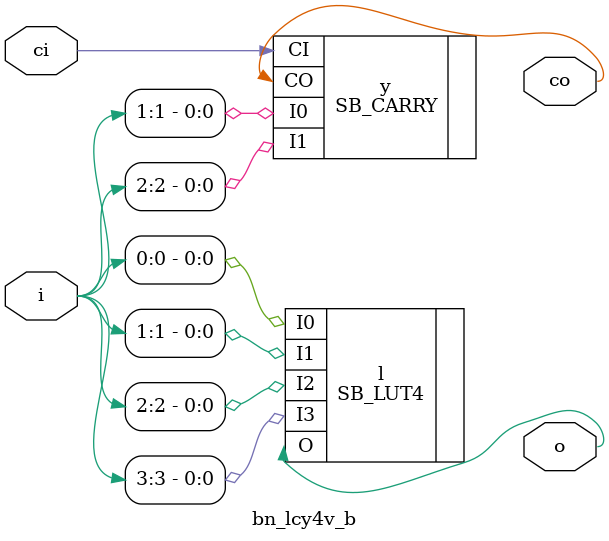
<source format=v>
/* -----------------------------------------------------------------------------
 * Part of midgetv
 * 2020-2019. Copyright B. Nossum.
 * For licence, see LICENCE
 * ----------------------------------------------------------------------------
 
   
   Simplified datapath                                                                            
   ======================
                                                               +------------- shcy[4] 
 Data input                                                    |                  
 DAT_I[31:0] --------------|\   ___  rDee                     /y\                 
      _______________      | |-|   |-+                        :::  __   ___       
     |SRAM ..x32     | +---|/  |   | |                   +----(((-|  | >   |  rshiftcnt[4:0]
     |===============| |       >___| |                   |   -((+-|  |-|   |-+    
     | DATAOUT[31:0] |-+             |                   |  +-+(--|  | |CE | |    
 +---|DATAIN[31:0]   |               |                   |  |  +--|__| |R__| |    
 | +-|ADR[14:0]      |               |                   |  |  |             |    
 | | | 64 or 128 KiB |               |                   |  |  0             |    
 | | >_______________|               |                   |  +----------------+    
 | |                                 |                   |                       
 | |  +------------------------------+        _______    |       
 | |  |                ___                   |Immed- |   |                        
 | |  |            +--|D Q|------------------|iate   |---(-+          +------ is_bcond 
 | |  |            |  |   |  6- 0 OPCODE     |expand |   | |          |           
 | |  |            |  |   | 11- 7 TRG        |_______|   | |      __  |  __ 
 | |  |            |  |   | 14-12 FUNC3   +--------------(-)-----|  |-+-|  |- raluF 
 | |  |            |  |   | 19-15 SRC1    |              | |  +--|__|   >__|      
 | |  |            |  |CE | 24-20 SRC2    | fC           | |  | fZ                
 | |  |            |  >___| 31-25 FUNC7  /y\             | | /y\                  
 | |  |rDee        |   ___________       :::  _______    | | :::  __     ___      
 | |  +------|\ Di | -| Di        | A   -(((-|~(A^QQ)| B | +-(((-|  | F >   |     I/O address
 | +-ADR_O/2-| |---+--| ~(Di^Q)   |------((+-|A^QQ^ci|-+-+---((+-|  |---|D Q|-+-- ADR_O[31:0] 
 +-(---------|/   +---| (~Di)&(~Q)|    +-+(--|       | |    -+(--|  |   |CE | |   
 | | DAT_O        |  -|_0_________|    |  +--|_______| |    --+--|__|   |R__| |   
 | |              |                    |  |ci          |      |       .       |   
 | +--------------+--------------|\ QQ |  |            |      0               |   
 | |    __      __               | |---+  |            |      Format expand   |   
 | | +-|+1|----| Q|-+- ccnt[5:0]-|/       0/1/raluF    |      and zero-find   |   
 | | | |__|    >__| |                                  |                      |   
 | | +--------------+                                  |                      |
 | |                                                   |                      |
 | +---------------------------------------------------(----------------------+
 |                                                     |                    
 +-----------------------------------------------------(-------------------+
                                                       |    ____________   |                
      jj        --|0000\                               |   |EBR ..x32   |  |                
      rinst     --|0001 |                              |   |============|  |      data output                 
      pc        --|0010 |                      B[31:0] |   | RDATA[31:0]|--+----- DAT_O[31:0]                 
      ttime     --|0011 | Rai                          +---|WDATA[31:0] |                      
      rInternISR--|0100 |----------------------------------|RADR[h-2:0] |                      
      rFFFFFF7F --|0101 |   ADR_O[h:2]-|00xx\  Wai         |            |                      
      r000000FF --|0110 |   TRG[4:0] --|01xx |-------------|WADR[h-2:0] |                      
      r0000FFFF --|0111 |   jj       --|1000 |             |            |
      rFFFF7FFF --|1000 |   rinst    --|1001 |             | 1, 2, 4    |                         
      mtvec     --|1001 |   pc       --|1010 |             > or 8 KiB   |                              
      r00000000 --|1010 |   ttime    --|1011 |             >____________|                              
      rFFFFFFFF --|1011 |   yy       --|1100 |                                         
      yy        --|1100 |   mecp     --|1101 |                                         
      B[h:2]   ---|1101 |   mcause   --|1110 |                                         
      SRC2[4:0] --|1110 |   mtval    --|1111/                                          
      SRC1[4:0] --|1111/                                                              

 
 
   midgetv as a component
   ======================
   
   
                       +----------------+
                CLK_I ->                |- WE_O
                RST_I -|                |- STB_O
                start -|    midgetv     |- CYC_O
                       |                |- SEL_O[3:0] 
                 meip -|                |- ADR_O[31:0]
                ACK_I -|                |- DAT_O[31:0]
    DAT_I[IWIDTH-1:0] -|                |
                       |                |- corerunning
                       |                |- dbga[31:0]
                       +----------------+

   Simplified datapath when MUL/DIV                                                                           
   ================================
 
Data input               __                                      +------------- shcy[4]           
DAT_I[31:0] ------------|or|-|\   ___  rDee                      |                                
+-----------------------|__| | |-|   |-+                        /y\                               
|       _______________  +---|/  |   | |                        :::  __   ___                     
|      |SRAM ..x32     | |       >___| |                   +----(((-|  | >   |  rshiftcnt[4:0]    
|      |===============| |             |                   |   -((+-|  |-|   |-+                  
|      | DATAOUT[31:0] |-+             |                   |  +-+(--|  | |CE | |                  
|  +---|DATAIN[31:0]   |               |                   |  |  +--|__| |R__| |                  
|  | +-|ADR[14:0]      |               |                   |  |  |             |                  
|  | | | 64 or 128 KiB |               |                   |  |  0             |                  
|  | | >_______________|               |                   |  +----------------+                  
|  | |                                 |                   |                                      
|  | |  +------------------------------+        _______    |                                      
|  | |  |                ___                   |Immed- |   |                                      
|  | |  |            +--|D Q|------------------|iate   |---(-+          +------ is_bcond          
|  | |  |            |  |   |  6- 0 OPCODE     |expand |   | |          |                         
|  | |  |            |  |   | 11- 7 TRG        |_______|   | |      __  |  __                     
|  | |  |            |  |   | 14-12 FUNC3   +--------------(-)-----|  |-+-|  |- raluF             
|  | |  |            |  |   | 19-15 SRC1    |              | |  +--|__|   >__|                    
|  | |  |            |  |CE | 24-20 SRC2    | fC           | |  | fZ                              
|  | |  |            |  >___| 31-25 FUNC7  /y\             | | /y\                                
|  | |  |rDee        |   ___________       :::  _______    | | :::  __     ___                    
|  | |  +------|\ Di | -| Di        | A   -(((-|~(A^QQ)| B | +-(((-|  | F >   |     I/O address   
|  | +-ADR_Od2-| |---+--| ~(Di^Q)   |------((+-|A^QQ^ci|-+-+---((+-|  |---|D Q|-+-- ADR_O[31:0]   
|  +-(---------|/   +---| (~Di)&(~Q)|    +-+(--|       | |    -+(--|  |   |CE | |                 
|  | | DAT_O        |  -|_0_________|    |  +--|_______| |    --+--|__|   |R__| |                 
|  | |              |                    |  |ci          |      |       .       |                 
|  | +--------------+--------------|\ QQ |  |            |      0               |                 
|  | |    __      __               | |---+  |            |      zero-           |                 
|  | | +-|+1|----| Q|-+- ccnt[5:0]-|/       0/1/raluF    |      find            |                 
|  | | | |__|    >__| |                                  |                      |                 
|  | | +--------------+                                  |                      |                 
|  | |                                                   |                      |                 
|  | +---------------------------------------------------(----------------------+                 
|  |                                                     |                                        
|  +-----------------------------------------------------(--------------------+                   
|                                                        |    ____________    |                   
|       jj        --|0000\                               |   |EBR ..x32   |   |                   
|       rinst     --|0001 |                              |   |============|   |     data output   
|       pc        --|0010 |                      B[31:0] |   | RDATA[31:0]|-+-+---- DAT_O[31:0]   
|       ttime     --|0011 | Rai                          +---|WDATA[31:0] | |                     
|       rInternISR--|0100 |----------------------------------|RADR[h-2:0] | |                     
|       rFFFFFF7F --|0101 |   ADR_O[h:2]-|00xx\  Wai         |            | |            ________ 
|       r000000FF --|0110 |   TRG[4:0] --|01xx |-------------|WADR[h-2:0] | +-- DAT_O --|Mul/Div |
|       r0000FFFF --|0111 |   jj       --|1000 |             |            |     A>>1  --|Logic   |-+
|       rFFFF7FFF --|1000 |   rinst    --|1001 |             | 1, 2, 4    |     A<<1  --|and     | |
|       mtvec     --|1001 |   pc       --|1010 |             > or 8 KiB   |     raluF --|Register| |
|       r00000000 --|1010 |   ttime    --|1011 |             >____________|  ADR_O[0] --|________| |
|       rFFFFFFFF --|1011 |   yy       --|1100 |                                                   |
|       yy        --|1100 |   mecp     --|1101 |                                                   |
|       B[h:2]   ---|1101 |   mcause   --|1110 |                                                   |
|       SRC2[4:0] --|1110 |   mtval    --|1111/                                                    |
|       SRC1[4:0] --|1111/                                                                         |
+--------------------------------------------------------------------------------------------------+
 
 ADR_Od2 
 ------------------------
 {1'b0,      ADR_O[31:1]} when SRL(I)
 {ADR_O[31], ADR_O[31:1]} when SRA(I) and ucodeMULH
 {~raluF,    ADR_O[31:1]} when ucodeMULHU
 
       

   Simplified datapath when MUL/DIV and compressed instructions                                                                           
   ============================================================
 
Data input               __                                      +------------- shcy[4]           
DAT_I[31:0] ------------|or|-|\   ___  rDee                      |                                
+-----------------------|__| | |-|   |-+                        /y\                               
|       _______________  +---|/  |   | |                        :::  __   ___                     
|      |SRAM ..x32     | |       >___| |                   +----(((-|  | >   |  rshiftcnt[4:0]    
|      |===============| |             |                   |   -((+-|  |-|   |-+                  
|      | DATAOUT[31:0] |-+             |                   |  +-+(--|  | |CE | |                  
|  +---|DATAIN[31:0]   |               |                   |  |  +--|__| |R__| |                  
|  | +-|ADR[14:0]      |               |                   |  |  |             |                  
|  | | | 64 or 128 KiB |               |                   |  |  0             |                  
|  | | >_______________|               |                   |  +----------------+                  
|  | |                                 |                   |                                      
|  | |  +------------------------------+        _______    |                                      
|  | |  |                ___                   |Immed- |   |                                      
|  | |  |               |  Q|------------------|iate   |---(-+          +------ is_bcond          
|  | |  |               |   |  6- 0 OPCODE     |expand |   | |          |                         
|  | |  |   __________  |   | 11- 7 TRG        |_______|   | |      __  |  __                     
|  | |  |  | RVC De-  |-|D  | 14-12 FUNC3   +--------------(-)-----|  |-+-|  |- raluF             
|  | |  |  | compress | |   | 19-15 SRC1    |              | |  +--|__|   >__|                    
|  | |  |  |__________| |CE | 24-20 SRC2    | fC           | |  | fZ                              
|  | |  |           |   >___| 31-25 FUNC7  /y\             | | /y\                                
|  | |  |rDee       |    ___________       :::  _______    | | :::  __     ___                    
|  | |  +------|\ Di|  -| Di        | A   -(((-|~(A^QQ)| B | +-(((-|  | F >   |     I/O address   
|  | +-ADR_Od2-| |--+---| ~(Di^Q)   |------((+-|A^QQ^ci|-+-+---((+-|  |---|D Q|-+-- ADR_O[31:0]   
|  +-(---------|/    +--| (~Di)&(~Q)|    +-+(--|       | |    -+(--|  |   |CE | |                 
|  | | DAT_O         | -|_0_________|    |  +--|_______| |    --+--|__|   |R__| |                 
|  | |               |                   |  |ci          |      |       .       |                 
|  | +---------------+-------------|\ QQ |  |            |      0               |                 
|  | |    __      __               | |---+  |            |      zero-           |                 
|  | | +-|+1|----| Q|-+- ccnt[5:0]-|/       0/1/raluF    |      find            |                 
|  | | | |__|    >__| |                                  |                      |                 
|  | | +--------------+                                  |                      |                 
|  | |                                                   |                      |                 
|  | +---------------------------------------------------(----------------------+                 
|  |                                                     |                                        
|  +-----------------------------------------------------(--------------------+                   
|                                                        |    ____________    |                   
|       jj        --|0000\                               |   |EBR ..x32   |   |                   
|       rinst     --|0001 |                              |   |============|   |     data output   
|       pc        --|0010 |                      B[31:0] |   | RDATA[31:0]|-+-+---- DAT_O[31:0]   
|       ttime     --|0011 | Rai                          +---|WDATA[31:0] | |                     
|       rInternISR--|0100 |----------------------------------|RADR[h-2:0] | |                     
|       rFFFFFF7F --|0101 |   ADR_O[h:2]-|00xx\  Wai         |            | |            ________ 
|       r000000FF --|0110 |   TRG[4:0] --|01xx |-------------|WADR[h-2:0] | +-- DAT_O --|Mul/Div |
|       r0000FFFF --|0111 |   jj       --|1000 |             |            |     A>>1  --|Logic   |-+
|       rFFFF7FFF --|1000 |   rinst    --|1001 |             | 1, 2, 4    |     A<<1  --|and     | |
|       mtvec     --|1001 |   pc       --|1010 |             > or 8 KiB   |     raluF --|Register| |
|       r00000000 --|1010 |   ttime    --|1011 |             >____________|  ADR_O[0] --|________| |
|       rFFFFFFFF --|1011 |   yy       --|1100 |                                                   |
|       yy        --|1100 |   mecp     --|1101 |                                                   |
|       B[h:2]   ---|1101 |   mcause   --|1110 |                                                   |
|       SRC2[4:0] --|1110 |   mtval    --|1111/                                                    |
|       SRC1[4:0] --|1111/                                                                         |
+--------------------------------------------------------------------------------------------------+
 
 ADR_Od2 
 ------------------------
 {1'b0,      ADR_O[31:1]} when SRL(I)
 {ADR_O[31], ADR_O[31:1]} when SRA(I) and ucodeMULH
 {~raluF,    ADR_O[31:1]} when ucodeMULHU
 
       
 * ----------------------------------------------------------------------------
 * m_midgetv_core signal description
 * =================================
 * 
 * Wishbone signals are implemented as per Wishbone specification b4,
 * see Wishbone B.4 data sheet for m_midgetv_core below.
 * 
 * input:RST_I. 
 * RST_I is a mandatory Wishbone input. On the core it acts like a NMI.
 *
 * Even though the granularity of the Wishbone interface is 8-bit, all
 * read operations happen as 32-bit operations. SEL_O == 4'b1111.
 * Selection of (signed/unsigned) byte and (signed/unsigned) hword is
 * done internally in midgetv. For write operations, the granularity
 * is 8-bit, and the SEL_O[3:0] signals have meaning. 
 * 
 * input:start
 * ------------------  
 * From power-on reset, it may be adventageous to delay startup of
 * midgetv until clocks are stable, etc. The start input signal is
 * included for this purpose. If midgetv does not include any cycle 
 * counter, this signal determines if the core is to be started.
 * If a cycle counter is implemented, start must be high for 128
 * consequtive cycles before midgetv is started. 
 * 
 * Once midgetv is started, the signal start has a different meaning:
 *  o If midgetv has no cycle counter, 'start' enable/disable an
 *    retired instruction counter.
 *  o If midgetv has a cycle counter, 'start' enable/disable the
 *    cycle counter.
 * It is suggested that once 'start' is set high, it should remain high.
 * 
 * midgetv does not have any hardware reset input. This is because
 * the state of midgetv resides in initialized EBR. Once midgetv is
 * started the only way to get back to initial state is a power cycle.
 * 
 * input:meip
 * ----------
 * This is the machine external interrupt pending signal. It should be
 * valid in the CLK_I clock domain.
 * 
 * output:dbga[31:0]
 * -----------------
 * A catchall hardware debugging aid. When not debugging dbga == 32'h0.
 * My intention is that by leaving this vector as is, different 
 * information may be emitted from the core without breaking programs 
 * that use the core allready.
 * 
 * output:midgetv_core_killwarnings
 * --------------------------------
 * This is a dummy output to remove warnings from different tools.
 * Do not connect.
 * 
 * Parameter description
 * =====================
 * 
 * SRAMADRWIDTH
 * ------------
 * Determines the amount of SRAM in midgetv. 
 * See m_ram.v for details.
 * 
 * IWIDTH
 * ------
 * Determines the width of external input to midgetv. To be
 * compliant with Wishbone, IWIDTH should be 8, 16 or 32.
 * When interrupts are included, IWIDTH should be 32.
 * Legal values: From 1 to 32.
 * 
 * NO_CYCLECNT
 * -----------
 * 0 : Cycle counter available
 * 1 : No cycle counter.
 * 
 * Normally midgetv support a 32-bit cycle counter (the low 32 bits of
 * mcycle). To save 11 LUTs, it can be suppressed. If suppressed, one
 * still have a 32 bit counter, that works as a retired instruction
 * counter. Legal values: 0 or 1.
 * 
 * MTIMETAP
 * -------
 * This is for mtime and control registers.
 * When MTIMETAP >= MTIMETAP_LOWLIM, the cycle counter give an 
 * interrupt after (1<<MTIMETAP) cycles. This interrupt is used to 
 * increment {mtimeh,mtime}. 
 * When MTIMETAP >= MTIMETAP_LOWLIM, we also enable interrupt 
 * support and registers mstatus,mie,mip as per the riscv
 * specification. Legal values: 0, MTIMETAP_LOWLIM to 31.
 * 
 * HIGHLEVEL
 * ---------
 * 0 : Use iCE primitives. Recommended
 * 1 : Use RTL synthesis
 * 
 * Most of the code for midgetv exists in "highlevel" RTL code, but also
 * in a version where iCE40 native building blocks (SB_LUT4, SB_DFF,
 * etc) are instantiated. For many of the modules the difference is
 * slight, but some modules (for example m_immexp_zfind_q) have a huge
 * difference in size.
 *  
 * DAT_I_ZERO_WHEN_INACTIVE
 * ------------------------
 * Wishbone B.3 does not mandate any default value for
 * DAT_O[] of connected devices when these are not active.
 * Indeed, for most examples in Wishbone B.3, DAT_O[] hold
 * some value when not active. However, with a suitable
 * SYSCON unit, we may easily have that the mux of all DAT_O[]
 * from devices (used as DAT_I[] to this module) is indeed 0
 * when inactive. If so is the case, we may save 32 SB_LUTs
 * in the input mux in some cases.
 *
 * 0: DAT_I[] unknown when not active
 * 1: DAT_I[] == 0 when not active. 
 * 
 * EBRAWIDTH
 * -----------
 * Determines the size of EBR in midgetv. Legal values:
 * 10    1 kiB EBR 
 * 11    2 kiB EBR
 * 12    4 kiB EBR
 * 13    8 kiB EBR
 * See m_ebr.v for details.
 * 
 * prg00, prg01, ... prg0F
 * --------------------------------
 * These holds the program to initiate in the EBRs.
 * See m_ebr.v for details.
 * 
 * Wishbone B.4 data sheet for m_midgetv_core
 * --------------------------------------------------------------------
 * Inteface type:                   MASTER
 * General description:             Microcontroller
 * Supported cycles:                MASTER, READ/WRITE
 * Data port, size:                 32-bit
 * Data port, granularity:          8-bit
 * Data port, maximum operand size: 32-bit
 * Data transfer ordering:          Big endian and/or little endian
 * Data transfer sequencing:        Undefined
 * Supported signal list            Signal name   WISHBONE Equiv. 
 *   and cross-reference to         CLK_I         CLK_I        
 *   equivalent WISHBONE signals:   DAT_I[31:0]   DAT_I()
 *                                  ADR_O[31:0]   ADR_O()
 *                                  STB_O         STB_O
 *                                  WE_O          WE_O 
 *                                  CYC_O         CYC_O        
 *                                  SEL_O[3:0]    SEL_O()
 *                                  DAT_O[31:0]   DAT_O()
 *                                  ACK_I         ACK_I        
 *                                  RST_I         RST_I
 */

module m_midgetv_core
  # ( parameter 
      HAS_MINSTRET             = 0,
      HAS_EBR_MINSTRET         = 0,
      RVC                      = 0,
      MULDIV                   = 0,
      SRAMADRWIDTH             = 0,  
      EBRAWIDTH                = 10, 
      IWIDTH                   = 8, 
      NO_CYCLECNT              = 0, 
      MTIMETAP                 = 0, 
      HIGHLEVEL                = 0, 
      DAT_I_ZERO_WHEN_INACTIVE = 0,
      DBGA                     = 0, // Only set to 1 during debugging

      parameter [4095:0] prg00 = 4096'h0, // | 
      parameter [4095:0] prg01 = 4096'h0, // | Always specified by module
      parameter [4095:0] prg02 = 4096'h0, // | that instantiates m_midgetv_core
      parameter [4095:0] prg03 = 4096'h0, // | 
      parameter [4095:0] prg04 = 4096'h0, // | 
      parameter [4095:0] prg05 = 4096'h0, // | 
      parameter [4095:0] prg06 = 4096'h0, // | 
      parameter [4095:0] prg07 = 4096'h0, // | 
      parameter [4095:0] prg08 = 4096'h0, // | 
      parameter [4095:0] prg09 = 4096'h0, // | 
      parameter [4095:0] prg0A = 4096'h0, // | 
      parameter [4095:0] prg0B = 4096'h0, // | 
      parameter [4095:0] prg0C = 4096'h0, // | 
      parameter [4095:0] prg0D = 4096'h0, // | 
      parameter [4095:0] prg0E = 4096'h0, // | 
      parameter [4095:0] prg0F = 4096'h0  // |
      )
   (
    // Wishbone signals:
    input              CLK_I, //       System clock, used on rising flank only
    input              RST_I, //       Wishbone reset equals NMI, valid in CLK_I domain.
    input              ACK_I, //       Acknowledge from I/O device. As I interpret Wishbone B.3, ACK_I is valid in CLK_I domain.    
    input [IWIDTH-1:0] DAT_I, //       Input devices data for midgetv, valid in CLK_I domain.
    output             CYC_O, //       We do not generate wait states. Observation 3.55 in wbspec_b4: CYC_O = STB_O
    output             STB_O, //       Qualifies ADR_O, DAT_O, SEL_O and WE_O.
    output             WE_O, //        Midgetv writes output to address ADR_O
    output [31:0]      ADR_O, //       Address for I/O devices 
    output [31:0]      DAT_O, //       Data from midgetv to output devices
    output [3:0]       SEL_O, //       Byte mask for read/write. 

    // The following Wishbone signals are not supported:
    //input        ERR_I,RTY_I,STALL_I
    //input [x:0]  TGD_I,
    //output       LOCK_O,
    //output [x:0] TGA_O,TGC_O,TGD_O, 

    // Non-Wishbone signals:
    input              meip, //        External interrupt(s) pending
    input              start, //       Control startup of midgetv
    output             corerunning, // midgetv should now be active. For synchronization of startup
    output [31:0]      dbga, //        For hardware debugging
    output             midgetv_core_killwarnings // To tie-off unused signals. Do not connect.
    );

   /* Local parameters
    *
    * 
    * LAZY_DECODE
    * -----------
    * 0: All supported instructions are fully decoded, riscv 
    *    compliance. Recommended
    * 1: Some minor code spaces are not checked. For example,
    *    "XOR" can be decoded by 
    *    ( funct3 = 3'b100, opcode = 7'b0110011). However, 
    *    one should really also check that funct7 = 7'b0000000.
    *    With LAZY_DECODE == 1, this check is not performed.
    *    In a few cases, executed instructions will hang the
    *    controller. Not recommended
    * 2: Nearly no checking. Not recommended, because illegal
    *    opcodes nearly certainly will hang the controler.
    * 
    * ALUWIDTH
    * --------
    * This is a constant. The reason for making it a parameter
    * is to allow simulation of the ALU with a smaller number
    * of bits.
    * 
    * DISREGARD_WB4_3_55 
    * -------------------
    * 0: Obey rule 3.55 of Wishbone B.3, recommended.
    * 1: Ignore rule 3.55. This should save one! LUT. 
    * 
    * MTIMETAP_LOWLIM
    * ---------------
    * A constant, but I propagate as a parameter because it is likely to
    * be changed once I know the maximum number of cycles needed to do
    * *any* CSR instruction.
    *  
    * NO_UCODEOPT
    * --------
    * 0: Use 2 EBRs + ~20 LUTs for control, recommended.
    * 1: Use 3 EBRs for control. 
    * 
    * 
    */
   localparam LAZY_DECODE        =  0;
   localparam DISREGARD_WB4_3_55 =  1;
   localparam ALUWIDTH           = 32; // Never change
   localparam MTIMETAP_LOWLIM    = 14; // Only location where this value is really to be set 
   localparam NO_UCODEOPT        =  0; // Only set to 1 during debugging
   
   wire                clk; //   My signal name for the clock.
   assign clk   = CLK_I;
   assign CYC_O = STB_O; //      See Wishbone B.4 permission 3.40
   
   
   /* verilator lint_off UNUSED */
   wire                 m_immexp_zfind_q_killwarnings;// From inst_immexp_zfind_q of m_immexp_zfind_q.v
   wire                 m_progressctrl_killwarnings;// From inst_progressctrl of m_progressctrl.v
   wire                 m_rai_killwarning;      // From inst_rai of m_rai.v
   wire                 m_ram_killwarnings;     // From inst_ram of m_ram.v
   wire                 m_status_and_interrupts_killwarnings;// From inst_status_and_interrupts of m_status_and_interrupts.v
   wire                 m_wai_killwarning;      // From inst_wai of m_wai.v
   wire                 ucode_killw;            // From inst_ucode of m_ucode.v
   wire                 ucodepc_killwarnings;   // From inst_ucodepc of m_ucodepc.v
   wire                 m_mimux_killwarnings;   // From inst_mimux of m_mimux.v
   wire                 buserror;               // From inst_cyclecnt of m_cyclecnt.v
   wire [6:0]           dbg_rccnt;              // From inst_cyclecnt of m_cyclecnt.v
`ifdef verilator
   wire [4:0]           dbg_rshcnt;             // From inst_shiftcounter of m_shiftcounter.v
`endif
   wire [2:0]           FUNC3;                  // From inst_opreg of m_opreg.v
   wire                 m_condcode_killwarnings;// From inst_condcode of m_condcode.v
   wire                 cmb_rF2;                // From inst_condcode of m_condcode.v
      /* verilator lint_on UNUSED */
   /*AUTOWIRE*/
   // Beginning of automatic wires (for undeclared instantiated-module outputs)
   wire                 A31;                    // From inst_alu of m_alu.v
   wire [ALUWIDTH-1:0]  B;                      // From inst_alu of m_alu.v
   wire [31:0]          Di;                     // From inst_mimux of m_mimux.v
   wire [31:0]          Dii;                    // From inst_RVC of m_RVC.v
   wire [31:0]          Dsram;                  // From inst_ram of m_ram.v
   wire [6:0]           FUNC7;                  // From inst_opreg of m_opreg.v
   wire [31:0]          INSTR;                  // From inst_opreg of m_opreg.v
   wire [ALUWIDTH-1:0]  MULDIVREG;              // From inst_shlr of m_shlr.v
   wire [31:0]          QQ;                     // From inst_cyclecnt of m_cyclecnt.v
   wire [EBRAWIDTH-3:0] Rai;                    // From inst_rai of m_rai.v
   wire [4:0]           SRC1;                   // From inst_opreg of m_opreg.v
   wire [4:0]           SRC2;                   // From inst_opreg of m_opreg.v
   wire [4:0]           TRG;                    // From inst_opreg of m_opreg.v
   wire [EBRAWIDTH-3:0] Wai;                    // From inst_wai of m_wai.v
   wire                 alu_carryin;            // From inst_alu_carryin of m_alu_carryin.v
   wire                 alu_carryout;           // From inst_alu of m_alu.v
   wire                 alu_minstretofl;        // From inst_alu of m_alu.v
   wire                 alu_tapout;             // From inst_alu of m_alu.v
   wire [3:0]           bmask;                  // From inst_progressctrl of m_progressctrl.v
   wire                 ceM;                    // From inst_ucode of m_ucode.v
   wire                 clrM;                   // From inst_ucode of m_ucode.v
   wire                 cond_holdq;             // From inst_progressctrl of m_progressctrl.v
   wire                 ctrl_pcinc_by_2;        // From inst_ucode of m_ucode.v
   wire                 ctrlreg_we;             // From inst_progressctrl of m_progressctrl.v
   wire                 enaQ;                   // From inst_progressctrl of m_progressctrl.v
   wire                 is_brcond;              // From inst_condcode of m_condcode.v
   wire                 is_valid_instrhigh;     // From inst_RVC of m_RVC.v
   wire                 is_valid_instrlow;      // From inst_RVC of m_RVC.v
   wire                 iwe;                    // From inst_progressctrl of m_progressctrl.v
   wire                 lastshift;              // From inst_shiftcounter of m_shiftcounter.v
   wire                 luh;                    // From inst_progressctrl of m_progressctrl.v
   wire                 meie;                   // From inst_status_and_interrupts of m_status_and_interrupts.v
   wire                 mie;                    // From inst_status_and_interrupts of m_status_and_interrupts.v
   wire [7:0]           minx;                   // From inst_ucodepc of m_ucodepc.v
   wire                 mod_s_alu_1;            // From inst_ucode of m_ucode.v
   wire                 mpie;                   // From inst_status_and_interrupts of m_status_and_interrupts.v
   wire                 mrinstretie;            // From inst_status_and_interrupts of m_status_and_interrupts.v
   wire                 mrinstretip;            // From inst_status_and_interrupts of m_status_and_interrupts.v
   wire                 msie;                   // From inst_status_and_interrupts of m_status_and_interrupts.v
   wire                 msip;                   // From inst_status_and_interrupts of m_status_and_interrupts.v
   wire                 mtie;                   // From inst_status_and_interrupts of m_status_and_interrupts.v
   wire                 mtimeincie;             // From inst_status_and_interrupts of m_status_and_interrupts.v
   wire                 mtimeincip;             // From inst_status_and_interrupts of m_status_and_interrupts.v
   wire                 mtip;                   // From inst_status_and_interrupts of m_status_and_interrupts.v
   wire                 next_STB_O;             // From inst_progressctrl of m_progressctrl.v
   wire                 next_readvalue_unknown; // From inst_ebr of m_ebr.v
   wire                 next_sram_stb;          // From inst_progressctrl of m_progressctrl.v
   wire                 pc1;                    // From inst_progressctrl of m_progressctrl.v
   wire                 pcinc_by_2;             // From inst_progressctrl of m_progressctrl.v
   wire                 potentialMODbranch;     // From inst_ucode of m_ucode.v
   wire                 progress_ucode;         // From inst_progressctrl of m_progressctrl.v
   wire                 qACK;                   // From inst_progressctrl of m_progressctrl.v
   wire                 qualint;                // From inst_status_and_interrupts of m_status_and_interrupts.v
   wire [31:0]          rDee;                   // From inst_inputmux of m_inputmux.v
   wire                 raluF;                  // From inst_condcode of m_condcode.v
   wire [7:0]           rinx;                   // From inst_ucode of m_ucode.v
   wire                 rlastshift;             // From inst_alu_carryin of m_alu_carryin.v
   wire                 rzcy32;                 // From inst_immexp_zfind_q of m_immexp_zfind_q.v
   wire [2:0]           s_alu;                  // From inst_ucode of m_ucode.v
   wire [1:0]           s_alu_carryin;          // From inst_ucode of m_ucode.v
   wire [1:0]           s_cyclecnt;             // From inst_ucode of m_ucode.v
   wire [1:0]           s_shift;                // From inst_ucode of m_ucode.v
   wire                 sa00;                   // From inst_ucode of m_ucode.v
   wire                 sa11;                   // From inst_ucode of m_ucode.v
   wire                 sa12;                   // From inst_ucode of m_ucode.v
   wire                 sa14;                   // From inst_ucode of m_ucode.v
   wire                 sa15;                   // From inst_ucode of m_ucode.v
   wire                 sa20;                   // From inst_ucode of m_ucode.v
   wire                 sa21;                   // From inst_ucode of m_ucode.v
   wire                 sa22;                   // From inst_ucode of m_ucode.v
   wire                 sa23;                   // From inst_ucode of m_ucode.v
   wire                 sa24;                   // From inst_ucode of m_ucode.v
   wire                 sa25;                   // From inst_ucode of m_ucode.v
   wire                 sa26;                   // From inst_ucode of m_ucode.v
   wire                 sa27;                   // From inst_ucode of m_ucode.v
   wire                 sa28;                   // From inst_ucode of m_ucode.v
   wire                 sa29;                   // From inst_ucode of m_ucode.v
   wire                 sa30;                   // From inst_ucode of m_ucode.v
   wire                 sa32;                   // From inst_ucode of m_ucode.v
   wire                 sa33;                   // From inst_ucode of m_ucode.v
   wire                 sa34;                   // From inst_ucode of m_ucode.v
   wire                 sa37;                   // From inst_ucode of m_ucode.v
   wire                 sa38;                   // From inst_ucode of m_ucode.v
   wire                 sa39;                   // From inst_ucode of m_ucode.v
   wire                 sa40;                   // From inst_ucode of m_ucode.v
   wire                 sa41;                   // From inst_ucode of m_ucode.v
   wire                 sa42;                   // From inst_ucode of m_ucode.v
   wire                 sa43;                   // From inst_ucode of m_ucode.v
   wire                 sra_msb;                // From inst_alu_carryin of m_alu_carryin.v
   wire                 sram_ack;               // From inst_ram of m_ram.v
   wire                 sram_stb;               // From inst_progressctrl of m_progressctrl.v
   wire                 sysregack;              // From inst_inputmux of m_inputmux.v
   wire [31:0]          theio;                  // From inst_inputmux of m_inputmux.v
   wire                 was_rvc_instr;          // From inst_progressctrl of m_progressctrl.v
   // End of automatics

`ifdef verilator   
   function [7:0] get_minx;
      // verilator public
      get_minx = minx;
   endfunction
   function [31:0] get_DAT_O;
      // verilator public
      get_DAT_O = DAT_O;
   endfunction
   /*
    * SB_RAM40_4K will return rubbish when the read address equals the write address,
    * and a write is performed. I treat this as an error. But if the data
    * is not to be used, we have no problem. There is at least one frequent occasion
    * that must be weeded out: 
    * During opcode read from SRAM we do:
    * StdIncPC:  writePC readALU
    * Now, if the value of the PC  ends in 0x...88, the read and write address to
    * EBR are equal. However, the EBR read value is not used for anything. 
    * I weed out this case in the function below.
    * 
    * (And yes, it is a grave error to actually try to execute from address 0x80.
    *  example: 
    *  ADR        Contents
    *  00000080   nop
    *  
    *  The "addi r0,r0,0" is executed, the PC is incremented to 0x84, the
    *  read value is unknown, and an unknown instruction is executed.
    * 
    *  Similarly, jumping to 0x88 will give disaster.
    * )
    * 
    */
   wire                 sram_operand_fetch = sa32 & ~sa15;
   function [0:0] get_accesserror;
      // verilator public      
      get_accesserror = next_readvalue_unknown & ~sram_operand_fetch & ~next_STB_O & ~next_sram_stb;
   endfunction
   function [31:0] get_ADR_O;
      // verilator public
      get_ADR_O = ADR_O;
   endfunction
   function [31:0] get_B;
      // verilator public
      get_B = B;
   endfunction
   function [31:0] get_I;
      // verilator public
      get_I = INSTR;
   endfunction
   function [31:0] get_Di;
      // verilator public
      get_Di = Di;
   endfunction
   function [EBRAWIDTH-3:0] get_Wai;
      // verilator public
      get_Wai = Wai;
   endfunction
   function [EBRAWIDTH-3:0] get_Rai;
      // verilator public
      get_Rai = Rai;      
   endfunction
   function [3:0] get_progress_ucode_etc;
      // verilator public
      get_progress_ucode_etc = {progress_ucode,rlastshift, sa33, lastshift };
   endfunction
   function [0:0] get_iwe;
      // verilator public
      get_iwe = iwe;
   endfunction
   function [0:0] get_enaQ;
      // verilator public
      get_enaQ = enaQ;
   endfunction
   function [0:0] get_nclearQ;
      // verilator public
      get_nclearQ = sa14;
   endfunction
   function [0:0] get_use_dinx;
     // verilator public
     get_use_dinx = sa28;
   endfunction
   function [4:0] get_stb_ack;
      // verilator public
      get_stb_ack = {STB_O,sysregack,ACK_I,sram_stb,sram_ack};
   endfunction
   function [3:0] get_SEL_O;
      // verilator public
      get_SEL_O = SEL_O;
   endfunction
   function [31:0] get_rDee;
      // verilator public
      get_rDee = rDee;
   endfunction
   function [31:0] get_theio;
      // verilator public
      get_theio = theio;
   endfunction
   function [31:0] get_Dsram;
      // verilator public
      get_Dsram = Dsram;
   endfunction
   function [2:0] get_ALUOP;
      // verilator public
      get_ALUOP = {s_alu[2], mod_s_alu_1, s_alu[0]};
   endfunction
   function [0:0] get_corerunning;
      // verilator public
      get_corerunning = corerunning;
   endfunction
   function [4:0] get_shiftcnt;
      // verilator public
      get_shiftcnt = dbg_rshcnt;
   endfunction
   function [31:0] get_M;
      // verilator public
      get_M = MULDIVREG;
   endfunction
   function [0:0] get_raluF;
      // verilator public
      get_raluF = raluF;
   endfunction
   function [0:0] get_pc1;
      // verilator public
      get_pc1 = pc1;
   endfunction
   function [0:0] get_luh;
      // verilator public
      get_luh = luh;
   endfunction
`endif

   /* Flexibility comes at a price. Some variables are not
    * in use in certain configurations. I can not find any
    * better way to disable warnings than the following:
    */
   assign midgetv_core_killwarnings = sa38 & sa39 | meip | FUNC7[6] | &FUNC7[4:0] | alu_minstretofl | alu_tapout | ctrlreg_we;

   /* -----------------------------------------------------------------------------
    * Datapath
    */
   localparam xHIGHLEVEL = 1;
   
   m_inputmux #(.HIGHLEVEL(                HIGHLEVEL                ),
                .MULDIV(                   MULDIV                   ),
                .DAT_I_ZERO_WHEN_INACTIVE( DAT_I_ZERO_WHEN_INACTIVE ),
                .IWIDTH(                   IWIDTH                   ), 
                .SRAMADRWIDTH(             SRAMADRWIDTH             ),
                .MTIMETAP(                 MTIMETAP                 ),
                .MTIMETAP_LOWLIM(          MTIMETAP_LOWLIM          )) 
   inst_inputmux
     (/*AUTOINST*/
      // Outputs
      .sysregack                        (sysregack),
      .rDee                             (rDee[31:0]),
      .theio                            (theio[31:0]),
      // Inputs
      .clk                              (clk),
      .corerunning                      (corerunning),
      .STB_O                            (STB_O),
      .MULDIVREG                        (MULDIVREG[31:0]),
      .Dsram                            (Dsram[31:0]),
      .clrM                             (clrM),
      .ceM                              (ceM),
      .ADR_O                            (ADR_O[31:0]),
      .mie                              (mie),
      .mpie                             (mpie),
      .meie                             (meie),
      .mrinstretie                      (mrinstretie),
      .msie                             (msie),
      .mtie                             (mtie),
      .mtimeincie                       (mtimeincie),
      .mrinstretip                      (mrinstretip),
      .msip                             (msip),
      .mtip                             (mtip),
      .mtimeincip                       (mtimeincip),
      .meip                             (meip),
      .DAT_I                            (DAT_I[IWIDTH-1:0]));

   m_mimux #(.HIGHLEVEL(HIGHLEVEL))
   inst_mimux
     (/*AUTOINST*/
      // Outputs
      .Di                               (Di[31:0]),
      .m_mimux_killwarnings             (m_mimux_killwarnings),
      // Inputs
      .clk                              (clk),
      .sra_msb                          (sra_msb),
      .sa00                             (sa00),
      .sram_ack                         (sram_ack),
      .qACK                             (qACK),
      .corerunning                      (corerunning),
      .ADR_O                            (ADR_O[31:0]),
      .DAT_O                            (DAT_O[31:0]),
      .rDee                             (rDee[31:0]));


   m_cyclecnt #(.HIGHLEVEL(   HIGHLEVEL   ), 
                .NO_CYCLECNT( NO_CYCLECNT ),
                .RVC(         RVC         ))
   inst_cyclecnt
     (/*AUTOINST*/
      // Outputs
      .QQ                               (QQ[31:0]),
      .corerunning                      (corerunning),
      .buserror                         (buserror),
      .dbg_rccnt                        (dbg_rccnt[6:0]),
      // Inputs
      .clk                              (clk),
      .start                            (start),
      .s_cyclecnt                       (s_cyclecnt[1:0]),
      .pcinc_by_2                       (pcinc_by_2),
      .ctrl_pcinc_by_2                  (ctrl_pcinc_by_2),
      .STB_O                            (STB_O),
      .ADR_O                            (ADR_O[31:0]));

   m_alu_carryin #(.HIGHLEVEL(HIGHLEVEL), .MULDIV(MULDIV)) 
   inst_alu_carryin
     (// Inputs
      .ADR_O_31                         (ADR_O[31]),
      .FUNC7_5                          (FUNC7[5]),
      .FUNC7_0                          (FUNC7[0]),
      .s_alu_1                          (s_alu[1]),
      .muldivregmsb                     (MULDIVREG[ALUWIDTH-1]),
      /*AUTOINST*/
      // Outputs
      .alu_carryin                      (alu_carryin),
      .sra_msb                          (sra_msb),
      .rlastshift                       (rlastshift),
      // Inputs
      .clk                              (clk),
      .lastshift                        (lastshift),
      .raluF                            (raluF),
      .mod_s_alu_1                      (mod_s_alu_1),
      .s_alu_carryin                    (s_alu_carryin[1:0]));

   m_alu #(.HIGHLEVEL(                 HIGHLEVEL       ), 
           .HAS_MINSTRET(              HAS_MINSTRET     ),
           .HAS_EBR_MINSTRET(          HAS_EBR_MINSTRET ),
           .ALUWIDTH(                  ALUWIDTH        ),
           .MTIMETAP(                  MTIMETAP        ),
           .MTIMETAP_LOWLIM(           MTIMETAP_LOWLIM )
           )
   inst_alu
     (// Inputs
      .s_alu                            ({s_alu[2],mod_s_alu_1,s_alu[0]}),
      /*AUTOINST*/
      // Outputs
      .B                                (B[ALUWIDTH-1:0]),
      .A31                              (A31),
      .alu_carryout                     (alu_carryout),
      .alu_tapout                       (alu_tapout),
      .alu_minstretofl                  (alu_minstretofl),
      // Inputs
      .Di                               (Di[ALUWIDTH-1:0]),
      .ADR_O                            (ADR_O[ALUWIDTH-1:0]),
      .QQ                               (QQ[ALUWIDTH-1:0]),
      .alu_carryin                      (alu_carryin),
      .sa27                             (sa27),
      .sa26                             (sa26),
      .sa25                             (sa25),
      .sa24                             (sa24));

   m_immexp_zfind_q #(.HIGHLEVEL(HIGHLEVEL) ) 
     inst_immexp_zfind_q
       (/*AUTOINST*/
        // Outputs
        .rzcy32                         (rzcy32),
        .ADR_O                          (ADR_O[ALUWIDTH-1:0]),
        .m_immexp_zfind_q_killwarnings  (m_immexp_zfind_q_killwarnings),
        // Inputs
        .B                              (B[ALUWIDTH-1:0]),
        .clk                            (clk),
        .sa11                           (sa11),
        .sa14                           (sa14),
        .corerunning                    (corerunning),
        .enaQ                           (enaQ),
        .INSTR                          (INSTR[31:0]));
   
   m_ebr #(.EBRAWIDTH(EBRAWIDTH),
           .prg00(prg00),.prg01(prg01),.prg02(prg02),.prg03(prg03),
           .prg04(prg04),.prg05(prg05),.prg06(prg06),.prg07(prg07),
           .prg08(prg08),.prg09(prg09),.prg0A(prg0A),.prg0B(prg0B),
           .prg0C(prg0C),.prg0D(prg0D),.prg0E(prg0E),.prg0F(prg0F)
           )
   inst_ebr
     (/*AUTOINST*/
      // Outputs
      .DAT_O                            (DAT_O[31:0]),
      .next_readvalue_unknown           (next_readvalue_unknown),
      // Inputs
      .B                                (B[31:0]),
      .Rai                              (Rai[EBRAWIDTH-3:0]),
      .Wai                              (Wai[EBRAWIDTH-3:0]),
      .clk                              (clk),
      .bmask                            (bmask[3:0]),
      .iwe                              (iwe));

   /* Nearly Wishbone B.4 data sheet for the ram interface of m_midgetv_core
    * ----------------------------------------------------------------------
    * Inteface type:                   MASTER
    * General description:             Microcontroller
    * Supported cycles:                MASTER, READ/WRITE
    * Data port, size:                 32-bit
    * Data port, granularity:          8-bit
    * Data port, maximum operand size: 32-bit
    * Data transfer ordering:          Big endian and/or little endian
    * Data transfer sequencing:        Undefined
    * Supported signal list            Signal name   WISHBONE Equiv. 
    *   and cross-reference to         CLK_I         CLK_I        
    *   equivalent WISHBONE signals:   Dsram[31:0]   DAT_I()
    *                                  ADR_O[31:0]   ADR_O()
    *                                  sram_stb      STB_O
    *                                  WE_O          WE_O 
    *                                  sram_stb      CYC_O    See Wb B.4 permission 3.40
    *                                  SEL_O[3:0]    SEL_O()
    *                                  DAT_O[31:0]   DAT_O()
    *                                  sram_ack      ACK_I        
    *                                  RST_I         RST_I
    * Comments Many signals are shared with the the microcontroller Wishbone interface
    *          Midgetv require a read latency of 1 cycle or higher. Hence this is not
    *          a full Wishbone interface.
    */
   m_ram  #(.HIGHLEVEL(HIGHLEVEL), 
            .SRAMADRWIDTH(SRAMADRWIDTH) 
            ) 
   inst_ram
     (// Outputs
      .DAT_O                              (Dsram[31:0]),
      .ACK_O                              (sram_ack),
      // Inputs
      .DAT_I                              (DAT_O[31:0]),
      .ADR_I                              (ADR_O[31:0]),
      .STB_I                              (sram_stb),
      .WE_I                               (WE_O),
      .SEL_I                              (SEL_O[3:0]),
      /*AUTOINST*/
      // Outputs
      .m_ram_killwarnings               (m_ram_killwarnings),
      // Inputs
      .CLK_I                            (CLK_I),
      .bmask                            (bmask[3:0]));
   
   /* -----------------------------------------------------------------------------
    * Control path / Data path interface
    */
   
   // Internal read addresses
   m_rai #(.HIGHLEVEL(HIGHLEVEL), .EBRAWIDTH(EBRAWIDTH))
   inst_rai
     (/*AUTOINST*/
      // Outputs
      .Rai                              (Rai[EBRAWIDTH-3:0]),
      .m_rai_killwarning                (m_rai_killwarning),
      // Inputs
      .B                                (B[EBRAWIDTH-1:0]),
      .SRC1                             (SRC1[4:0]),
      .SRC2                             (SRC2[4:0]),
      .sa20                             (sa20),
      .sa21                             (sa21),
      .sa22                             (sa22),
      .sa23                             (sa23),
      .sram_ack                         (sram_ack),
      .qACK                             (qACK),
      .sa34                             (sa34),
      .sa40                             (sa40),
      .STB_O                            (STB_O),
      .sram_stb                         (sram_stb));

   // Internal write addresses
   m_wai #(.HIGHLEVEL(HIGHLEVEL), .EBRAWIDTH(EBRAWIDTH))
   inst_wai
     (/*AUTOINST*/
      // Outputs
      .Wai                              (Wai[EBRAWIDTH-3:0]),
      .m_wai_killwarning                (m_wai_killwarning),
      // Inputs
      .ADR_O                            (ADR_O[EBRAWIDTH-1:0]),
      .TRG                              (TRG[4:0]),
      .sa24                             (sa24),
      .sa25                             (sa25),
      .sa26                             (sa26),
      .sa27                             (sa27));

   m_RVC #(.RVC(RVC))
   inst_RVC 
     (/*AUTOINST*/
      // Outputs
      .Dii                              (Dii[31:0]),
      .is_valid_instrlow                (is_valid_instrlow),
      .is_valid_instrhigh               (is_valid_instrhigh),
      // Inputs
      .Di                               (Di[31:0]),
      .pc1                              (pc1),
      .luh                              (luh),
      .sa12                             (sa12));

   m_opreg #(.HIGHLEVEL(HIGHLEVEL), .RVC(RVC))
     inst_opreg
       (/*AUTOINST*/
        // Outputs
        .INSTR                          (INSTR[31:0]),
        .TRG                            (TRG[4:0]),
        .SRC1                           (SRC1[4:0]),
        .SRC2                           (SRC2[4:0]),
        .FUNC3                          (FUNC3[2:0]),
        .FUNC7                          (FUNC7[6:0]),
        // Inputs
        .clk                            (clk),
        .is_valid_instrlow              (is_valid_instrlow),
        .is_valid_instrhigh             (is_valid_instrhigh),
        .Dii                            (Dii[31:0]));

   m_condcode #(.HIGHLEVEL(HIGHLEVEL), .MULDIV(MULDIV) ) 
     inst_condcode
       (// Inputs
        .s_alu                          ({s_alu[2],mod_s_alu_1,s_alu[0]}),
        .use_dinx                       (sa28),
//        .Di31                           (Di[31]),
        .QQ31                           (QQ[31]),
        /*AUTOINST*/
        // Outputs
        .raluF                          (raluF),
        .is_brcond                      (is_brcond),
        .cmb_rF2                        (cmb_rF2),
        .m_condcode_killwarnings        (m_condcode_killwarnings),
        // Inputs
        .clk                            (clk),
        .alu_carryout                   (alu_carryout),
        .INSTR                          (INSTR[31:0]),
        .A31                            (A31),
        .cond_holdq                     (cond_holdq),
        .ceM                            (ceM),
        .sa14                           (sa14),
        .rzcy32                         (rzcy32));

   m_shiftcounter #(.HIGHLEVEL(HIGHLEVEL))
     inst_shiftcounter
       (// Outputs
`ifdef verilator
        .dbg_rshcnt                     (dbg_rshcnt[4:0]),
`endif
        /*AUTOINST*/
        // Outputs
        .lastshift                      (lastshift),
        // Inputs
        .clk                            (clk),
        .s_shift                        (s_shift[1:0]),
        .B                              (B[4:0]));
   
   
   /* -----------------------------------------------------------------------------
    * Control path
    */
   wire                 lastshiftoverride = INSTR[25] & (INSTR[6:2] == 5'b01100);     // MULDIV. Can probably be simplified further
   wire                 isDIVREM = INSTR[25] & ( INSTR[6:2] == 5'b01100) & INSTR[14]; // Can probably be simplified further
   m_progressctrl #(.HIGHLEVEL(          HIGHLEVEL          ),
                    .RVC(                RVC                ),
                    .MULDIV(             MULDIV             ),
                    .DISREGARD_WB4_3_55( DISREGARD_WB4_3_55 ),
                    .NO_CYCLECNT(        NO_CYCLECNT        ),
                    .MTIMETAP(           MTIMETAP           ),
                    .SRAMADRWIDTH(       SRAMADRWIDTH       ), 
                    .MTIMETAP_LOWLIM(    MTIMETAP_LOWLIM    )) 
   inst_progressctrl
     (// Inputs      
      .alu_carryout                     (alu_carryout),
      .clrM                             (clrM),
      /*AUTOINST*/
      // Outputs
      .SEL_O                            (SEL_O[3:0]),
      .bmask                            (bmask[3:0]),
      .iwe                              (iwe),
      .ctrlreg_we                       (ctrlreg_we),
      .WE_O                             (WE_O),
      .STB_O                            (STB_O),
      .sram_stb                         (sram_stb),
      .enaQ                             (enaQ),
      .progress_ucode                   (progress_ucode),
      .qACK                             (qACK),
      .next_STB_O                       (next_STB_O),
      .next_sram_stb                    (next_sram_stb),
      .cond_holdq                       (cond_holdq),
      .pcinc_by_2                       (pcinc_by_2),
      .pc1                              (pc1),
      .was_rvc_instr                    (was_rvc_instr),
      .luh                              (luh),
      .m_progressctrl_killwarnings      (m_progressctrl_killwarnings),
      // Inputs
      .clk                              (clk),
      .corerunning                      (corerunning),
      .RST_I                            (RST_I),
      .ACK_I                            (ACK_I),
      .sram_ack                         (sram_ack),
      .sa15                             (sa15),
      .sa27                             (sa27),
      .sa26                             (sa26),
      .sa25                             (sa25),
      .sa24                             (sa24),
      .sa32                             (sa32),
      .sa41                             (sa41),
      .sa33                             (sa33),
      .sa42                             (sa42),
      .sa43                             (sa43),
      .sa14                             (sa14),
      .sa30                             (sa30),
      .lastshift                        (lastshift),
      .rlastshift                       (rlastshift),
      .B                                (B[31:0]),
      .buserror                         (buserror),
      .sysregack                        (sysregack),
      .sa12                             (sa12),
      .Di                               (Di[17:0]),
      .ceM                              (ceM),
      .isDIVREM                         (isDIVREM),
      .lastshiftoverride                (lastshiftoverride),
      .sa20                             (sa20),
      .sa21                             (sa21),
      .sa22                             (sa22),
      .sa23                             (sa23));
   
   m_ucode #(.NO_UCODEOPT(NO_UCODEOPT),
             .MULDIV(MULDIV), 
             .RVC(RVC),            
             .HAS_MINSTRET(     HAS_MINSTRET     ),
             .HAS_EBR_MINSTRET( HAS_EBR_MINSTRET )
             )
   inst_ucode
     (/*AUTOINST*/
      // Outputs
      .sa00                             (sa00),
      .s_alu_carryin                    (s_alu_carryin[1:0]),
      .mod_s_alu_1                      (mod_s_alu_1),
      .s_alu                            (s_alu[2:0]),
      .s_shift                          (s_shift[1:0]),
      .s_cyclecnt                       (s_cyclecnt[1:0]),
      .sa11                             (sa11),
      .sa12                             (sa12),
      .sa14                             (sa14),
      .sa15                             (sa15),
      .sa20                             (sa20),
      .sa21                             (sa21),
      .sa22                             (sa22),
      .sa23                             (sa23),
      .sa24                             (sa24),
      .sa25                             (sa25),
      .sa26                             (sa26),
      .sa27                             (sa27),
      .sa28                             (sa28),
      .sa29                             (sa29),
      .sa30                             (sa30),
      .sa32                             (sa32),
      .sa33                             (sa33),
      .sa34                             (sa34),
      .sa37                             (sa37),
      .sa38                             (sa38),
      .sa39                             (sa39),
      .sa40                             (sa40),
      .sa41                             (sa41),
      .sa42                             (sa42),
      .sa43                             (sa43),
      .clrM                             (clrM),
      .ceM                              (ceM),
      .potentialMODbranch               (potentialMODbranch),
      .ctrl_pcinc_by_2                  (ctrl_pcinc_by_2),
      .rinx                             (rinx[7:0]),
      .ucode_killw                      (ucode_killw),
      // Inputs
      .clk                              (clk),
      .minx                             (minx[7:0]),
      .progress_ucode                   (progress_ucode),
      .MULDIVREG                        (MULDIVREG[0:0]));

   m_ucodepc #(.LAZY_DECODE(LAZY_DECODE), .MULDIV(MULDIV), .RVC(RVC))
     inst_ucodepc
       (/*AUTOINST*/
        // Outputs
        .minx                           (minx[7:0]),
        .ucodepc_killwarnings           (ucodepc_killwarnings),
        // Inputs
        .corerunning                    (corerunning),
        .rinx                           (rinx[7:0]),
        .sa28                           (sa28),
        .sa29                           (sa29),
        .sa30                           (sa30),
        .sa37                           (sa37),
        .sa32                           (sa32),
        .sa15                           (sa15),
        .qualint                        (qualint),
        .is_brcond                      (is_brcond),
        .INSTR                          (INSTR[31:0]),
        .B                              (B[31:0]),
        .DAT_O                          (DAT_O[31:0]),
        .RST_I                          (RST_I),
        .buserror                       (buserror),
        .ceM                            (ceM),
        .rlastshift                     (rlastshift),
        .potentialMODbranch             (potentialMODbranch),
        .pc1                            (pc1),
        .was_rvc_instr                  (was_rvc_instr));
   
   /* Interrupts in midgetv is implemented in an "all or nothing" fashion.
    * If MTIMETAP < MTIMETAP_LOWLIM, we have a minimal system, and no 
    * interrupts. Else I implement registers mip, mie, and mstatus.
    */
   wire                 thedbg_r_incsr;
   generate
      if ( MTIMETAP >= MTIMETAP_LOWLIM ) begin
         m_status_and_interrupts  
           #(.HIGHLEVEL(HIGHLEVEL),
             .HAS_MINSTRET(     HAS_MINSTRET     ),
             .HAS_EBR_MINSTRET( HAS_EBR_MINSTRET )
             )
         inst_status_and_interrupts
           (/*AUTOINST*/
            // Outputs
            .mrinstretip                (mrinstretip),
            .mtimeincip                 (mtimeincip),
            .mtip                       (mtip),
            .msip                       (msip),
            .mrinstretie                (mrinstretie),
            .mtimeincie                 (mtimeincie),
            .meie                       (meie),
            .mtie                       (mtie),
            .msie                       (msie),
            .mpie                       (mpie),
            .mie                        (mie),
            .qualint                    (qualint),
            .m_status_and_interrupts_killwarnings(m_status_and_interrupts_killwarnings),
            // Inputs
            .clk                        (clk),
            .alu_tapout                 (alu_tapout),
            .alu_minstretofl            (alu_minstretofl),
            .B                          (B[31:0]),
            .DAT_O                      (DAT_O[31:0]),
            .ADR_O                      (ADR_O[31:0]),
            .sa38                       (sa38),
            .sa39                       (sa39),
            .meip                       (meip),
            .ctrlreg_we                 (ctrlreg_we));
         // assign thedbg_r_incsr = dbg_r_incsr; // Todo - let out r_incsr named as dbg_r_incsr from inst_status_and_interrupts
      end else begin
         
         assign qualint = 1'b0; // Smallest midgetv has no interrupts
         
         // Keep verilator happy
         assign meie        = 1'b0;                   
         assign mie         = 1'b0;                    
         assign mpie        = 1'b0;                   
         assign mrinstretie = 1'b0;            
         assign mrinstretip = 1'b0;            
         assign msie        = 1'b0;                   
         assign msip        = 1'b0;                   
         assign mtie        = 1'b0;                   
         assign mtimeincie  = 1'b0;             
         assign mtimeincip  = 1'b0;             
         assign mtip        = 1'b0;                   
         
         assign m_status_and_interrupts_killwarnings = 1'b0; // Keep SymplifyPro happy
         assign thedbg_r_incsr = 1'b0;
      end
   endgenerate
`ifdef verilator   
   function [12:0] get_interruptinfo;
      // verilator public
     get_interruptinfo = {msie,msip,mtie,mtip,meie,meip,mtimeincie,mtimeincip,mrinstretie,mrinstretip,mpie,mie,thedbg_r_incsr};
   endfunction
`endif

   /* Multiply and Divide instructions are optionally supported
    */
   m_shlr #( .ALUWIDTH(32), .MULDIV(MULDIV) )
     inst_shlr
       (// Inputs
        .loadMn     (sa14    ),
        .ADR_O0     (ADR_O[0]),
        /*AUTOINST*/
        // Outputs
        .MULDIVREG                      (MULDIVREG[ALUWIDTH-1:0]),
        // Inputs
        .clk                            (clk),
        .ceM                            (ceM),
        .clrM                           (clrM),
        .cmb_rF2                        (cmb_rF2),
        .DAT_O                          (DAT_O[ALUWIDTH-1:0]));
   
   
   generate
      if ( DBGA == 0 ) begin
         assign dbga = 32'b0;
      end else begin
//         reg [31:0] rdbga;
//         always @(posedge clk) begin
////            rdbga[3] <= STB_O;
////            rdbga[2] <= iwe;
////            rdbga[1] <= sram_stb;
////            rdbga[0] <= progress_ucode;
//            //
//            // This established that we do progress_ucode, and iwe from times to times
//            // Never any STB_O, nor sram_stb
//            // So where do we write?
////            if ( iwe ) 
////              rdbga[3:0] <= {sa27,sa26,sa25,sa24};
////            else
////              rdbga[3:0] <= 4'h0;
//            //            
//            // Sequence 4,a,0,b,9,0,d,f -> We are entering a trap
//            // Reconfirm that we write to PC
////            if ( iwe & {sa27,sa26,sa25,sa24} == 4'b1010 ) begin
////               rdbga[3:0] <= 4'hf;
////            end else begin
////               rdbga[3:0] <= 4'h0;
////            end
//            //
//            // We do. Confirm that the upper 20 bits and the lower
//            // two bits of PC are always written to 0
////            if ( iwe & {sa27,sa26,sa25,sa24} == 4'b1010 ) begin
////               if ( B[31:12] != 20'h0 || B[1:0] != 2'b00 ) begin
////                  rdbga[3:0] <= 4'h1;
////               end
////            end
//            //
//            // OK, so now get the PC out. I use PC[0] as a sentinel.
//            // This relies on the fact that we use more than 3 cycles
//            // between each PC write.
////            if ( iwe & {sa27,sa26,sa25,sa24} == 4'b1010 ) begin
////               rdbga <= B | 32'b1;
////            end else begin
////               rdbga[27:0] <= rdbga[31:4];
////            end
//            //
//            // Seems we write 0x4 to PC, then 0 to PC ??
//            // Examine minx[3:0]
////            rdbga[3:0] <= minx[3:0];
//            //
//            // seems stuck at 0x8. 
//            // Examine minx[7:0]
//            rdbga[3:0] <= minx[7:4];
//         end
//         assign dbga = rdbga;
         assign dbga = 32'b0;
      end
   endgenerate
endmodule

/* -----------------------------------------------------------------------------
 * Part of midgetv
 * 2019. Copyright B. Nossum.
 * For licence, see LICENCE
 * -----------------------------------------------------------------------------ehdr
 * The input mux selects between:
 *   o 32 bit output from a SRAM (or cache or whatever)
 *   o a data input port
 *   o 32 bit output from the internal EBR ram (DAT_O)
 *   o A rightshifted ADR_O
 *   o register M for MUL/DIV instructions
 * 
 * There are many choices for the input mux. Not all are thoroghly tested. 
 * Common for all implementations is the last part. 
 * 
 */


/* verilator lint_off DECLFILENAME */


module m_inputmux
  # ( parameter HIGHLEVEL = 1, //      Presently not in use
      MULDIV = 0, //                   With MUL/DIV instructions?
      DAT_I_ZERO_WHEN_INACTIVE = 1, // With "wellbehaved" Wishbone input we may save 32 LUTs in certain situations
      IWIDTH = 32,  //                 Can in principle be from 1 to 32. Usually 8, 16 or 32.
      SRAMADRWIDTH = 0, //             External memory. Usually SRAM in iCE40UP
      MTIMETAP = 0, //                 Include system registers if MTIMETAP >= MTIMETAP_LOWLIM
      MTIMETAP_LOWLIM = 32 //          Really a constant
      )
   (
    /* verilator lint_off UNUSED */
    input              clk, //         System clock
    input              corerunning, // Only update registers after core is started
    input              STB_O, //       Selecte between SRAM and IO, must also lead to  ack when systemregisters written
    input [31:0]       MULDIVREG, //   MUL/DIV result register
    input [31:0]       Dsram, //       SRAM input
    input              clrM, //        To determine if MULDIVREG is to be read
    input              ceM, //         To determine if MULDIVREG is to be read
    input [31:0]       ADR_O, //       For select between system registers
    input              mie, //         Machine Interrupt enable in MSTATUS
    input              mpie, //        Machine Previous Interrupt enable in MSTATUS
    input              meie, //        Machine External Interrupt Enable in MIE
    input              mrinstretie, // Machine Retired Instructions Retired Interrupt Enable in MIE. RENAME
    input              msie, //        Machine Software Interrupt Enable in MIE
    input              mtie, //        Machine Timer Interrupt Enable in MIE
    input              mtimeincie, //  Machine Time Increment Interrupt Enable in MIE
    input              mrinstretip, // Machine Retired Instructions Retired Interrupt Pending in MIP. RENAME
    input              msip, //        Machine Software Interrupt Pending in MIP
    input              mtip,//         Machine Timer Interrupt Pending in MIP
    input              mtimeincip, //  Machine Time Increment Interrupt Pending in MIP
    input              meip, //        Machine External Interrupt Pending in MIP
    /* verilator lint_on UNUSED */
    input [IWIDTH-1:0] DAT_I, //       External input
    
    /* verilator lint_off UNDRIVEN */
    output             sysregack, //   Read/Write acknowledge from MIP/MIE/MSTATUS
    output [31:0]      rDee, //        Output used by mimux
    output [31:0]      theio //        Output for debugging purposes
    /* verilator lint_on UNDRIVEN */
//    output             m_inputmux_killwarnings
    );

   localparam pHASSYSREGS = MTIMETAP >= MTIMETAP_LOWLIM ? 4 : 0;
   localparam pHASSRAM = SRAMADRWIDTH != 0              ? 2 : 0;
   localparam INPUTMUXTYPE = pHASSYSREGS | pHASSRAM | MULDIV;

   /* verilator lint_off UNUSED */
    /* verilator lint_off UNDRIVEN */
   wire [32:0]         zeros = 33'b0;
   wire [32:0]         erDee;
   wire [32:0]         edati = {zeros[32:IWIDTH],DAT_I[IWIDTH-1:0]};
    /* verilator lint_on UNDRIVEN */
   /* verilator lint_on UNUSED */ 

   generate
      if ( INPUTMUXTYPE == 0 ) begin
         /* Simplest and smallest case. No SRAM, no system registers, no multiplier.
          *
          *               __   
          * DAT_I -------|  |- rDee
          *              >  |  
          * corerunning -E__|  
          * 
          * Total size: 33+IWIDTH SB_LUT4
          */
         reg [IWIDTH-1:0] ireg;
         
         always @(posedge clk)
           if ( corerunning )
             ireg <= DAT_I;
         assign erDee = {zeros[32:IWIDTH],ireg};
         assign sysregack = 0;
         assign theio = DAT_I;
         
      end else if ( INPUTMUXTYPE == 1 ) begin
         /* Multiplier present. No SRAM, no system registers.
          *
          * STB_O ------------+               
          * DAT_I -----------|1\         __   
          *                  |  |- a ---|  |- rDee
          * MULDIVREG -------|0/        >  |  
          *                corerunning -E__|  
          * 
          * Total size: 65 SB_LUT4
          */
         
         wire [31:0] a;
         reg [31:0]  ireg;
         assign a = STB_O ? edati[31:0] : MULDIVREG;
         always @(posedge clk)
           if ( corerunning )
             ireg <= a;
         assign erDee = {zeros[32:IWIDTH],ireg};
         assign sysregack = 0;
         assign theio = a;
         
    end else if ( INPUTMUXTYPE == 2 ) begin
       /* SRAM present. No multiplier, no system registers
        *
        * STB_O ------------+               
        * DAT_I -----------|1\         __   
        *                  |  |- a ---|  |- rDee
        * Dsram     -------|0/        >  |  
        *                corerunning -E__|  
        * 
        * Total size: 65 SB_LUT4
        */
       wire [31:0] a;
       reg [31:0]  ireg;
       assign a = STB_O ? edati[31:0] : Dsram;
       always @(posedge clk)
         if ( corerunning )
           ireg <= a;
       assign erDee = {zeros[32:IWIDTH],ireg};
       assign sysregack = 0;
       assign theio = a;
       
    end else if ( INPUTMUXTYPE == 3 ) begin
       
       wire [31:0] a;
       reg [31:0]  ireg;
       wire        STB_O_or_ReadM = STB_O | (clrM & ceM);

       if ( DAT_I_ZERO_WHEN_INACTIVE ) begin
          /* SRAM and multiplier both present. No system registers.
           * When DAT_I is inactive, it is zero. Note that this depends on the 
           * external INTERCON module. 
           *
           * STB_O_or_readM ---+               
           *             __    |
           * DAT_I -----|or|--|1\         __   
           * MULDIVREG -|__|  |  |- a ---|  |- rDee
           * Dsram     -------|0/        >  |  
           *                corerunning -E__|  
           * 
           * The lsb must be treated differently - MULDIVREG[0] is 1'b1 when idle.
           * 
           */
          assign a[31:1] = STB_O_or_ReadM ? (edati[31:1] | MULDIVREG[31:1]) : Dsram[31:1];
          wire b0;
          assign b0 = STB_O ? edati[0] : MULDIVREG[0];
          assign a[0] = STB_O_or_ReadM ? b0 : Dsram[0];
       end else begin
          /* SRAM and multiplier both present. No system registers.
           * When DAT_I is inactive, we know nothing about the value of DAT_I,
           * so we must use additional resources.
           *
           * STB_O_or_readM ------+               
           * STB_O ------+        |
           * DAT_I     -|1\       | 
           *            |  |- b -|1\         __   
           * MULDIVREG -|0/      |  |- a ---|  |- rDee
           * Dsram     ----------|0/        >  |  
           *                   corerunning -E__|  
           * 
           * Total size: IWIDTH+66 SB_LUT4
           */
          wire [31:0] b;
          assign b = STB_O ? edati[31:0] : MULDIVREG;
          assign a = STB_O_or_ReadM ? b : Dsram;          
       end
       always @(posedge clk)
         if ( corerunning )
           ireg <= a;
       assign erDee = {zeros[32:IWIDTH],ireg};
       assign sysregack = 0;
       assign theio = a;
       
    end else if ( INPUTMUXTYPE == 4 ) begin
       /* System registers, but no sram nor multipliers.
        */
       reg [31:0] a;
       reg        tmpsysregack;
       reg [31:0] ireg;
 
       /* Many bits implemented as this:
        * sysregack -----+
        * STB_O ----+    |    _          __
        * DAT_I   -|1\   +--o| |-- a ---|  |- rDee
        *          |  |------|_|        >  |
        *     0   -|0/     corerunning -E__|
        */
       always @(/*AS*/STB_O or edati or sysregack) begin
          a[2:0]   = sysregack ?  3'b0 : STB_O ?   edati[2:0] :  3'b0;
          a[6:4]   = sysregack ?  3'b0 : STB_O ?   edati[6:4] :  3'b0;
          a[10:8]  = sysregack ?  3'b0 : STB_O ?  edati[10:8] :  3'b0;
          a[15:13] = sysregack ?  3'b0 : STB_O ? edati[15:13] :  3'b0;
          a[31:18] = sysregack ? 14'b0 : STB_O ? edati[31:18] : 14'b0;
       end
       
       always @(/*AS*/ADR_O or STB_O or edati or meie or meip or mie
                or mpie or mrinstretie or mrinstretip or msie or msip
                or mtie or mtimeincie or mtimeincip or mtip) 
         casez ( {STB_O,ADR_O[29:27]} )
           4'b0??? : {tmpsysregack,a[17:16],a[12:11],a[7],a[3]} = {1'b0,2'b00,                 1'b0,1'b0,1'b0,1'b0};
           4'b10?? : {tmpsysregack,a[17:16],a[12:11],a[7],a[3]} = {1'b0,edati[17:16],          edati[12:11],edati[7],edati[3]};
           4'b1100 : {tmpsysregack,a[17:16],a[12:11],a[7],a[3]} = {1'b0,edati[17:16],          edati[12:11],edati[7],edati[3]}; // Don't care better?
           4'b1101 : {tmpsysregack,a[17:16],a[12:11],a[7],a[3]} = {1'b1,mrinstretip,mtimeincip,1'b0,meip,mtip,msip}; // MIP
           4'b1110 : {tmpsysregack,a[17:16],a[12:11],a[7],a[3]} = {1'b1,mrinstretie,mtimeincie,1'b0,meie,mtie,msie}; // MIE
           4'b1111 : {tmpsysregack,a[17:16],a[12:11],a[7],a[3]} = {1'b1,2'b00,                 1'b1,1'b1,mpie,mie }; // MSTATUS
         endcase
                                                         
       always @(posedge clk)
         if ( corerunning ) begin
            ireg <= a;
         end
       assign erDee = {zeros[32:IWIDTH],ireg};
       assign sysregack = tmpsysregack;
       assign theio = a;
       
    end else if ( INPUTMUXTYPE == 5 ) begin
       /* Multiplier and system registers, but no sram.
        * Many bits implemented as this:
        * sysregack -------+
        * STB_O ------+    |    _          __
        * DAT_I     -|1\   +--o| |-- a ---|  |- rDee
        *            |  |------|_|        >  |
        * MULDIVREG -|0/     corerunning -E__|
        */
       reg [31:0] a;
       reg        tmpsysregack;
       reg [31:0] ireg;
 
       always @(/*AS*/MULDIVREG or STB_O or edati or sysregack) begin
          a[2:0]   = sysregack ?  3'b0 : STB_O ?   edati[2:0] :   MULDIVREG[2:0];
          a[6:4]   = sysregack ?  3'b0 : STB_O ?   edati[6:4] :   MULDIVREG[6:4];
          a[10:8]  = sysregack ?  3'b0 : STB_O ?  edati[10:8] :  MULDIVREG[10:8];
          a[15:13] = sysregack ?  3'b0 : STB_O ? edati[15:13] : MULDIVREG[15:13];
          a[31:18] = sysregack ? 14'b0 : STB_O ? edati[31:18] : MULDIVREG[31:18];
       end
       always @(/*AS*/ADR_O or MULDIVREG or STB_O or edati or meie
                or meip or mie or mpie or mrinstretie or mrinstretip
                or msie or msip or mtie or mtimeincie or mtimeincip
                or mtip) 
         casez ( {STB_O,ADR_O[29:27]} )
           4'b0??? : {tmpsysregack,a[17:16],a[12:11],a[7],a[3]} = {1'b0,MULDIVREG[17:16],MULDIVREG[12:11],MULDIVREG[7],MULDIVREG[3]};
           4'b10?? : {tmpsysregack,a[17:16],a[12:11],a[7],a[3]} = {1'b0,edati[17:16],          edati[12:11],edati[7],edati[3]};
           4'b1100 : {tmpsysregack,a[17:16],a[12:11],a[7],a[3]} = {1'b0,edati[17:16],          edati[12:11],edati[7],edati[3]}; // Don't care smaller?
           4'b1101 : {tmpsysregack,a[17:16],a[12:11],a[7],a[3]} = {1'b1,mrinstretip,mtimeincip,1'b0,meip,mtip,msip}; // MIP
           4'b1110 : {tmpsysregack,a[17:16],a[12:11],a[7],a[3]} = {1'b1,mrinstretie,mtimeincie,1'b0,meie,mtie,msie}; // MIE
           4'b1111 : {tmpsysregack,a[17:16],a[12:11],a[7],a[3]} = {1'b1,2'b00,                 1'b1,1'b1,mpie,mie }; // MSTATUS
         endcase
                                                         
       always @(posedge clk)
         if ( corerunning ) begin
            ireg <= a;
         end
       assign erDee = {zeros[32:IWIDTH],ireg};
       assign sysregack = tmpsysregack;
       assign theio = a;
       
       

    end else if ( INPUTMUXTYPE == 6 ) begin
       /* System registers and sram. No multiplier. Most bits:
        * 
        * 
        * STB_O ------------+       
        * DAT_I -----------|1\               __     
        *                  |  |------- a ---|  |- rDee
        * Dsram     -------|0/              >  |                      
        *                      corerunning -E  |                      
        *                      sysregack  --R__|               
        * Total size: 81 SB_LUTS
        */
       reg [31:0] a;
       reg        tmpsysregack;
       reg [31:0] ireg;
 
       always @(*) begin
          a[2:0]   = sysregack ?  3'b0 : STB_O ?   edati[2:0] :   Dsram[2:0];
          a[6:4]   = sysregack ?  3'b0 : STB_O ?   edati[6:4] :   Dsram[6:4];
          a[10:8]  = sysregack ?  3'b0 : STB_O ?  edati[10:8] :  Dsram[10:8];
          a[15:13] = sysregack ?  3'b0 : STB_O ? edati[15:13] : Dsram[15:13];
          a[31:18] = sysregack ? 14'b0 : STB_O ? edati[31:18] : Dsram[31:18];
       end
       
       always @(*) 
         casez ( {STB_O,ADR_O[29:27]} )
           4'b0??? : {tmpsysregack,a[17:16],a[12:11],a[7],a[3]} = {1'b0,Dsram[17:16],Dsram[12:11],Dsram[7],Dsram[3]};
           4'b10?? : {tmpsysregack,a[17:16],a[12:11],a[7],a[3]} = {1'b0,edati[17:16],edati[12:11],edati[7],edati[3]};
           4'b1100 : {tmpsysregack,a[17:16],a[12:11],a[7],a[3]} = {1'b0,edati[17:16],edati[12:11],edati[7],edati[3]}; // Don't care better?
           4'b1101 : {tmpsysregack,a[17:16],a[12:11],a[7],a[3]} = {1'b1,mrinstretip,mtimeincip,1'b0,meip,mtip,msip}; // MIP
           4'b1110 : {tmpsysregack,a[17:16],a[12:11],a[7],a[3]} = {1'b1,mrinstretie,mtimeincie,1'b0,meie,mtie,msie}; // MIE
           4'b1111 : {tmpsysregack,a[17:16],a[12:11],a[7],a[3]} = {1'b1,2'b00,                 1'b1,1'b1,mpie,mie }; // MSTATUS
         endcase
                                                         
       always @(posedge clk)
         if ( corerunning ) begin
            ireg <= a;
         end
       assign erDee = {zeros[32:IWIDTH],ireg};
       assign sysregack = tmpsysregack;
       assign theio = a;
       
    end else if ( INPUTMUXTYPE == 7 ) begin

       if ( DAT_I_ZERO_WHEN_INACTIVE ) begin
          /* SRAM, multiplier, and system registers. When DAT_I is inactive, it is zero.
           * This depends on the external INTERCON module.
           * Most bits:
           *
           * STB_O_or_readM ---+               
           *             __    |
           * DAT_I -----|or|--|1\         __   
           * MULDIVREG -|__|  |  |- a ---|  |- rDee
           * Dsram     -------|0/        >  |  
           *                corerunning -E__|  
           * 
           */
          ProbableErrorHere SeeOtherCaseWith_DAT_I_ZERO_WHEN_INACTIVE();
          reg [31:0] a;
          reg        tmpsysregack;
          reg [31:0] ireg;
          wire       STB_O_or_ReadM = STB_O | (clrM & ceM);
          wire [31:0] d_or_m = edati[31:0] | MULDIVREG;
          
          always @(/*AS*/Dsram or STB_O_or_ReadM or d_or_m
                   or sysregack) begin
             a[2:0]   = sysregack ?  3'b0 : STB_O_or_ReadM ?   d_or_m[2:0] :   Dsram[2:0];
             a[6:4]   = sysregack ?  3'b0 : STB_O_or_ReadM ?   d_or_m[6:4] :   Dsram[6:4];
             a[10:8]  = sysregack ?  3'b0 : STB_O_or_ReadM ?  d_or_m[10:8] :  Dsram[10:8];
             a[15:13] = sysregack ?  3'b0 : STB_O_or_ReadM ? d_or_m[15:13] : Dsram[15:13];
             a[31:18] = sysregack ? 14'b0 : STB_O_or_ReadM ? d_or_m[31:18] : Dsram[31:18];
          end
       
       always @(/*AS*/ADR_O or Dsram or STB_O or d_or_m or meie
                or meip or mie or mpie or mrinstretie or mrinstretip
                or msie or msip or mtie or mtimeincie or mtimeincip
                or mtip) 
         casez ( {STB_O,ADR_O[29:27]} )
           4'b0??? : {tmpsysregack,a[17:16],a[12:11],a[7],a[3]} = {1'b0,Dsram[17:16],  Dsram[12:11],Dsram[7],Dsram[3]};
           4'b10?? : {tmpsysregack,a[17:16],a[12:11],a[7],a[3]} = {1'b0,d_or_m[17:16],d_or_m[12:11],d_or_m[7],d_or_m[3]};
           4'b1100 : {tmpsysregack,a[17:16],a[12:11],a[7],a[3]} = {1'b0,d_or_m[17:16],d_or_m[12:11],d_or_m[7],d_or_m[3]}; // Don't care better?
           4'b1101 : {tmpsysregack,a[17:16],a[12:11],a[7],a[3]} = {1'b1,mrinstretip,mtimeincip,1'b0,meip,mtip,msip}; // MIP
           4'b1110 : {tmpsysregack,a[17:16],a[12:11],a[7],a[3]} = {1'b1,mrinstretie,mtimeincie,1'b0,meie,mtie,msie}; // MIE
           4'b1111 : {tmpsysregack,a[17:16],a[12:11],a[7],a[3]} = {1'b1,2'b00,                 1'b1,1'b1,mpie,mie }; // MSTATUS
         endcase
          
          always @(posedge clk)
            if ( corerunning ) begin
               ireg <= a;
            end
          assign erDee = {zeros[32:IWIDTH],ireg};
          assign sysregack = tmpsysregack;
          assign theio = a;
          
       end else begin
          /* SRAM, multiplier, and system registers. When DAT_I is inactive, it is unknown.
           * Most bits:
           *
           * STB_O_or_readM ------+               
           * STB_O ------+        |
           * DAT_I     -|1\       |       
           *            |  |- b -|1\                 __                  
           * MULDIVREG -|0/      |  |--------- a ---|  |- rDee     
           * Dsram     ----------|0/                >  |       
           *                           corerunning -E  |       
           *                            sysregack --R__|
           */
          reg [31:0] a;
          reg        tmpsysregack;
          reg [31:0] ireg;
          wire       STB_O_or_ReadM = STB_O | (clrM & ceM);

          always @(/*AS*/DAT_I or Dsram or MULDIVREG or STB_O
                   or STB_O_or_ReadM) begin
             a[2:0]   = STB_O_or_ReadM ? (STB_O ?   DAT_I[2:0] :   MULDIVREG[2:0]) :   Dsram[2:0];
             a[6:4]   = STB_O_or_ReadM ? (STB_O ?   DAT_I[6:4] :   MULDIVREG[6:4]) :   Dsram[6:4];
             a[10:8]  = STB_O_or_ReadM ? (STB_O ?  DAT_I[10:8] :  MULDIVREG[10:8]) :  Dsram[10:8];
             a[15:13] = STB_O_or_ReadM ? (STB_O ? DAT_I[15:13] : MULDIVREG[15:13]) : Dsram[15:13];
             a[31:18] = STB_O_or_ReadM ? (STB_O ? DAT_I[31:18] : MULDIVREG[31:18]) : Dsram[31:18];
          end
          
          always @(/*AS*/ADR_O or Dsram or MULDIVREG or STB_O
                   or STB_O_or_ReadM or edati or meie or meip or mie
                   or mpie or mrinstretie or mrinstretip or msie
                   or msip or mtie or mtimeincie or mtimeincip or mtip) 
            casez ( {STB_O_or_ReadM,STB_O,ADR_O[29:27]} )
              5'b00??? : {tmpsysregack,a[17:16],a[12:11],a[7],a[3]} = {1'b0,Dsram[17:16],Dsram[12:11],Dsram[7],Dsram[3]};
              5'b01??? : {tmpsysregack,a[17:16],a[12:11],a[7],a[3]} = {1'b0,edati[17:16],edati[12:11],edati[7],edati[3]}; // This is an impossible case. Don't care better?
              5'b10??? : {tmpsysregack,a[17:16],a[12:11],a[7],a[3]} = {1'b0,MULDIVREG[17:16],MULDIVREG[12:11],MULDIVREG[7],MULDIVREG[3]};
              5'b110?? : {tmpsysregack,a[17:16],a[12:11],a[7],a[3]} = {1'b0,edati[17:16],edati[12:11],edati[7],edati[3]};
              5'b11100 : {tmpsysregack,a[17:16],a[12:11],a[7],a[3]} = {1'b0,edati[17:16],edati[12:11],edati[7],edati[3]}; // Don't care better?
              5'b11101 : {tmpsysregack,a[17:16],a[12:11],a[7],a[3]} = {1'b1,mrinstretip,mtimeincip,1'b0,meip,mtip,msip}; // MIP
              5'b11110 : {tmpsysregack,a[17:16],a[12:11],a[7],a[3]} = {1'b1,mrinstretie,mtimeincie,1'b0,meie,mtie,msie}; // MIE
              5'b11111 : {tmpsysregack,a[17:16],a[12:11],a[7],a[3]} = {1'b1,2'b00,                 1'b1,1'b1,mpie,mie }; // MSTATUS
            endcase
          
          always @(posedge clk)
            if ( corerunning ) begin
               ireg[2:0]   <= sysregack ? 3'b0  : a[2:0];
               ireg[3]     <= a[3];
               ireg[6:4]   <= sysregack ? 3'b0  : a[6:4];
               ireg[7]     <= a[7];
               ireg[10:8]  <= sysregack ? 3'b0  : a[10:8];
               ireg[12:11] <= a[12:11];
               ireg[15:13] <= sysregack ? 3'b0  : a[15:13];
               ireg[17:16] <= a[17:16];
               ireg[31:18] <= sysregack ? 14'b0  : a[31:18];
            end
          assign erDee = {zeros[32:IWIDTH],ireg};
          assign sysregack = tmpsysregack;
          assign theio = a;
          

       end
       
    end else begin
       NotYetDoneWTF WorkWTF();
    end
      
   endgenerate
   assign rDee = erDee[31:0];
endmodule


//    end else if ( INPUTMUXTYPE == 7 ) begin
//       if ( DAT_I_ZERO_WHEN_INACTIVE ) begin
//          /* System registers, SRAM and multiplier all present.
//           * When DAT_I is inactive, it is zero. Note that this depends on the 
//           * external INTERCON module. Most bits are identical to a previous case:
//           *
//           * STB_O_or_readM ---+               
//           *             __    |
//           * DAT_I -----|or|--|1\         __   
//           * MULDIVREG -|__|  |  |- a ---|  |- rDee
//           * Dsram     -------|0/        >  |  
//           *                corerunning -E  |                      
//           *                sysregack  --R__|               
//           *       
//           * Total size: 102 SB_LUT4
//           */
//          wire STB_O_or_ReadM = STB_O | (clrM & ceM);
//          wire [32:0] edati = {zeros[32:IWIDTH],DAT_I[IWIDTH-1:0]};
//          reg [31:0]  a;
//          reg         tmpsysregack;
//          reg [31:0]  ireg;
//          
//          always @(/*AS*/Dsram or MULDIVREG or STB_O_or_ReadM or edati
//                   or sysregack) begin
//             a[2:0]   = sysregack ?  3'b0 : STB_O_or_ReadM ? (  edati[2:0] |   MULDIVREG[2:0]) :   Dsram[2:0];
//             a[6:4]   = sysregack ?  3'b0 : STB_O_or_ReadM ? (  edati[6:4] |   MULDIVREG[6:4]) :   Dsram[6:4];
//             a[10:8]  = sysregack ?  3'b0 : STB_O_or_ReadM ? ( edati[10:8] |  MULDIVREG[10:8]) :  Dsram[10:8];
//             a[15:12] = sysregack ?  3'b0 : STB_O_or_ReadM ? (edati[15:12] | MULDIVREG[15:12]) : Dsram[15:12];
//             a[31:18] = sysregack ? 14'b0 : STB_O_or_ReadM ? (edati[31:18] | MULDIVREG[31:18]) : Dsram[31:18];
//          end
//          
//          always @(/*AS*/ADR_O or Dsram or MULDIVREG or STB_O_or_ReadM
//                   or edati or meie or meip or mie or mpie
//                   or mrinstretie or mrinstretip or msie or msip
//                   or mtie or mtimeincie or mtimeincip or mtip) 
//            casez ( {STB_O_or_ReadM,ADR_O[29:27]} )
//              4'b0??? : {tmpsysregack,a[17:16],a[11],a[7],a[3]} = {1'b0,Dsram[17:16],Dsram[11],Dsram[7],Dsram[3]};
//              4'b10?? : {tmpsysregack,a[17:16],a[11],a[7],a[3]} = {1'b0,{edati[17:16]|MULDIVREG[17:16]},{edati[11]|MULDIVREG[11]},{edati[7]|MULDIVREG[7]},{edati[3]|MULDIVREG[3]}};
//              4'b1100 : {tmpsysregack,a[17:16],a[11],a[7],a[3]} = {1'b0,{edati[17:16]|MULDIVREG[17:16]},{edati[11]|MULDIVREG[11]},{edati[7]|MULDIVREG[7]},{edati[3]|MULDIVREG[3]}}; // Don't care better?
//              4'b1101 : {tmpsysregack,a[17:16],a[11],a[7],a[3]} = {1'b1,mrinstretip,mtimeincip,meip,mtip,msip}; // MIP
//              4'b1110 : {tmpsysregack,a[17:16],a[11],a[7],a[3]} = {1'b1,mrinstretie,mtimeincie,meie,mtie,msie}; // MIE
//              4'b1111 : {tmpsysregack,a[17:16],a[11],a[7],a[3]} = {1'b1,2'b00,                 1'b1,mpie,mie }; // MSTATUS
//            endcase
//          
//          always @(posedge clk)
//            if ( corerunning ) begin
//               ireg[2:0]   <= sysregack ? 3'b0  : a[2:0];
//               ireg[3]     <= a[3];
//               ireg[6:4]   <= sysregack ? 3'b0  : a[6:4];
//               ireg[7]     <= a[7];
//               ireg[10:8]  <= sysregack ? 3'b0  : a[10:8];
//               ireg[11]    <= a[11];
//               ireg[15:12] <= sysregack ? 3'b0  : a[15:12];
//               ireg[17:16] <= a[17:16];
//               ireg[31:18] <= sysregack ? 3'b0  : a[31:18];
//            end
//          assign erDee = {zeros[32:IWIDTH],ireg};
//          assign sysregack = tmpsysregack;
//          assign theio = a;
// 
//       end else begin
//          /* System registers, SRAM and multiplier all present.
//           * When DAT_I is inactive, we know nothing about the value of DAT_I,
//           * so we must use additional resources. Most bits can be implemented like this:
//           *
//           * STB_O_or_readM ------+               
//           * STB_O ------+        |
//           * DAT_I     -|1\       |                ___          __            
//           *            |  |- b -|1\  sysregack -o| & |-- a ---|  |- rDee           
//           * MULDIVREG -|0/      |  |-------------|___|        >  |           
//           * Dsram     ----------|0/              corerunning -E__|  
//           *                   
//           * Total size around: IWIDTH+81 SB_LUT4 ???
//           */
//          wire STB_O_or_ReadM = STB_O | (clrM & ceM);
//          wire [32:0] edati = {zeros[32:IWIDTH],DAT_I[IWIDTH-1:0]};
//          reg [31:0]  a;
//          reg         tmpsysregack;
//          reg [31:0]  ireg;
//          
//          always @(/*AS*/Dsram or MULDIVREG or STB_O or STB_O_or_ReadM
//                   or edati) begin
//             a[2:0]   = sysregack ?  3'b0 : STB_O_or_ReadM ? (STB_O ?   edati[2:0] :   MULDIVREG[2:0]) :   Dsram[2:0];
//             a[6:4]   = sysregack ?  3'b0 : STB_O_or_ReadM ? (STB_O ?   edati[6:4] :   MULDIVREG[6:4]) :   Dsram[6:4];
//             a[10:8]  = sysregack ?  3'b0 : STB_O_or_ReadM ? (STB_O ?  edati[10:8] :  MULDIVREG[10:8]) :  Dsram[10:8];
//             a[15:12] = sysregack ?  3'b0 : STB_O_or_ReadM ? (STB_O ? edati[15:12] : MULDIVREG[15:12]) : Dsram[15:12];
//             a[31:18] = sysregack ? 14'b0 : STB_O_or_ReadM ? (STB_O ? edati[31:18] : MULDIVREG[31:18]) : Dsram[31:18];
//          end
//          
//          always @(/*AS*/ADR_O or Dsram or MULDIVREG or STB_O
//                   or STB_O_or_ReadM or edati or meie or meip or mie
//                   or mpie or mrinstretie or mrinstretip or msie
//                   or msip or mtie or mtimeincie or mtimeincip or mtip) 
//            casez ( {STB_O_or_ReadM,ADR_O[29:27]} )
//              4'b0??? : {tmpsysregack,a[17:16],a[11],a[7],a[3]} = {1'b0,Dsram[17:16],Dsram[11],Dsram[7],Dsram[3]};
//              4'b10?? : {tmpsysregack,a[17:16],a[11],a[7],a[3]} 
//                = {1'b0,{STB_O ? edati[17:16] : MULDIVREG[17:16]},{STB_O ? edati[11] : MULDIVREG[11]},{STB_O ? edati[7] : MULDIVREG[7]},{STB_O ? edati[3] : MULDIVREG[3]}};
//              4'b1100 : {tmpsysregack,a[17:16],a[11],a[7],a[3]} 
//                = {1'b0,{STB_O ? edati[17:16] : MULDIVREG[17:16]},{STB_O ? edati[11] : MULDIVREG[11]},{STB_O ? edati[7] : MULDIVREG[7]},{STB_O ? edati[3] : MULDIVREG[3]}}; // Don't care better?
//              4'b1101 : {tmpsysregack,a[17:16],a[11],a[7],a[3]} = {1'b1,mrinstretip,mtimeincip,meip,mtip,msip}; // MIP
//              4'b1110 : {tmpsysregack,a[17:16],a[11],a[7],a[3]} = {1'b1,mrinstretie,mtimeincie,meie,mtie,msie}; // MIE
//              4'b1111 : {tmpsysregack,a[17:16],a[11],a[7],a[3]} = {1'b1,2'b00,                 1'b1,mpie,mie }; // MSTATUS
//            endcase
//          
//          always @(posedge clk)
//            if ( corerunning )
//              ireg <= a;
//          assign erDee = {zeros[32:IWIDTH],ireg};
//          assign sysregack = tmpsysregack;
//          assign theio = a;
// 
//       end
//       
//    end else begin
//       InternalError Work();
//    end
//    
// //   assign m_inputmux_killwarnings = ADR_O[0];

/* -----------------------------------------------------------------------------
 * Part of midgetv
 * 2019-2020. Copyright B. Nossum.
 * For licence, see LICENCE
 * ----------------------------------------------------------------------------ehdr
 * This is the fundamental input multiplexer, which is the last part of the 
 * inputmux
 * 
 * sa00mod ---------+
 * DAT_O ----+-----|0\
 * rDee ----|0\    |  |-- Di
 *          |  |---|1/
 * shADR_O--|1/               
 * 
 */
module m_mimux
  # ( parameter HIGHLEVEL = 1 )
   (
    input         clk, //
    input         sra_msb, //     Msb to use when rightshifing ADR_O
    input         sa00, //        Main select signal, pipelined
    input         sram_ack, //    Used to select data from SRAM/input devices
    input         qACK, //        Qualified acknowledge, usually (ACK_I | sysregack)
    input         corerunning, // Needed at startup
    /* verilator lint_off UNUSED */
    input [31:0]  ADR_O, //       For right-shift
    /* verilator lint_on UNUSED */
    input [31:0]  DAT_O, //       Output from EBR is input to mux
    input [31:0]  rDee, //        External input, SRAM, Multipler register
    output [31:0] Di, //          Data out of mux
    output        m_mimux_killwarnings
    );
   assign m_mimux_killwarnings = ADR_O[0];
   
   generate
      wire [31:0] shADR_O = {sra_msb,ADR_O[31:1]};
      if ( HIGHLEVEL ) begin
         reg sa00mod;
         always @(posedge clk)
           sa00mod <=  ~(qACK | sram_ack | sa00 | ~corerunning);
         assign Di = sa00mod ? DAT_O : (DAT_O & rDee | ~DAT_O & shADR_O);
      end else begin
         wire cmb_sa00mod;
         wire sa00mod;
         SB_LUT4 #(.LUT_INIT(16'h0100)) inst_presa00mod( .O(cmb_sa00mod), .I3(corerunning), .I2(sram_ack), .I1(qACK), .I0(sa00)); 
         SB_DFF sa00mod_r( .Q(sa00mod), .C(clk), .D(cmb_sa00mod));
         SB_LUT4 #(.LUT_INIT(16'hf0ca)) cmb [31:0] (.O(Di),.I3(sa00mod),.I2(DAT_O),.I1(rDee),.I0(shADR_O));
      end
   endgenerate
endmodule
// Work. Need to add code dependency to pack lastshift as shown in diagram [a]
/* -----------------------------------------------------------------------------
 * Part of midgetv
 * 2019. Copyright B. Nossum.
 * For licence, see LICENCE
 * -----------------------------------------------------------------------------ehdr
 * 
 * The alu carry input. It must be selectable. raluF is used by slt(u), slti(u)
 * instructions. alu_carryin must be put on the carry chain.
 * 
 * Free resources here give sra_msb and rlastshift
 * Size of module : 2 SB_LUT4s
 * 
 *                                          
 *                    | alu_carryin           s_alu_carryin[1]       FUNC7_5 
 *                   /y\     ___              |s_alu_carryin[0]      |Q[31]    
 * ADR_O[31] --------(((----|I0 |             ||  prealucyin         ||      sra_msb    
 * s_alu_carryin[0] -+((----|I1 |-- sra_msb   00  0                  00      0      
 * s_alu_carryin[1] --(+----|I2 |             01  raluF              01      0
 * FUNC7_5 -----------(-----|I3_|             10  raluF              10      0
 *                    | prealucyin            11  1                  11      1
 *                   /y\     ___                     __        
 * lastshift   ------(((----|I0 |-- lastshift_dup --|  |-- rlastshift
 * raluF ------------+||    |I1 |                   |  | 
 * GND ---------------(+    |I2 |                   >__|    
 *                    |     |I3_|
 *                    |
 *                    VCC
 * 
 * Minor changes after MULDIV implemented:
 * raluF only need to be put on the carry chain for SLT[I][U], all other situations are don't care
 * It is not evident, but from ucode.h we see that ADR_O == 0 when raluF is indeed used. This
 * mean we can squeze in this solution:
 * 
 * diagram [a]                                         
 *                    | alu_carryin           
 *                   /y\     ___              
 * lastshift --------(((----|I0 |                    __                         
 * s_alu_carryin[0] -+||    |I1 |-- lastshift_dup --|  |-- rlastshift 
 * s_alu_carryin[1] --(+    |I2 |                   |  |                        
 *                    |     |I3_|                   >__|                        
 *                    | prealucyin            
 *                   /y\     ___    
 * FUNC7_0 ----------(((----|I0 |-- sra_msb   
 * raluF ------------+((----|I1 |   
 * ADR_O[31]----------(+----|I2 |   
 * FUNC7_5 -----------(-----|I3_|
 *                    |
 *                    VCC
 * 
 * FUNC7_5
 * |FUNC7_0  
 * ||         sra_msb
 * 00         0
 * 01         raluF
 * 10         ADR_O_31
 * 11         ADR_O_31
 * 
 * ADR_O[31]
 * |s_alu_carryin[1] 
 * ||s_alu_carryin[0]
 * |||  prealucyin   
 * x00  0            
 * 001  raluF        
 * 010  raluF        
 * 101  1 (not used)
 * 110  1 (not used)
 * x11  1            
 */

module m_alu_carryin  # ( parameter HIGHLEVEL = 1, MULDIV = 1 )   
   (
    input       clk, lastshift, raluF, FUNC7_5, ADR_O_31,
    /* verilator lint_off UNUSED */
    input       mod_s_alu_1, s_alu_1,muldivregmsb,
    input       FUNC7_0, 
    /* verilator lint_on UNUSED */
    input [1:0] s_alu_carryin,
    output      alu_carryin, sra_msb, rlastshift
    );
   
   generate
      if ( HIGHLEVEL != 0 ) begin

         if ( MULDIV != 0 ) begin
                        
            wire [1:0] mod_s_alu_carryin;
            wire       mod_raluF; 
            assign mod_s_alu_carryin = (mod_s_alu_1 ^ s_alu_1) ? 2'b00 : s_alu_carryin;
            assign mod_raluF  = s_alu_carryin[1] ? muldivregmsb : raluF;
            
            reg        rrlastshift;
            always @(posedge clk)
              rrlastshift <= lastshift;
            assign rlastshift = rrlastshift;
            
            wire       prealucyin;
            assign sra_msb = FUNC7_5 ? ADR_O_31 : (FUNC7_0 ? mod_raluF : 0);
            assign prealucyin = mod_raluF | ADR_O_31;
            assign alu_carryin = &mod_s_alu_carryin | (mod_s_alu_carryin[1] & prealucyin) | (mod_s_alu_carryin[0] & prealucyin);

         end else begin

            reg r_alu_carryin, r_sra_msb;
            always @(/*AS*/raluF or s_alu_carryin) 
              case ( s_alu_carryin )
                2'b00 : r_alu_carryin = 1'b0;
                2'b01 : r_alu_carryin = raluF;
                2'b10 : r_alu_carryin = raluF;
                2'b11 : r_alu_carryin = 1'b1;
              endcase
            always @(/*AS*/ADR_O_31 or FUNC7_5) 
              r_sra_msb = FUNC7_5 ? ADR_O_31 : 1'b0;
            assign sra_msb = r_sra_msb;
            assign alu_carryin = r_alu_carryin;
            reg rrlastshift;
            always @(posedge clk)
              rrlastshift <= lastshift;
            assign rlastshift = rrlastshift;

         end
      end else begin
         
         if ( MULDIV != 0 ) begin

            wire [1:0] mod_s_alu_carryin;
            wire       mod_raluF;
            /*
             * When MULDIV was added, control to this module was changed like this:
             *     assign mod_s_alu_carryin = (mod_s_alu_1 ^ s_alu_1) ? 2'b00 : s_alu_carryin;
             * Experimentally, it seems to be enough to do 
             *     assign mod_s_alu_carryin[0] = (mod_s_alu_1 ^ s_alu_1) ? 1'b0 : s_alu_carryin[0];
             *     assign mod_s_alu_carryin[1] = s_alu_carryin[1];
             * so until further, I go with this reduced version.
             */
            bn_l4v #(.I(16'h8282)) lmod_s_alu_carryin0( .o(mod_s_alu_carryin[0]), .i({1'b0,mod_s_alu_1,s_alu_1,s_alu_carryin[0]}));
            assign mod_s_alu_carryin[1] = s_alu_carryin[1];

            bn_l4v #(.I(16'hcaca)) lmod_raluF(.o(mod_raluF), .i({1'b0,s_alu_carryin[1],muldivregmsb,raluF}));
            
            wire prealucyin,dup_lastshift;
            bn_lcy4v_b #(.I(16'hf088)) lb(.o(sra_msb),       .co(prealucyin),  .ci(1'b1),       .i({FUNC7_5,ADR_O_31,mod_raluF,FUNC7_0}));
            bn_lcy4v_b #(.I(16'haaaa)) la(.o(dup_lastshift), .co(alu_carryin), .ci(prealucyin), .i({1'b0,mod_s_alu_carryin,lastshift}));
            SB_DFF reglastshift( .Q(rlastshift), .C(clk), .D(dup_lastshift));

         end else begin
            
            wire prealucyin,dup_lastshift;
            bn_lcy4v_b #(.I(16'hf088)) lb(.o(sra_msb),       .co(prealucyin),  .ci(1'b1),       .i({FUNC7_5,ADR_O_31,raluF,FUNC7_0}));
            bn_lcy4v_b #(.I(16'haaaa)) la(.o(dup_lastshift), .co(alu_carryin), .ci(prealucyin), .i({1'b0,s_alu_carryin,lastshift}));
            SB_DFF reglastshift( .Q(rlastshift), .C(clk), .D(dup_lastshift));

//            wire prealucyin,dup_lastshift;
//            bn_lcy4v_b #(.I(16'haaaa)) la(.o(dup_lastshift), .co(prealucyin),  .ci(1'b1),       .i({1'b0,1'b0,raluF,lastshift}));
//            bn_lcy4v_b #(.I(16'haa00)) lb(.o(sra_msb),       .co(alu_carryin), .ci(prealucyin), .i({FUNC7_5,s_alu_carryin,ADR_O_31}));
//            SB_DFF reglastshift( .Q(rlastshift), .C(clk), .D(dup_lastshift));            
         end
      end
      
   endgenerate
endmodule
/* -----------------------------------------------------------------------------
 * Part of midgetv
 * 2019. Copyright B. Nossum.
 * For licence, see LICENCE
 * -----------------------------------------------------------------------------ehdr
 * The alu. Operations:
 * 
 * s_alu[2:0]
 * 000 : nearXOR  B = D^(~Q)   
 * 001 : PASSD    B = D
 * 010 : INVQ     B = ~Q       
 * 011 : nearAND  B = D&(~Q)   
 * 100 : ADD      B = D+Q+cin  
 * 101 : SHLQ     B = (Q<<1)|cin (with D=0xffffffff) 
 * 110 : PASSQ    B = Q+cin
 * 111 : nearIOR  B = (~D)|Q     (with cin==0)     
 * 
 * The ALU is constructed out of two columns of LUTs. 
 *      
 *                                | co                            s_alu[1]         
 *                               /y\               s_alu[2]       |s_alu[0]        
 *             ___               |||     ___       |   B          ||  A            
 * Q        --|I0 | A s_alu[2] --(((----|I0 | B    -   -          --  -            
 * s_alu[0] --|I1 |--------------+((----|I1 |--    0   ~(A^QQ)    00  Di           
 * Di       --|I2 |        QQ  ---(+----|I2 |      1   A^QQ^cin   01  ~(Di^Q)      
 * s_alu[1] --|I3_|               +-----|I3_|                     10  0         
 *                                |                               11  (~Di)&(~Q)    
 *                                cin       
 *   
 *  luta=0x01b4 lutb=0xc369
 * 
 * 
 * MTIMETAP_LOWLIM
 * ---------------
 * A constant, but I propagate as a parameter because it is likely to be
 * changed once I know the maximum number of cycles needed to do *any*
 * CSR instruction.
 * 
 * MTIMETAP
 * --------
 * Parameter MTIMETAP determines the frequency of an increment of mtime. If CSR
 * is implemented the value should be between MTIMETAP_LOWLIM and 31 inclusive, 
 * because CSR instructions can take many cycles, and we don't want to skip any 
 * update of mtime.
 * 
 * HIGHLEVEL
 * ---------
 * To get the INSTRUCTION registers packed with the luts of the input mux, and 
 * using the combinatorical output of the input mux to the A-part of the alu, 
 * hand-placement is needed. Easiest done with the  low level implementation. 
 * The low level implementation is the tested one.
 * 
 * ALUWIDTH
 * --------
 * The ALU is always 32 bits in programs, but to ease standalone simulation 
 * it can be instantiated in a slimmer version. To avoid to have to make
 * a wrapper program for simulation the default value of ALUWIDTH is set to 8,
 * while as instantiated from m_midgetv_core ALUWIDTH is always 32.
 * 
 * 
 * A note on the size of the module. 
 * I compiled this module as in a scratch project to assess the size.
 *                          
 * HIGHLEVEL Lattice LSE :  97 SB_LUT4s
 * HIGHLEVEL Synplify Pro:  66 SB_LUT4s
 * LOWLEVEL:                65 SB_LUT4s       
 */

/* verilator lint_off DECLFILENAME */

module m_alu
  # ( parameter HIGHLEVEL = 0,
      HAS_MINSTRET = 0,
      HAS_EBR_MINSTRET = 0,
      MTIMETAP = 0,
`ifdef verilator      
      ALUWIDTH = 8,
`else
      ALUWIDTH = 32,
`endif
      MTIMETAP_LOWLIM = 32
      )
   (
    input [ALUWIDTH-1:0]  Di, //                  First operand to the ALU
    input [ALUWIDTH-1:0]  ADR_O, //               Normally second operand to ALU
    input [ALUWIDTH-1:0]  QQ, //                  Alternate second operand to ALU
    input                 alu_carryin, //         Carry in to ALU
    input [2:0]           s_alu,//                Determines ALU operation
    input                 sa27,sa26,sa25,sa24, // To decode Wttime and Wrinst
    output [ALUWIDTH-1:0] B, //                   ALU result
    output                A31, //                 A[31] == Di[31] during ADD, used in m_condcode. fitte. Rename Amsb
    output                alu_carryout, //        ALU carry out
    output                alu_tapout, //          Used to trigger interrupt for mtime increment/mcycle update
    output                alu_minstretofl //      Used to trigger interrupt for retired instructions
    );

   if ( HIGHLEVEL ) begin
      m_alu_highlevel #
        (.ALUWIDTH(                  ALUWIDTH        ),
         .HAS_MINSTRET(     HAS_MINSTRET     ),
         .HAS_EBR_MINSTRET( HAS_EBR_MINSTRET ),
         .MTIMETAP(                  MTIMETAP        ),
         .MTIMETAP_LOWLIM(           MTIMETAP_LOWLIM )
         )
      inst
        (/*AUTOINST*/
         // Outputs
         .B                             (B[ALUWIDTH-1:0]),
         .A31                           (A31),
         .alu_carryout                  (alu_carryout),
         .alu_tapout                    (alu_tapout),
         .alu_minstretofl               (alu_minstretofl),
         // Inputs
         .Di                            (Di[ALUWIDTH-1:0]),
         .ADR_O                         (ADR_O[ALUWIDTH-1:0]),
         .QQ                            (QQ[ALUWIDTH-1:0]),
         .alu_carryin                   (alu_carryin),
         .s_alu                         (s_alu[2:0]),
         .sa27                          (sa27),
         .sa26                          (sa26),
         .sa25                          (sa25),
         .sa24                          (sa24));
   end else begin
      m_alu_lowlevel #
        (.ALUWIDTH(        ALUWIDTH        ),
         .HAS_MINSTRET(     HAS_MINSTRET     ),
         .HAS_EBR_MINSTRET( HAS_EBR_MINSTRET ),
         .MTIMETAP(        MTIMETAP        ),
         .MTIMETAP_LOWLIM( MTIMETAP_LOWLIM )
         )
      inst
        (/*AUTOINST*/
         // Outputs
         .B                             (B[ALUWIDTH-1:0]),
         .A31                           (A31),
         .alu_carryout                  (alu_carryout),
         .alu_tapout                    (alu_tapout),
         .alu_minstretofl               (alu_minstretofl),
         // Inputs
         .Di                            (Di[ALUWIDTH-1:0]),
         .ADR_O                         (ADR_O[ALUWIDTH-1:0]),
         .QQ                            (QQ[ALUWIDTH-1:0]),
         .alu_carryin                   (alu_carryin),
         .s_alu                         (s_alu[2:0]),
         .sa27                          (sa27),
         .sa26                          (sa26),
         .sa25                          (sa25),
         .sa24                          (sa24));
   end
endmodule



/* =============================================================================
 */
module m_alu_highlevel
  # ( parameter MTIMETAP = 0,
      HAS_MINSTRET = 0,
      HAS_EBR_MINSTRET = 0,
      ALUWIDTH = 8,
      MTIMETAP_LOWLIM = 32
      )
   (
    input [ALUWIDTH-1:0]  Di,
    input [ALUWIDTH-1:0]  ADR_O,
    input [ALUWIDTH-1:0]  QQ, 
    input                 alu_carryin,
    input [2:0]           s_alu,
/* verilator lint_off UNUSED */
    input                 sa27,sa26,sa25,sa24, 
/* verilator lint_on UNUSED */ 
    output [ALUWIDTH-1:0] B,
    output                A31,
    output                alu_carryout,
    output                alu_tapout,
    output                alu_minstretofl
    );   
   reg [ALUWIDTH-1:0]     A;
   
   /* Model of the first row of LUTs. Also set A31 used instead of Di[31] 
    * in m_condcode so a chained LUT can be used. See m_condcode.
    */
   always @(*) 
     case ({s_alu[1],s_alu[0]})
       2'b00 : A = Di;
       2'b01 : A = ~(Di^ADR_O);
       2'b10 : A = 0;
       2'b11 : A = (~Di)&(~ADR_O);
     endcase
   assign A31 = A[ALUWIDTH-1];
   
   /* Model second row of LUTs. The carry out is different in the highlevel
    * and the low-level code, but is equal when it counts - during ADD.
    */
   assign {alu_carryout,B} = s_alu[2] ? A+QQ+{{ALUWIDTH{1'b0}},alu_carryin} : {1'b0,~(A^QQ)};

   /* For mtimeinc interrupts, only defined when we tap out
    * a bit of mtime.
    */
   if ( MTIMETAP < MTIMETAP_LOWLIM || MTIMETAP >= ALUWIDTH ) begin
      assign alu_tapout = 1'b0;
   end else begin
      wire isWttime;
      assign isWttime = {sa27,sa26,sa25,sa24} == 4'b1011;      
      assign alu_tapout = (~A[MTIMETAP] & B[MTIMETAP]) & isWttime;
   end
   
   /* For retired instructions interrupt
    */
   if ( (MTIMETAP < MTIMETAP_LOWLIM) ||
        (HAS_MINSTRET == 0 && HAS_EBR_MINSTRET == 0)        
        )  begin
      assign alu_minstretofl = 1'b0; 
   end else begin
      wire isWrinst = {sa27,sa26,sa25,sa24} == 4'b1001;
      assign alu_minstretofl = alu_carryout & isWrinst;
   end
endmodule

/* =============================================================================
 */
module m_alu_lowlevel
  # ( parameter MTIMETAP = 0,
      HAS_MINSTRET = 0,
      HAS_EBR_MINSTRET = 0,
      ALUWIDTH = 8,
      MTIMETAP_LOWLIM = 32
      )
   (
    input [ALUWIDTH-1:0]  Di,
    input [ALUWIDTH-1:0]  ADR_O,
    input [ALUWIDTH-1:0]  QQ, 
    input                 alu_carryin, 
    input [2:0]           s_alu,
/* verilator lint_off UNUSED */
    input                 sa27,sa26,sa25,sa24,
/* verilator lint_on UNUSED */ 
    output [ALUWIDTH-1:0] B,
    output                A31,
    output                alu_carryout,
    output                alu_tapout,
    output                alu_minstretofl
    );
   
   wire [ALUWIDTH-1:0]    A;
   
   /* verilator lint_off UNOPTFLAT */
   wire [ALUWIDTH:0]      alucy; 
   /* verilator lint_on UNOPTFLAT */

   /* This is the alu proper
    */
   assign alucy[0] = alu_carryin;
   bn_l4 #(.I(16'h04b4)) a [ALUWIDTH-1:0] (.o(A), .i3(s_alu[1]), .i2(Di), .i1(s_alu[0]), .i0(ADR_O));
   bn_lcy4 #(.I(16'hc369)) b [ALUWIDTH-1:0] (.o(B), .co(alucy[ALUWIDTH:1]), .i3(alucy[ALUWIDTH-1:0]), .i2(QQ), .i1(A),.i0(s_alu[2]));
   assign A31 = A[ALUWIDTH-1];

   /* When we increment the low 32-bit of mtime, we have a carry into bit MTIMETAP only
    * when the output bit B[MTIMETAP] is set, but the input bit A[MTIMETAP] was clear. 
    */
   if ( MTIMETAP < MTIMETAP_LOWLIM || MTIMETAP > ALUWIDTH ) begin
      assign alu_tapout = 1'b0;
   end else begin
      wire isWttime;
      bn_l4v #(.I(16'h0800)) l_isWttime( .o(isWttime), .i({sa27,sa26,sa25,sa24}));
      bn_l4v #(.I(16'h4040)) l_alu_tapout( .o(alu_tapout), .i({1'b0,isWttime,B[MTIMETAP],A[MTIMETAP]}));
   end 

   /* If we have interrupts I assume we also have an instruction counter.
    * This is not neccesarely true, but due to dependencies in the microcode,
    * I presently always make this logic.
    * To replicate the carry out of the ALU, I add one more element to the column.
    * See issue #13.
    */
   wire propcy;
   if ( (MTIMETAP < MTIMETAP_LOWLIM) ||
        (HAS_MINSTRET == 0 && HAS_EBR_MINSTRET == 0) 
        ) begin
      assign propcy = alucy[ALUWIDTH];
      assign alu_minstretofl = 1'b0; // Keep Verilator happy
   end else begin
      wire isWrinst;
      bn_l4v #(.I(16'h0200)) l_isWrinst( .o(isWrinst), .i({sa27,sa26,sa25,sa24}));
      bn_lcy4v #(.I(16'haa00)) l_alu_minstretofl( .o(alu_minstretofl), .co(propcy), .i({alucy[ALUWIDTH],2'b01,isWrinst}));
   end
   assign alu_carryout = propcy;
   
endmodule

/* -----------------------------------------------------------------------------
 * Part of midgetv
 * 2019. Copyright B. Nossum.
 * For licence, see LICENCE
 * -----------------------------------------------------------------------------ehdr
 * Immediate operand expander, zero-finder, and working register ADR_O.
 * The high level code seems to work, but is some 60 LUTs larger than 
 * the low level code of 49 LUTs.
 */
module m_immexp_zfind_q
  # ( parameter HIGHLEVEL = 0, ALUWIDTH = 32 )
   (
    input [ALUWIDTH-1:0]  B, //           Output from ALU
    input                 clk, //         System clock
    input                 sa11, //        True when immediate expand
    input                 sa14, //        If low, clear Q. (enaQ must also be high)
    input                 corerunning, // When not running, keep Q clear.
    input                 enaQ, //        Update Q
   /* verilator lint_off UNUSED */
    input [31:0]          INSTR, //       
   /* verilator lint_on UNUSED */
    output                rzcy32, //      When 0, ADR_O==32'h0 
    output [ALUWIDTH-1:0] ADR_O, //       Register used in many places, also I/O address
    output                m_immexp_zfind_q_killwarnings
    );
   assign m_immexp_zfind_q_killwarnings = &INSTR[1:0];
   
   /* Instruction 
    * sa11 (immediate expand)
    * |
    * |             sa09
    * |             |sa08
    * | 65432 10    ||sa07
    * - ----- --    ---
    * 0             111   Cycle in instruction that is not decode
    * 1 00000 11    101   Load    I-type
    * 1 00100 11    101   Reg-Int I-type
    * 1 11001 11    101   JALR    I-type
    * 1 00101 11    000   AUIPC   U-type
    * 1 01000 11    100   Store   S-type
    * 1 01100 11    101   Reg-Reg I-type (may be don't care)
    * 1 01101 11    000   LUI     U-type
    * 1 11000 11    010   condb   B-type
    * 1 11011 11    001   JAL     J-type
    * 1 11100 11    101   CSR     I-type
    * 1             xxx   illegal
    * 
    */
//
//   wire sa10 = (sa09 & sa08 & sa07) | (~sa09 & ~sa08 & ~sa07);
//   wire sa31 = (sa09 & sa08 & sa07) | (~sa09 & ~sa08);
//   wire sa13 = ( sa09 & ~sa08 & I[31]) |
//        (~sa09 &  sa08 & ~sa07 & I[31]) |
//        (~sa09 & ~sa08 & (I[31] | ~sa07));
//   wire sa13b = ( sa09 & ~sa08 & I[31]) |
//        (~sa09 &  sa08 & ~sa07 & I[31]) |
//        (~sa09 & ~sa08);

   /* sa09
    * 65432     
    * 00101     0
    * 01101     0
    * 11000     0
    * 11011     0
    
    * 00000     1
    * 00100     1
    * 01000     1
    * 01100     1
    * 11001     1
    * 11100     1
    */
   
   /* sa07
    * 65432     sa07
    * -----     -
    * 00101     0   AUIPC   U-type
    * 01000     0   Store   S-type
    * 01101     0   LUI     U-type
    * 11000     0   condb   B-type

    * 00000     1   Load    I-type
    * 00100     1   Reg-Int I-type
    * 01100     1   Reg-Reg I-type (may be don't care)
    * 11001     1   JALR    I-type
    * 11011     1   JAL     J-type
    * 11100     1   CSR     I-type
    */
   generate
      if ( HIGHLEVEL != 0 ) begin

         // =======================================================
         // HIGLEVEL
         // =======================================================
         
         reg [ALUWIDTH-1:0] r_ADR_O;
         /* verilator lint_off UNUSED */
         reg [31:0] F;
         /* verilator lint_on UNUSED */
         reg [2:0]          instrty;
         reg                r_rzcy32;
         wire               BisnotZero;
         
         always @(/*AS*/INSTR or sa11)
           casez ({sa11,INSTR[6:2]})
             6'b0????? : instrty = 3'b111;  //  Cycle in instruction that is not decode
             6'b100000 : instrty = 3'b101;  //  Load    I-type                         
             6'b100100 : instrty = 3'b101;  //  Reg-Int I-type                         
             6'b111001 : instrty = 3'b101;  //  JALR    I-type                         
             6'b100101 : instrty = 3'b000;  //  AUIPC   U-type                         
             6'b101000 : instrty = 3'b100;  //  Store   S-type                         
             6'b101100 : instrty = 3'b101;  //  Reg-Reg I-type (may be don't care)     
             6'b101101 : instrty = 3'b000;  //  LUI     U-type                         
             6'b111000 : instrty = 3'b010;  //  condb   B-type                         
             6'b111011 : instrty = 3'b001;  //  JAL     J-type                         
             6'b111100 : instrty = 3'b101;  //  CSR     I-type
             6'b100010 : instrty = 3'b101;  //  Custom "ij"
             default :   instrty = 3'b000;  //  illegal                                
           endcase
         
         always @(/*AS*/B or INSTR or instrty)
           casez (instrty)
             3'b000 : F = INSTR & 32'hfffff000; // U-type
             3'b001 : F = {{12{INSTR[31]}},INSTR[19:12],INSTR[20],INSTR[30:21],1'b0}; // J-type
             3'b010 : F = {{20{INSTR[31]}},INSTR[7],INSTR[30:25],INSTR[11:8],1'b0};   // B-type
             3'b100 : F = {{21{INSTR[31]}},INSTR[30:25],INSTR[11:8],INSTR[7]};        // S-type
             3'b101 : F = {{21{INSTR[31]}},INSTR[30:25],INSTR[24:20]};                // I-type
             3'b111 : F[ALUWIDTH-1:0] = B; // No immediate expansion
//           default :F = 32'h?;  // This line makes verilator fail -- why?
             default :F = 32'hdeadbabe; 
           endcase
         assign BisnotZero = B != 0; // Note: This is NOT 100% eqivalent to the low level version, where we get it out of a carry chain.

         always @(posedge clk) begin
            if ( enaQ ) begin
               if ( ~sa14 | ~corerunning ) begin
                  r_ADR_O <= {ALUWIDTH{1'b0}};
                  r_rzcy32 <= 1'b0;
               end else begin
                  r_ADR_O <= F[ALUWIDTH-1:0];
                  r_rzcy32 <= BisnotZero;
               end
            end
         end
         assign ADR_O = r_ADR_O;
         assign rzcy32 = r_rzcy32;
         
      end else begin

         // =======================================================
         // LOWLEVEL
         // =======================================================
         
         wire           sa07h;
         wire           sa09,sa08,sa07;
         wire           sa09h,sa10,sa31,sa13,sa13b;
         //   wire zcy[32:0];         Verilator throws an UNOPTFLAT warning at this. Because I must write
         //   assign zcy[0] = 1'b0;   so many lines anyway, I chose to split out the signals to avoid the warning.
         wire           zcy32,zcy31,zcy30,
                        zcy29,zcy28,zcy27,zcy26,zcy25,zcy24,zcy23,zcy22,zcy21,zcy20,
                        zcy19,zcy18,zcy17,zcy16,zcy15,zcy14,zcy13,zcy12,zcy11,zcy10,
                        zcy9,zcy8,zcy7,zcy6,zcy5,zcy4,zcy3,zcy2,zcy1,zcy0;   
         wire           imm0a,imm1a,imm2a,imm3a,imm4a,imm11a,imm11b,BisnotZero;
         wire [31:0]    F;
         genvar         j;

         SB_LUT4 # (.LUT_INIT(16'hee45)) L_1598(.O(sa07h),.I3(INSTR[6]),.I2(INSTR[5]),.I1(INSTR[4]),.I0(INSTR[2]));
         SB_LUT4 # (.LUT_INIT(16'hf0ff)) l_sa07(.O(sa07), .I3(sa11), .I2(sa07h), .I1(1'b0), .I0(1'b0));
         SB_LUT4 # (.LUT_INIT(16'h10ff)) L_1599(.O(sa08),.I3(sa11),.I2(INSTR[6]),.I1(INSTR[4]),.I0(INSTR[2]));             
         SB_LUT4 # (.LUT_INIT(16'hf255)) l_sa09h(.O(sa09h),.I3(INSTR[6]),.I2(INSTR[4]),.I1(INSTR[3]),.I0(INSTR[2]));
         SB_LUT4 # (.LUT_INIT(16'hf0ff)) l_sa09(.O(sa09), .I3(sa11), .I2(sa09h), .I1(1'b0), .I0(1'b0));
         SB_LUT4 # (.LUT_INIT(16'h8181)) L_1603(.O(sa10),.I3(1'b0),.I2(sa09),.I1(sa08),.I0(sa07));                            
         SB_LUT4 # (.LUT_INIT(16'h8383)) L_1604(.O(sa31),.I3(1'b0),.I2(sa09),.I1(sa08),.I0(sa07));                            
         SB_LUT4 # (.LUT_INIT(16'h0a2b)) L_1605(.O(sa13),.I3(sa09),.I2(sa08),.I1(sa07),.I0(INSTR[31]));                    
         SB_LUT4 # (.LUT_INIT(16'h0a2f)) L_1606(.O(sa13b),.I3(sa09),.I2(sa08),.I1(sa07),.I0(INSTR[31]));          
         
/*                                                          
 * Immediate expansion is combined with zero-detect of the ALU result.
 * Drawing is not 100% correct, but give the idea.
 *
 *                                                   ___
 *                                               ---|O0 |
 *                                               ---|I1 |-- is_brcond
 *                                               ---|I2 | 
 *                                               +--|I3_|   
 *                                               | zcy[32]
 *                                              /y\  ___            sa10 
 *                               LoadImmD[31] --(((-|O0 |           |sa13
 *                                      B[31] --((+-|I1 |-- F[31]   ||     F[31]
 *                                       sa10 --+(--|I2 |           00     0 = LoadImmD[31]
 *                                       sa13 ---(--|I3_|           01     1 = LoadImmD[31] 
 *                                               |                  10     B[31]  
 *                                               |                  11     LoadImmD[31]
 *                                               |
 *                                               |                  sa10
 *                                              /y\  ___            |sa13         
 *                               LoadImmD[30] --(((-|O0 |           ||     F[30] 
 *                                      B[30] --((+-|I1 |-- F[30]   00     0 = LoadImmD[31]
 *                                       sa10 --+(--|I2 |           01     1 = LoadImmD[31]
 *                                       sa13 ---(--|I3_|           10     B[30]  
 *                                               |                  11     LoadImmD[30]
 *                                               |
 *                                               :                  sa10
 *                                              /y\  ___            |sa13
 *                               LoadImmD[20] --(((-|O0 |           ||     F[20]
 *                                      B[20] --((+-|I1 |-- F[20]   00     0 == LoadImmD[31]
 *                                       sa10 --+(--|I2 |           01     B[20]  
 *                                       sa13 ---(--|I3_|           10     1 == LoadImmD[31]
 *                                               |                  11     LoadImmD[20]
 *                                               |
 *                                              /y\  ___            sa31
 *                               LoadImmD[19] --(((-|O0 |           |sa13  F[19]
 *                                      B[19] --((+-|I1 |-- F[19]   00     0 == LoadImmD[31]    
 *                                       sa31 --+(--|I2 |           01     B[19]  
 *                                       sa13 ---(--|I3_|           10     1 == LoadImmD[31]
 *                                               |                  11     LoadImmD[19]
 *                                               :
 *                                              /y\  ___            sa13          
 *                               LoadImmD[12] --(((-|O0 |           |sa31  F[12]  
 *                                      B[12] --((+-|I1 |-- F[12]   00     0  == LoadImmD[31] 
 *                                       sa31 --+(--|I2 |           01     B[12]  
 *                                       sa13 ---(--|I3_|           10     1  == LoadImmD[31] 
 *                                               |                  11     LoadImmD[12]
 *                                               |
 *                               ___            /y\  ___            sa09
 *                 LoadImmD[7] -|O0 |---b-------(((-|O0 |           |sa08
 *                LoadImmD[31] -|I1 |   B[11] --((+-|I1 |-- F[11]   ||sa07    a            b            F[11]  = a&b&B[11] | ~a&b | ~b&a
 *                        sa08 -|I2 |      1  --+(--|I2 |           000       0            0            0     
 *                        sa09 -|I3_| +-a--------(--|I3_|           001       LoadImmD[20] 0            LoadImmD[20] *                       B[11]                     
 *                                    |          |                  010       0            LoadImmD[7]  LoadImmD[7]  *                     a1|b                        
 *                               ___  |          |                  100       0            LoadImmD[31] LoadImmD[31] *      a         b    ||||  F[11]                 
 *                LoadImmD[20] -|O0 |-+          |                  101       0            LoadImmD[31] LoadImmD[31] * 0000 0    0000  0   0000 x                      
 *                        sa07 -|I1 |            |                  111       1            1            B[11]        * 0001 0    0001  0   0001 x                      
 *                        sa08 -|I2 |            |                                                                   * 0010  0   0010  0   0010 x                      
 *                        sa09 -|I3_|            |                                                                   * 0011  1   0011  0   0011 x                      
 *                                              /y\  ___            sa10                                             * 0100 0    0100 0    0100                        
 *                               LoadImmD[30] --(((-|O0 |           |sa09 F[10]                                      * 0101 0    0101 1    0101  1                     
 *                                      B[10] --((+-|I1 |-- F[10]   00    LoadImmD[30]                               * 0110      0110 0    0110                        
 *                                       sa09 --+(--|I2 |           01    LoadImmD[30]                               * 0111      0111 1    0111  1                     
 *                                       sa10 ---(--|I3_|           10    0                                          * 1000 0    1000  0   1000 x                      
 *                                               |                  11    B[10]                                      * 1001 0    1001  0   1001 x                      
 *                                               :                                                                   * 1010 0    1010  1   1010 x                      
 *                                              /y\  ___            sa10                                             * 1011 0    1011  1   1011 x                      
 *                               LoadImmD[25] --(((-|O0 |           |sa09 F[5]                                       * 1100      1100 1    1100   1                    
 *                                       B[5] --((+-|I1 |-- F[5]    00    LoadImmD[25]                               * 1101      1101 1    1101  0                     
 *                                       sa09 --+(--|I2 |           01    LoadImmD[25]                               * 1110 1    1110 1    1110   1                    
 *                                       sa10 ---(--|I3_|           10    0                                          * 1111 1    1111 1    1111  1   => d0a0, use ddaa.
 *                                               |                  11    B[5] 
 *                                               |
 *                            ___               /y\  ___            sa09
 *             LoadImmD[11] -|O0 | LoadImmD[24]-(((-|O0 |           |sa08
 *                     sa07 -|I1 |       B[4] --((+-|I1 |-- F[4]    ||sa07    a            F[4]
 *                     sa08--|I2 |       sa07 --+(--|I2 |           000       LoadImmD[11] 0
 *                     sa09 -|I3_|---------------(--|I3_|           001       LoadImmD[24] LoadImmD[24]
 *                                               |                  010       LoadImmD[11] LoadImmD[11] 
 *                                               |                  100       LoadImmD[11] LoadImmD[11] 
 *                                               |                  101       LoadImmD[24] LoadImmD[24] 
 *                                               |                  111       LoadImmD[24] B[5] 
 *                                               :
 *                            ___               /y\  ___            sa09                 
 *              LoadImmD[8] -|O0 | LoadImmD[21]-(((-|O0 |           |sa08                
 *                     sa07 -|I1 |       B[1] --((+-|I1 |-- F[1]    ||sa07    a            F[1] 
 *                     sa08--|I2 |       sa07 --+(--|I2 |           000       0            a=0  
 *                     sa09 -|I3_|-------a-------(--|I3_|           001       0            LoadImmD[21]  
 *                                               |                  010       LoadImmD[8]  a=LoadImmD[8] 
 *                                               |                  100       LoadImmD[8]  a=LoadImmD[8] 
 *                                               |                  101       0            LoadImmD[21]  
 *                                               |                  111       1            B[1] 
 *                                               |                  
 *                               ___            /y\  ___            sa09                 
 *                 LoadImmD[7] -|O0 |----a------(((-|O0 |           |sa08                
 *                LoadImmD[20] -|I1 |    B[0] --((+-|I1 |-- F[0]    ||sa07    a            F[0] 
 *                        sa07 -|I2 |    sa08 --+(--|I2 |           000       0            a=0
 *                        sa09 -|I3_|    sa07 ---(--|I3_|           001       0            a=0
 *                                               |                  010       0            0
 *                                              GND                 100       LoadImmD[7]  a=LoadImmD[7]
 *                                                                  101       LoadImmD[20] a=LoadImmD[20]
 *                                                                  111       LoadImmD[20] B[0]
 */
                  
         assign zcy0 = 1'b0;
         SB_LUT4 # ( .LUT_INIT(16'hca00)) L_1788(.O(imm0a), .I3(sa09),  .I2(sa07),.I1(INSTR[20]),.I0(INSTR[7]));      
         SB_LUT4 # ( .LUT_INIT(16'hca0a)) L_1789(.O(F[0]),  .I3(sa07),  .I2(sa08),.I1(B[0]), .I0(imm0a));      SB_CARRY CY_1789(.CO(zcy1), .CI(zcy0), .I1(sa08),.I0(B[0]));
         SB_LUT4 # ( .LUT_INIT(16'hf220)) L_1790(.O(imm1a), .I3(sa09),  .I2(sa08),.I1(sa07), .I0(INSTR[8]));                                          
         SB_LUT4 # ( .LUT_INIT(16'hcfa0)) L_1791(.O(F[1]),  .I3(imm1a), .I2(sa07),.I1(B[1]), .I0(INSTR[21]));  SB_CARRY CY_1791(.CO(zcy2), .CI(zcy1), .I1(sa07),.I0(B[1]));
         SB_LUT4 # ( .LUT_INIT(16'hf220)) L_1792(.O(imm2a), .I3(sa09),  .I2(sa08),.I1(sa07), .I0(INSTR[9]));                                          
         SB_LUT4 # ( .LUT_INIT(16'hcfa0)) L_1793(.O(F[2]),  .I3(imm2a), .I2(sa07),.I1(B[2]), .I0(INSTR[22]));  SB_CARRY CY_1793(.CO(zcy3), .CI(zcy2), .I1(sa07),.I0(B[2]));
         SB_LUT4 # ( .LUT_INIT(16'hf220)) L_1794(.O(imm3a), .I3(sa09),  .I2(sa08),.I1(sa07), .I0(INSTR[10]));                                         
         SB_LUT4 # ( .LUT_INIT(16'hcfa0)) L_1795(.O(F[3]),  .I3(imm3a), .I2(sa07),.I1(B[3]), .I0(INSTR[23]));  SB_CARRY CY_1795(.CO(zcy4), .CI(zcy3), .I1(sa07),.I0(B[3]));
         SB_LUT4 # ( .LUT_INIT(16'hf220)) L_1796(.O(imm4a), .I3(sa09),  .I2(sa08),.I1(sa07), .I0(INSTR[11]));                                         
         SB_LUT4 # ( .LUT_INIT(16'hcfa0)) L_1797(.O(F[4]),  .I3(imm4a), .I2(sa07),.I1(B[4]), .I0(INSTR[24]));  SB_CARRY CY_1797(.CO(zcy5), .CI(zcy4), .I1(sa07),.I0(B[4]));
         SB_LUT4 # ( .LUT_INIT(16'hc0aa)) L_1798(.O(F[5]),  .I3(sa10),  .I2(sa09),.I1(B[5]), .I0(INSTR[25]));  SB_CARRY CY_1798(.CO(zcy6), .CI(zcy5), .I1(sa09),.I0(B[5]));
         SB_LUT4 # ( .LUT_INIT(16'hc0aa)) L_1799(.O(F[6]),  .I3(sa10),  .I2(sa09),.I1(B[6]), .I0(INSTR[26]));  SB_CARRY CY_1799(.CO(zcy7), .CI(zcy6), .I1(sa09),.I0(B[6]));
         SB_LUT4 # ( .LUT_INIT(16'hc0aa)) L_1800(.O(F[7]),  .I3(sa10),  .I2(sa09),.I1(B[7]), .I0(INSTR[27]));  SB_CARRY CY_1800(.CO(zcy8), .CI(zcy7), .I1(sa09),.I0(B[7]));
         SB_LUT4 # ( .LUT_INIT(16'hc0aa)) L_1801(.O(F[8]),  .I3(sa10),  .I2(sa09),.I1(B[8]), .I0(INSTR[28]));  SB_CARRY CY_1801(.CO(zcy9), .CI(zcy8), .I1(sa09),.I0(B[8]));
         SB_LUT4 # ( .LUT_INIT(16'hc0aa)) L_1802(.O(F[9]),  .I3(sa10),  .I2(sa09),.I1(B[9]), .I0(INSTR[29]));  SB_CARRY CY_1802(.CO(zcy10),.CI(zcy9), .I1(sa09),.I0(B[9]));
         SB_LUT4 # ( .LUT_INIT(16'hc0aa)) L_1803(.O(F[10]), .I3(sa10),  .I2(sa09),.I1(B[10]),.I0(INSTR[30]));  SB_CARRY CY_1803(.CO(zcy11),.CI(zcy10),.I1(sa09),.I0(B[10]));
         SB_LUT4 # ( .LUT_INIT(16'hc008)) L_1804(.O(imm11a),.I3(sa09),  .I2(sa08),.I1(sa07), .I0(INSTR[20]));            
         SB_LUT4 # ( .LUT_INIT(16'hfca0)) L_1805(.O(imm11b),.I3(sa09),  .I2(sa08),.I1(INSTR[31]),.I0(INSTR[7]));     
         SB_LUT4 # ( .LUT_INIT(16'hddaa)) L_1806(.O(F[11]), .I3(imm11a),.I2(1'b1),.I1(B[11]),.I0(imm11b));     SB_CARRY CY_1806(.CO(zcy12),.CI(zcy11),.I1(1'b1),.I0(B[11]));
         SB_LUT4 # ( .LUT_INIT(16'hafc0)) L_1808(.O(F[12]), .I3(sa13b), .I2(sa31),.I1(B[12]),.I0(INSTR[12]));  SB_CARRY CY_1808(.CO(zcy13),.CI(zcy12),.I1(sa31),.I0(B[12]));
         SB_LUT4 # ( .LUT_INIT(16'hafc0)) L_1810(.O(F[13]), .I3(sa13b), .I2(sa31),.I1(B[13]),.I0(INSTR[13]));  SB_CARRY CY_1810(.CO(zcy14),.CI(zcy13),.I1(sa31),.I0(B[13]));
         SB_LUT4 # ( .LUT_INIT(16'hafc0)) L_1811(.O(F[14]), .I3(sa13b), .I2(sa31),.I1(B[14]),.I0(INSTR[14]));  SB_CARRY CY_1811(.CO(zcy15),.CI(zcy14),.I1(sa31),.I0(B[14]));
         SB_LUT4 # ( .LUT_INIT(16'hafc0)) L_1812(.O(F[15]), .I3(sa13b), .I2(sa31),.I1(B[15]),.I0(INSTR[15]));  SB_CARRY CY_1812(.CO(zcy16),.CI(zcy15),.I1(sa31),.I0(B[15]));
         SB_LUT4 # ( .LUT_INIT(16'hafc0)) L_1813(.O(F[16]), .I3(sa13b), .I2(sa31),.I1(B[16]),.I0(INSTR[16]));  SB_CARRY CY_1813(.CO(zcy17),.CI(zcy16),.I1(sa31),.I0(B[16]));
         SB_LUT4 # ( .LUT_INIT(16'hafc0)) L_1814(.O(F[17]), .I3(sa13b), .I2(sa31),.I1(B[17]),.I0(INSTR[17]));  SB_CARRY CY_1814(.CO(zcy18),.CI(zcy17),.I1(sa31),.I0(B[17]));
         SB_LUT4 # ( .LUT_INIT(16'hafc0)) L_1815(.O(F[18]), .I3(sa13b), .I2(sa31),.I1(B[18]),.I0(INSTR[18]));  SB_CARRY CY_1815(.CO(zcy19),.CI(zcy18),.I1(sa31),.I0(B[18]));
         SB_LUT4 # ( .LUT_INIT(16'hafc0)) L_1816(.O(F[19]), .I3(sa13b), .I2(sa31),.I1(B[19]),.I0(INSTR[19]));  SB_CARRY CY_1816(.CO(zcy20),.CI(zcy19),.I1(sa31),.I0(B[19]));
         SB_LUT4 # ( .LUT_INIT(16'hafc0)) L_1818(.O(F[20]), .I3(sa13),  .I2(sa10),.I1(B[20]),.I0(INSTR[20]));  SB_CARRY CY_1818(.CO(zcy21),.CI(zcy20),.I1(sa10),.I0(B[20]));
         SB_LUT4 # ( .LUT_INIT(16'hafc0)) L_1819(.O(F[21]), .I3(sa13),  .I2(sa10),.I1(B[21]),.I0(INSTR[21]));  SB_CARRY CY_1819(.CO(zcy22),.CI(zcy21),.I1(sa10),.I0(B[21]));
         SB_LUT4 # ( .LUT_INIT(16'hafc0)) L_1820(.O(F[22]), .I3(sa13),  .I2(sa10),.I1(B[22]),.I0(INSTR[22]));  SB_CARRY CY_1820(.CO(zcy23),.CI(zcy22),.I1(sa10),.I0(B[22]));
         SB_LUT4 # ( .LUT_INIT(16'hafc0)) L_1821(.O(F[23]), .I3(sa13),  .I2(sa10),.I1(B[23]),.I0(INSTR[23]));  SB_CARRY CY_1821(.CO(zcy24),.CI(zcy23),.I1(sa10),.I0(B[23]));
         SB_LUT4 # ( .LUT_INIT(16'hafc0)) L_1822(.O(F[24]), .I3(sa13),  .I2(sa10),.I1(B[24]),.I0(INSTR[24]));  SB_CARRY CY_1822(.CO(zcy25),.CI(zcy24),.I1(sa10),.I0(B[24]));
         SB_LUT4 # ( .LUT_INIT(16'hafc0)) L_1823(.O(F[25]), .I3(sa13),  .I2(sa10),.I1(B[25]),.I0(INSTR[25]));  SB_CARRY CY_1823(.CO(zcy26),.CI(zcy25),.I1(sa10),.I0(B[25]));
         SB_LUT4 # ( .LUT_INIT(16'hafc0)) L_1824(.O(F[26]), .I3(sa13),  .I2(sa10),.I1(B[26]),.I0(INSTR[26]));  SB_CARRY CY_1824(.CO(zcy27),.CI(zcy26),.I1(sa10),.I0(B[26]));
         SB_LUT4 # ( .LUT_INIT(16'hafc0)) L_1825(.O(F[27]), .I3(sa13),  .I2(sa10),.I1(B[27]),.I0(INSTR[27]));  SB_CARRY CY_1825(.CO(zcy28),.CI(zcy27),.I1(sa10),.I0(B[27]));
         SB_LUT4 # ( .LUT_INIT(16'hafc0)) L_1826(.O(F[28]), .I3(sa13),  .I2(sa10),.I1(B[28]),.I0(INSTR[28]));  SB_CARRY CY_1826(.CO(zcy29),.CI(zcy28),.I1(sa10),.I0(B[28]));
         SB_LUT4 # ( .LUT_INIT(16'hafc0)) L_1827(.O(F[29]), .I3(sa13),  .I2(sa10),.I1(B[29]),.I0(INSTR[29]));  SB_CARRY CY_1827(.CO(zcy30),.CI(zcy29),.I1(sa10),.I0(B[29]));
         SB_LUT4 # ( .LUT_INIT(16'hafc0)) L_1828(.O(F[30]), .I3(sa13),  .I2(sa10),.I1(B[30]),.I0(INSTR[30]));  SB_CARRY CY_1828(.CO(zcy31),.CI(zcy30),.I1(sa10),.I0(B[30]));
         SB_LUT4 # ( .LUT_INIT(16'hafc0)) L_1829(.O(F[31]), .I3(sa13),  .I2(sa10),.I1(B[31]),.I0(INSTR[31]));  SB_CARRY CY_1829(.CO(zcy32),.CI(zcy31),.I1(sa10),.I0(B[31]));
         
         SB_LUT4 # ( .LUT_INIT(16'hff00)) cmb_zcy32(.O(BisnotZero), .I3(zcy32), .I2(1'b0), .I1(1'b0), .I0(1'b0));

//         SB_LUT4 # ( .LUT_INIT(16'hbbbb)) cmb_sa14_or_nCORERUNNING( .O(sa14_or_nCORERUNNING), .I3(1'b0), .I2(1'b0), .I1(corerunning), .I0(sa14));
         wire           nsa14_or_nCORERUNNING;
         SB_LUT4 # ( .LUT_INIT(16'h7777)) cmb_sa14_or_nCORERUNNING( .O(nsa14_or_nCORERUNNING), .I3(1'b0), .I2(1'b0), .I1(corerunning), .I0(sa14));
         for ( j = 0; j < 32; j = j + 1 ) begin : blk0
            SB_DFFESR r(.Q(ADR_O[j]), .C(clk), .E(enaQ), .D(F[j]), .R(nsa14_or_nCORERUNNING));
         end
//         SB_DFFESR rNE0(.Q(rzcy32), .D(BisnotZero), .C(clk), .E(enaQ), .R(sa14));
         SB_DFFESR rNE0(.Q(rzcy32), .D(BisnotZero), .C(clk), .E(enaQ), .R(nsa14_or_nCORERUNNING));
      end
      endgenerate
   
endmodule
/* -----------------------------------------------------------------------------
 * Part of midgetv
 * 2019. Copyright B. Nossum.
 * For licence, see LICENCE
 * -----------------------------------------------------------------------------ehdr
 * This is a wrapper unit.
 * 
 * 
 * Nearly Wishbone B.4 data sheet for m_ram. The only reason I can not
 * call this a Wishbone interface is that midgetv require a read latency
 * of 1 cycle (or higher). In other words, midgetv can not support SRAM
 * implemented as a Wishbone classical read cycle with no latency.
 * 
 * --------------------------------------------------------------------
 * Inteface type:                   SLAVE
 * General description:             0/16384/32768 * 32-bit memory
 * Supported cycles:                SLAVE, READ/WRITE
 *                                  SLAVE, BLOCK READ/WRITE
 *                                  SLAVE, RMW
 * Data port, size:                 32-bit
 * Data port, granularity:          8-bit
 * Data port, maximum operand size: 32-bit
 * Data transfer ordering:          Big endian and/or little endian
 * Data transfer sequencing:        Undefined
 * Supported signal list            Signal name   WISHBONE Equiv. 
 *   and cross-reference to         CLK_I         CLK_I        
 *   equivalent WISHBONE signals:   DAT_I[31:0]   DAT_I()
 *                                  ADR_I[31:0]   ADR_I()
 *                                  STB_I         STB_I        
 *                                  WE_I          WE_I         
 *                                  SEL_I[3:0]    SEL_I()
 *                                  DAT_O[31:0]   DAT_O()
 *                                  ACK_O         ACK_O        
 * 
 * The interface to RAM follows the Wishbone B.4 specification, except:
 *  o  RST_I is not implemented. 
 *     The reason is that if SRAM_READLATENCY == 1 and SRAM_WRITELATENCY == 0,
 *     the wishbone interface of this module can not profit on RST_I in any way.
 *  o  CYC_I is not implemented. This is simply because midgetv sets 
 *     CYC_O == STB_O, so adding CYC_I does not enhance this module in any way.
 *  o  Whishbone B.4 rule 3.55 is disregarded
 * 
 * Please tell me if these assumptions are unresonable. 
 * 
 * The motivation to interface RAM with a Wishbone interface is to later on
 * be able to use a cache. The wrapper is written for efficient instantiation
 * of SRAM in ICE40UP. It is also written so that simulation may play with
 * higher latencies.
 * 
 * Please note: This module should also be able to simulate SRAM_READLATENCY == 0.
 * But the microcode of midgetv depends upon a SRAM_READLATENCY >= 1.
 * 
 * Parameter description: SRAMADRWIDTH
 * --------------------------------
 *
 * Implemented 
 * | Tested
 * | |  SRAMADRWIDTH
 * | |  |    Capacity in KiB
 * | |  |    |    Resources used for datapath/comment
 * x x  0    0    No SRAM implemented                       
 *      9    0.5  1 EBR and logic masquarading as SRAM
 * x   10    1    2 EBRs masquerading as SRAM
 * x   11    2    4 EBRs masquerading as SRAM
 * x x 12    4    8 EBRs masquerading as SRAM
 * x   13    8    16 EBRs masquerading as SRAM
 *     14   16    32 EBRs and logic masquerading as SRAM
 *     15   32    1 SB_SPRAM256KA and logic              
 * x x 16   64    2 SB_SPRAM256KA. Organized as 32 * 14.  
 * x x 17  128    4 SB_SPRAM256KA. Organized as 32 * 15.  
 */
module m_ram
  # ( parameter HIGHLEVEL = 0, SRAMADRWIDTH = 16 )
   (
    input         CLK_I, // System clock
    input [31:0]  DAT_I, // Data out from core, into RAM
    input [31:0]  ADR_I, // Address to read/write
    input         STB_I, // Ram is accessed
    input         WE_I, //  Write cycle
    input [3:0]   SEL_I, // Byte select signals
    /* verilator lint_off UNUSED */
    input [3:0]   bmask, // Inverse of above
    /* verilator lint_on UNUSED */
    output [31:0] DAT_O, // Data out
    output        ACK_O, // Acknowledge after operation
    output        m_ram_killwarnings
    );

   /*AUTOWIRE*/
   
   generate
      if ( SRAMADRWIDTH == 0 ) begin
         // No SRAM at all
         assign DAT_O = 32'h0;
         assign ACK_O = 1'b0;
         assign m_ram_killwarnings = CLK_I & STB_I & WE_I & &ADR_I & &DAT_I & &SEL_I;
      end else if ( SRAMADRWIDTH == 17 ) begin
         wire            m_ram_a17_killwarnings;
         // End of automatics
         m_ram_a17 #(.HIGHLEVEL(HIGHLEVEL))
         m_ram_inst
           (/*AUTOINST*/
            // Outputs
            .DAT_O                      (DAT_O[31:0]),
            .ACK_O                      (ACK_O),
            .m_ram_a17_killwarnings     (m_ram_a17_killwarnings),
            // Inputs
            .CLK_I                      (CLK_I),
            .DAT_I                      (DAT_I[31:0]),
            .ADR_I                      (ADR_I[16:0]),
            .STB_I                      (STB_I),
            .WE_I                       (WE_I),
            .SEL_I                      (SEL_I[3:0]));

         assign m_ram_killwarnings = &bmask & CLK_I & STB_I & WE_I & &ADR_I & &DAT_I & &SEL_I | m_ram_a17_killwarnings;

      end else if ( SRAMADRWIDTH == 16 ) begin

         wire            m_ram_a16_killwarnings;
         m_ram_a16 #(.HIGHLEVEL(HIGHLEVEL)) // 15:2 used as address
         m_ram_inst
           (/*AUTOINST*/
            // Outputs
            .DAT_O                      (DAT_O[31:0]),
            .ACK_O                      (ACK_O),
            .m_ram_a16_killwarnings     (m_ram_a16_killwarnings),
            // Inputs
            .CLK_I                      (CLK_I),
            .DAT_I                      (DAT_I[31:0]),
            .ADR_I                      (ADR_I[15:0]),
            .STB_I                      (STB_I),
            .WE_I                       (WE_I),
            .SEL_I                      (SEL_I[3:0]));
         assign m_ram_killwarnings = &bmask & CLK_I & STB_I & WE_I & &ADR_I & &DAT_I & &SEL_I | m_ram_a16_killwarnings;
         
      end else if ( SRAMADRWIDTH >= 10 && SRAMADRWIDTH <= 13 ) begin

         wire we;
         if ( HIGHLEVEL ) begin
            assign we  = STB_I & WE_I;
            reg  readack;
            wire cmb_readack = ~readack & STB_I & ~WE_I;
            always @(posedge CLK_I)
              readack <= cmb_readack;
            assign ACK_O = readack | we;
         end else begin
            wire readack;
            wire cmb_readack;
            SB_LUT4 #(.LUT_INIT(16'h8888)) we_l(.O(we), .I3(1'b0), .I2(1'b0), .I1(STB_I), .I0(WE_I));
            SB_LUT4 #(.LUT_INIT(16'h0404)) readack_l(.O(cmb_readack), .I3(1'b0), .I2(readack), .I1(STB_I), .I0(WE_I)); 
            SB_DFF readack_r(.Q(readack), .C(CLK_I), .D(cmb_readack));
            SB_LUT4 #(.LUT_INIT(16'hf8f8)) ACK_O_l(.O(ACK_O), .I3(1'b0), .I2(readack), .I1(STB_I), .I0(WE_I)); 
         end

         
         wire       next_readvalue_unknown;
         m_ebr #(.EBRAWIDTH(SRAMADRWIDTH))
         inst_ram (// Inputs
                   .Rai                 (ADR_I[SRAMADRWIDTH-1:2]),
                   .Wai                 (ADR_I[SRAMADRWIDTH-1:2]),
                   .iwe                 (we),
                   .B                   (DAT_I[31:0]),
                   .clk                 (CLK_I),
                   /*AUTOINST*/
                   // Outputs
                   .DAT_O               (DAT_O[31:0]),
                   .next_readvalue_unknown(next_readvalue_unknown),
                   // Inputs
                   .bmask               (bmask[3:0]));

         assign m_ram_killwarnings = &ADR_I | next_readvalue_unknown;
         
      end
`ifndef verilator
      else begin
         unsupported_sramwidth inst_can_not_have_this();
      end
`endif
   endgenerate
endmodule

/* -----------------------------------------------------------------------------
 * Part of midgetv
 * 2019. Copyright B. Nossum.
 * For licence, see LICENCE
 * -----------------------------------------------------------------------------ehdr
 * 64 KiB ram using two SB_SPRAM256KA.
 * The highlevel version can be used in simulations to test out different 
 * read/write latencies.
 */
module m_ram_a16
  # ( parameter HIGHLEVEL = 1 )
   (
    input         CLK_I, // System clock
    input [31:0]  DAT_I, // Data out from core, into RAM
    input [15:0]  ADR_I, // Address to read/write
    input         STB_I, // Ram is accessed
    input         WE_I, //  Write cycle
    input [3:0]   SEL_I, // Byte select signals
    output [31:0] DAT_O, // Data out
    output        ACK_O, // Acknowledge after operation
    output        m_ram_a16_killwarnings
    );
   
   localparam SRAM_READLATENCY =  1; // No smaller than 1. For simulation of slow SRAMs can be larger
   localparam SRAM_WRITELATENCY = 0; // Can be higher for simulation of slow SRAMs.
   
   // -----------------------------------------------------------------------------
   // SRAM
   // -----------------------------------------------------------------------------
   wire [31:0]    o;
`ifdef verilator
   wire [31:0]    zo;
`endif
   wire [0:0]     we;
   wire [7:0]     srammask;
   wire           readack;
   wire [31:0]    preDAT_O;
   genvar         j,k;
   
   assign srammask = {{2{SEL_I[3]}},{2{SEL_I[2]}},{2{SEL_I[1]}},{2{SEL_I[0]}}};
   
   SB_SPRAM256KA sram0
     (
      .DATAIN     ( DAT_I[15 : 0]   ),
      .ADDRESS    ( ADR_I[15 : 2]   ),
      .MASKWREN   ( srammask[3 : 0] ),
      .WREN       ( we[0]           ),
      .CLOCK      ( CLK_I           ),
      .CHIPSELECT ( 1'b1            ),
      .POWEROFF   ( 1'b1            ), // Note. Shockingly bad name. Shame on Lattice
      .STANDBY    ( 1'b0            ),
      .SLEEP      ( 1'b0            ),
`ifdef verilator                       
      .preDATAOUT ( zo[15 : 0]      ),
`endif
      .DATAOUT    ( o[15 : 0]       )
      );
   
   SB_SPRAM256KA sram1
     (
      .DATAIN     ( DAT_I[31 :16]   ),
      .ADDRESS    ( ADR_I[15 : 2]   ),
      .MASKWREN   ( srammask[7 : 4] ),
      .WREN       ( we[0]           ),
      .CLOCK      ( CLK_I           ),
      .CHIPSELECT ( 1'b1            ),
      .POWEROFF   ( 1'b1            ), // Note. Shockingly bad name. Shame on Lattice
      .STANDBY    ( 1'b0            ),
      .SLEEP      ( 1'b0            ),
`ifdef verilator                       
      .preDATAOUT ( zo[31 :16]      ),
`endif
      .DATAOUT    ( o[31 :16]       )
      );
   
   generate
      if ( HIGHLEVEL == 1 ) begin
         // -----------------------------------------------------------------------------
         // HIGHLEVEL
         // -----------------------------------------------------------------------------
         wire writeack;
         wire readstrobe;
         
         assign we = STB_I & WE_I;
         if ( SRAM_WRITELATENCY == 0 ) begin
            assign writeack = we;
         end else begin
            /* verilator lint_off UNUSED */
            reg [SRAM_WRITELATENCY:0] writeackdly;
            /* verilator lint_on UNUSED */
            always @(posedge CLK_I) begin
               if ( writeackdly == 0 )
                 writeackdly[SRAM_WRITELATENCY:0] <= {we,writeackdly[SRAM_WRITELATENCY:1]};
               else
                 writeackdly[SRAM_WRITELATENCY:0] <= {1'b0,writeackdly[SRAM_WRITELATENCY:1]};
            end
            assign writeack = writeackdly[1];
         end
         
         assign readstrobe = STB_I & ~WE_I;
         if ( SRAM_READLATENCY == 0) begin
            assign readack = readstrobe;
         end else begin
            /* verilator lint_off UNUSED */
            reg [SRAM_READLATENCY:0] readackdly;
            /* verilator lint_on UNUSED */
            always @(posedge CLK_I) begin
               if ( readackdly == 0 ) 
                 readackdly[SRAM_READLATENCY:0] <= {readstrobe,readackdly[SRAM_READLATENCY:1]};
               else
                 readackdly[SRAM_READLATENCY:0] <= {1'b0,readackdly[SRAM_READLATENCY:1]};
            end
            assign readack = readackdly[1];
         end
         assign ACK_O = readack | writeack;
         
`ifdef verilator
         if ( SRAM_READLATENCY == 0 ) begin
            assign preDAT_O = zo[31:0];
         end else begin
            assign preDAT_O = o[31:0];
         end
         assign DAT_O = ACK_O ? preDAT_O : 32'habbababa;
`else
         assign preDAT_O = o[31:0];
         assign DAT_O = preDAT_O;
`endif
         
      end else begin
         
         // -----------------------------------------------------------------------------
         // LOWLEVEL
         // -----------------------------------------------------------------------------
         
         SB_LUT4 #(.LUT_INIT(16'h8888)) we_l(.O(we[0]), .I3(1'b0), .I2(1'b0), .I1(STB_I), .I0(WE_I)); 
         assign preDAT_O = o[31:0];
         
         wire cmb_readack;
         SB_LUT4 #(.LUT_INIT(16'h0404)) readack_l(.O(cmb_readack), .I3(1'b0), .I2(readack), .I1(STB_I), .I0(WE_I)); 
         SB_DFF readack_r(.Q(readack), .C(CLK_I), .D(cmb_readack));
         
         //assign ACK_O = readack | writeack;
         SB_LUT4 #(.LUT_INIT(16'hf8f8)) ACK_O_l(.O(ACK_O), .I3(1'b0), .I2(readack), .I1(STB_I), .I0(WE_I)); 
         
         
`ifdef verilator
         /* Not strictly wanted in low-level code,
          * but keep output strictly equal to
          * highlevel. This is only in simulation.
          */
         assign DAT_O = ACK_O ? preDAT_O : 32'habbababa;
`else
         assign DAT_O = preDAT_O;
`endif
      end // HIGHLEVEL
   endgenerate

   assign m_ram_a16_killwarnings = &ADR_I |
`ifdef verilator                                     
                                   &zo |
`endif
                                   &o;            
endmodule      
   
/* -----------------------------------------------------------------------------
 * Part of midgetv
 * 2019. Copyright B. Nossum.
 * For licence, see LICENCE
 * -----------------------------------------------------------------------------ehdr
 * 128 KiB ram using 4 SB_SPRAM256KAs.
 */
module m_ram_a17
  # ( parameter HIGHLEVEL = 1 )
   (
    input         CLK_I, // System clock
    input [31:0]  DAT_I, // Data out from core, into RAM
    input [16:0]  ADR_I, // Address to read/write
    input         STB_I, // Ram is accessed
    input         WE_I, //  Write cycle
    input [3:0]   SEL_I, // Byte select signals
    output [31:0] DAT_O, // Data out
    output        ACK_O, // Acknowledge after operation
    output        m_ram_a17_killwarnings
    );
   
         // -----------------------------------------------------------------------------
         // SRAM
         // -----------------------------------------------------------------------------
   wire [63:0]    o;
`ifdef verilator
   wire [63:0]    zo;
`endif
   wire [7:0]     srammask = {{2{SEL_I[3]}},{2{SEL_I[2]}},{2{SEL_I[1]}},{2{SEL_I[0]}}};
   wire [1:0]     we;
   
   generate
      genvar      j,k;
      
      for ( j = 0; j < 2; j = j + 1 ) begin : blk0 //    j is Parallell based on ADR_I[16]
         for ( k = 0; k < 2; k = k + 1 ) begin : blk1 // k is low/high of a word
            SB_SPRAM256KA sram
                   (
                    .DATAIN     ( DAT_I[k*16+15 : k*16]       ),
                    .ADDRESS    ( ADR_I[15 : 2]               ),
                    .MASKWREN   ( srammask[k*4+3 : k*4]       ),
                    .WREN       ( we[j]                       ),
                    .CLOCK      ( CLK_I                       ),
                    .CHIPSELECT ( 1'b1                        ),
                    .POWEROFF   ( 1'b1 ), // Note. Shockingly bad name. Shame on Lattice
                    .STANDBY    ( 1'b0                        ),
                    .SLEEP      ( 1'b0                        ),
`ifdef verilator                       
                    .preDATAOUT ( zo[j*32+k*16+15 : j*32+k*16]),
`endif
                    .DATAOUT    ( o[j*32+k*16+15 : j*32+k*16] )
                    );
         end
      end
   endgenerate
   
   
   wire [31:0] preDAT_O;
   wire        readack;
   
   generate
      if ( HIGHLEVEL != 0 ) begin
         // -----------------------------------------------------------------------------
         // HIGHLEVEL
         // Note to self - at some stage I had a problem with this ram. Erostathenes
         // passed ok, but verify_maxupduino failed.
         // This either had to do with 
         //   o  how the writestrobe was deasserted
         //   o  pipelining of A[16]
         //   o  how readack was declared.
         // But when I now try to pin it down, everything works. Leave this messy
         // code until such time that I can find out what happens.
         // -----------------------------------------------------------------------------
//bn         wire hello_readack;
         wire writestrobe;
         wire writeack;
         wire readstrobe;
         
         assign writestrobe = STB_I &  WE_I;
         assign readstrobe  = STB_I & ~WE_I;

         assign writeack = writestrobe;
         
         /* verilator lint_off UNUSED */
         reg [1:0] readackdly;
         /* verilator lint_on UNUSED */
         always @(posedge CLK_I) begin
            if ( readackdly == 0 ) 
              readackdly[1:0] <= {readstrobe,readackdly[1:1]};
            else
              readackdly[1:0] <= {1'b0,readackdly[1:1]};
         end
//bn         assign hello_readack = readackdly[1];
//bn         assign ACK_O = hello_readack | writeack;

         assign readack = readackdly[1];
         assign ACK_O = readack | writeack;


//         wire writestrobe = STB_I &  WE_I;
//         reg hello_readack;
//         wire cmb_readack = ~hello_readack & STB_I & ~WE_I;
//         always @(posedge CLK_I)
//           hello_readack <= cmb_readack;
//         assign ACK_O = hello_readack | writestrobe;
         
         assign we[0] = writestrobe & ~ADR_I[16];
         assign we[1] = writestrobe &  ADR_I[16];
         // ADR_I[] stable until ACK_O, so need not pipeline ADR_I[16]
         assign preDAT_O = ADR_I[16] ? o[63:32] : o[31:0];

`ifdef verilator
         assign DAT_O = ACK_O ? preDAT_O : 32'habbababa;
`else
         assign DAT_O = preDAT_O;
`endif
      
      end else begin
            
         // -----------------------------------------------------------------------------
         // LOWLEVEL
         // -----------------------------------------------------------------------------
//bn         wire        readack;
         
         SB_LUT4 #(.LUT_INIT(16'h0808)) we0_l(.O(we[0]), .I3(1'b0), .I2(ADR_I[16]), .I1(STB_I), .I0(WE_I)); // assign we[0] = writeack & ~ADR_I[16];
         SB_LUT4 #(.LUT_INIT(16'h8080)) we1_l(.O(we[1]), .I3(1'b0), .I2(ADR_I[16]), .I1(STB_I), .I0(WE_I)); // assign we[1] = writeack &  ADR_I[16];
         // ADR_I[] stable until ACK_O, so need not pipeline ADR_I[16]
         assign preDAT_O = ADR_I[16] ? o[63:32] : o[31:0];

         wire cmb_readack;
         SB_LUT4 #(.LUT_INIT(16'h0404)) readack_l(.O(cmb_readack), .I3(1'b0), .I2(readack), .I1(STB_I), .I0(WE_I)); 
         SB_DFF readack_r(.Q(readack), .C(CLK_I), .D(cmb_readack));
         //assign readstrobe = STB_I & ~WE_I;
         //reg r_readack;
         //always @(posedge CLK_I) 
         //   r_readack <= readstrobe & ~r_readack;
         //assign readack = r_readack;
         
         //assign ACK_O = readack | writeack;
         SB_LUT4 #(.LUT_INIT(16'hf8f8)) ACK_O_l(.O(ACK_O), .I3(1'b0), .I2(readack), .I1(STB_I), .I0(WE_I)); 
         
         
         
         /* Not strictly wanted in low-level code,
          * but keep output strictly equal to
          * highlevel. This is only in simulation.
          */
`ifdef verilator
         assign DAT_O = ACK_O ? preDAT_O : 32'habbababa;
`else
         assign DAT_O = preDAT_O;
`endif
      end // HIGHLEVEL
      
      assign m_ram_a17_killwarnings = &ADR_I |
`ifdef verilator                                     
                                      &zo |
`endif
                                      &o;            
   endgenerate
endmodule
/* -----------------------------------------------------------------------------
 * Part of midgetv
 * 2019. Copyright B. Nossum.
 * For licence, see LICENCE
 * -----------------------------------------------------------------------------ehdr
 * EBR holds constants, registers, and code. This is a wrapper,
 * EBRAWIDTH  EBRs  Organization   Gives     Capacity  WRITE/READ mode
 * 10         2     16 x  8 *  2   32 x  8   1 kiB     0
 * 11         4      8 x  9 *  4   32 x  9   2 kiB     1
 * 12         8      4 x 10 *  8   32 x 10   4 kiB     2
 * 13         16     2 x 11 * 16   32 x 11   8 kiB     3
 * 
 * In this illustration, for brevity; m0 = bmask0 etc, w=iwe
 * EBRAWIDTH
 *    EBR15 EBR14 EBR13 EBR12 EBR11 EBR10 EBR9  EBR8  EBR7  EBR6  EBR5  EBR4  EBR3  EBR2  EBR1  EBR0
 * 10                                                                                     w     w
 * 11                                                                         w&m3  w&m2  w&m1  w&m0
 * 12                                                 w&m3  w&m3  w&m2  w&m2  w&m1  w&m1  w&m0  w&m0
 * 13 w&m3  w&m3  w&m3  w&m3  ie&m2 ie&m2 ie&m2 ie&m2 w&m1  w&m1  w&m1  w&m1  w&m0  w&m0  w&m0  w&m0
 * 
 */
module m_ebr
  # ( parameter EBRAWIDTH = 10,
      parameter [4095:0] prg00 = 4096'h0,
      parameter [4095:0] prg01 = 4096'h0,
      parameter [4095:0] prg02 = 4096'h0,
      parameter [4095:0] prg03 = 4096'h0,
      parameter [4095:0] prg04 = 4096'h0,
      parameter [4095:0] prg05 = 4096'h0,
      parameter [4095:0] prg06 = 4096'h0,
      parameter [4095:0] prg07 = 4096'h0,
      parameter [4095:0] prg08 = 4096'h0,
      parameter [4095:0] prg09 = 4096'h0,
      parameter [4095:0] prg0A = 4096'h0,
      parameter [4095:0] prg0B = 4096'h0,
      parameter [4095:0] prg0C = 4096'h0,
      parameter [4095:0] prg0D = 4096'h0,
      parameter [4095:0] prg0E = 4096'h0,
      parameter [4095:0] prg0F = 4096'h0
      )
   (
    input [31:0]          B, //     Output from ALU
    input [EBRAWIDTH-3:0] Rai, //   Read address
    input [EBRAWIDTH-3:0] Wai, //   Write address    
    input                 clk, //   System clock
    input [3:0]           bmask, // Byte masks for write, active LOW
    input                 iwe, //   Write enable
    output [31:0]         DAT_O, //  Register used in many places, also I/O output
    output                next_readvalue_unknown // For debugging only
    );
   wire [31:0]              eDAT_O;
`ifdef verilator 
   reg                      readvalue_unknown;
   assign next_readvalue_unknown =  ( Rai == Wai && iwe );
   always @(posedge clk)
     readvalue_unknown <= next_readvalue_unknown;
   assign DAT_O = readvalue_unknown ? 32'hdeaddead : eDAT_O;
`else
   assign next_readvalue_unknown = 1'b0;
   assign DAT_O = eDAT_O;
`endif

   /* Split the up to 8 KiB program into low and high halfword
    */
   localparam [4095:0]
     pb7 = {prg0F[4079:4064],prg0F[4047:4032],prg0F[4015:4000],prg0F[3983:3968],prg0F[3951:3936],prg0F[3919:3904],prg0F[3887:3872],prg0F[3855:3840],
            prg0F[3823:3808],prg0F[3791:3776],prg0F[3759:3744],prg0F[3727:3712],prg0F[3695:3680],prg0F[3663:3648],prg0F[3631:3616],prg0F[3599:3584],
            prg0F[3567:3552],prg0F[3535:3520],prg0F[3503:3488],prg0F[3471:3456],prg0F[3439:3424],prg0F[3407:3392],prg0F[3375:3360],prg0F[3343:3328],
            prg0F[3311:3296],prg0F[3279:3264],prg0F[3247:3232],prg0F[3215:3200],prg0F[3183:3168],prg0F[3151:3136],prg0F[3119:3104],prg0F[3087:3072],
            prg0F[3055:3040],prg0F[3023:3008],prg0F[2991:2976],prg0F[2959:2944],prg0F[2927:2912],prg0F[2895:2880],prg0F[2863:2848],prg0F[2831:2816],
            prg0F[2799:2784],prg0F[2767:2752],prg0F[2735:2720],prg0F[2703:2688],prg0F[2671:2656],prg0F[2639:2624],prg0F[2607:2592],prg0F[2575:2560],
            prg0F[2543:2528],prg0F[2511:2496],prg0F[2479:2464],prg0F[2447:2432],prg0F[2415:2400],prg0F[2383:2368],prg0F[2351:2336],prg0F[2319:2304],
            prg0F[2287:2272],prg0F[2255:2240],prg0F[2223:2208],prg0F[2191:2176],prg0F[2159:2144],prg0F[2127:2112],prg0F[2095:2080],prg0F[2063:2048],
            prg0F[2031:2016],prg0F[1999:1984],prg0F[1967:1952],prg0F[1935:1920],prg0F[1903:1888],prg0F[1871:1856],prg0F[1839:1824],prg0F[1807:1792],
            prg0F[1775:1760],prg0F[1743:1728],prg0F[1711:1696],prg0F[1679:1664],prg0F[1647:1632],prg0F[1615:1600],prg0F[1583:1568],prg0F[1551:1536],
            prg0F[1519:1504],prg0F[1487:1472],prg0F[1455:1440],prg0F[1423:1408],prg0F[1391:1376],prg0F[1359:1344],prg0F[1327:1312],prg0F[1295:1280],
            prg0F[1263:1248],prg0F[1231:1216],prg0F[1199:1184],prg0F[1167:1152],prg0F[1135:1120],prg0F[1103:1088],prg0F[1071:1056],prg0F[1039:1024],
            prg0F[1007: 992],prg0F[ 975: 960],prg0F[ 943: 928],prg0F[ 911: 896],prg0F[ 879: 864],prg0F[ 847: 832],prg0F[ 815: 800],prg0F[ 783: 768],
            prg0F[ 751: 736],prg0F[ 719: 704],prg0F[ 687: 672],prg0F[ 655: 640],prg0F[ 623: 608],prg0F[ 591: 576],prg0F[ 559: 544],prg0F[ 527: 512],
            prg0F[ 495: 480],prg0F[ 463: 448],prg0F[ 431: 416],prg0F[ 399: 384],prg0F[ 367: 352],prg0F[ 335: 320],prg0F[ 303: 288],prg0F[ 271: 256],
            prg0F[ 239: 224],prg0F[ 207: 192],prg0F[ 175: 160],prg0F[ 143: 128],prg0F[ 111:  96],prg0F[  79:  64],prg0F[  47:  32],prg0F[  15:   0],
            prg0E[4079:4064],prg0E[4047:4032],prg0E[4015:4000],prg0E[3983:3968],prg0E[3951:3936],prg0E[3919:3904],prg0E[3887:3872],prg0E[3855:3840],
            prg0E[3823:3808],prg0E[3791:3776],prg0E[3759:3744],prg0E[3727:3712],prg0E[3695:3680],prg0E[3663:3648],prg0E[3631:3616],prg0E[3599:3584],
            prg0E[3567:3552],prg0E[3535:3520],prg0E[3503:3488],prg0E[3471:3456],prg0E[3439:3424],prg0E[3407:3392],prg0E[3375:3360],prg0E[3343:3328],
            prg0E[3311:3296],prg0E[3279:3264],prg0E[3247:3232],prg0E[3215:3200],prg0E[3183:3168],prg0E[3151:3136],prg0E[3119:3104],prg0E[3087:3072],
            prg0E[3055:3040],prg0E[3023:3008],prg0E[2991:2976],prg0E[2959:2944],prg0E[2927:2912],prg0E[2895:2880],prg0E[2863:2848],prg0E[2831:2816],
            prg0E[2799:2784],prg0E[2767:2752],prg0E[2735:2720],prg0E[2703:2688],prg0E[2671:2656],prg0E[2639:2624],prg0E[2607:2592],prg0E[2575:2560],
            prg0E[2543:2528],prg0E[2511:2496],prg0E[2479:2464],prg0E[2447:2432],prg0E[2415:2400],prg0E[2383:2368],prg0E[2351:2336],prg0E[2319:2304],
            prg0E[2287:2272],prg0E[2255:2240],prg0E[2223:2208],prg0E[2191:2176],prg0E[2159:2144],prg0E[2127:2112],prg0E[2095:2080],prg0E[2063:2048],
            prg0E[2031:2016],prg0E[1999:1984],prg0E[1967:1952],prg0E[1935:1920],prg0E[1903:1888],prg0E[1871:1856],prg0E[1839:1824],prg0E[1807:1792],
            prg0E[1775:1760],prg0E[1743:1728],prg0E[1711:1696],prg0E[1679:1664],prg0E[1647:1632],prg0E[1615:1600],prg0E[1583:1568],prg0E[1551:1536],
            prg0E[1519:1504],prg0E[1487:1472],prg0E[1455:1440],prg0E[1423:1408],prg0E[1391:1376],prg0E[1359:1344],prg0E[1327:1312],prg0E[1295:1280],
            prg0E[1263:1248],prg0E[1231:1216],prg0E[1199:1184],prg0E[1167:1152],prg0E[1135:1120],prg0E[1103:1088],prg0E[1071:1056],prg0E[1039:1024],
            prg0E[1007: 992],prg0E[ 975: 960],prg0E[ 943: 928],prg0E[ 911: 896],prg0E[ 879: 864],prg0E[ 847: 832],prg0E[ 815: 800],prg0E[ 783: 768],
            prg0E[ 751: 736],prg0E[ 719: 704],prg0E[ 687: 672],prg0E[ 655: 640],prg0E[ 623: 608],prg0E[ 591: 576],prg0E[ 559: 544],prg0E[ 527: 512],
            prg0E[ 495: 480],prg0E[ 463: 448],prg0E[ 431: 416],prg0E[ 399: 384],prg0E[ 367: 352],prg0E[ 335: 320],prg0E[ 303: 288],prg0E[ 271: 256],
            prg0E[ 239: 224],prg0E[ 207: 192],prg0E[ 175: 160],prg0E[ 143: 128],prg0E[ 111:  96],prg0E[  79:  64],prg0E[  47:  32],prg0E[  15:   0]};
   localparam [4095:0]
     pb6 = {prg0D[4079:4064],prg0D[4047:4032],prg0D[4015:4000],prg0D[3983:3968],prg0D[3951:3936],prg0D[3919:3904],prg0D[3887:3872],prg0D[3855:3840],
            prg0D[3823:3808],prg0D[3791:3776],prg0D[3759:3744],prg0D[3727:3712],prg0D[3695:3680],prg0D[3663:3648],prg0D[3631:3616],prg0D[3599:3584],
            prg0D[3567:3552],prg0D[3535:3520],prg0D[3503:3488],prg0D[3471:3456],prg0D[3439:3424],prg0D[3407:3392],prg0D[3375:3360],prg0D[3343:3328],
            prg0D[3311:3296],prg0D[3279:3264],prg0D[3247:3232],prg0D[3215:3200],prg0D[3183:3168],prg0D[3151:3136],prg0D[3119:3104],prg0D[3087:3072],
            prg0D[3055:3040],prg0D[3023:3008],prg0D[2991:2976],prg0D[2959:2944],prg0D[2927:2912],prg0D[2895:2880],prg0D[2863:2848],prg0D[2831:2816],
            prg0D[2799:2784],prg0D[2767:2752],prg0D[2735:2720],prg0D[2703:2688],prg0D[2671:2656],prg0D[2639:2624],prg0D[2607:2592],prg0D[2575:2560],
            prg0D[2543:2528],prg0D[2511:2496],prg0D[2479:2464],prg0D[2447:2432],prg0D[2415:2400],prg0D[2383:2368],prg0D[2351:2336],prg0D[2319:2304],
            prg0D[2287:2272],prg0D[2255:2240],prg0D[2223:2208],prg0D[2191:2176],prg0D[2159:2144],prg0D[2127:2112],prg0D[2095:2080],prg0D[2063:2048],
            prg0D[2031:2016],prg0D[1999:1984],prg0D[1967:1952],prg0D[1935:1920],prg0D[1903:1888],prg0D[1871:1856],prg0D[1839:1824],prg0D[1807:1792],
            prg0D[1775:1760],prg0D[1743:1728],prg0D[1711:1696],prg0D[1679:1664],prg0D[1647:1632],prg0D[1615:1600],prg0D[1583:1568],prg0D[1551:1536],
            prg0D[1519:1504],prg0D[1487:1472],prg0D[1455:1440],prg0D[1423:1408],prg0D[1391:1376],prg0D[1359:1344],prg0D[1327:1312],prg0D[1295:1280],
            prg0D[1263:1248],prg0D[1231:1216],prg0D[1199:1184],prg0D[1167:1152],prg0D[1135:1120],prg0D[1103:1088],prg0D[1071:1056],prg0D[1039:1024],
            prg0D[1007: 992],prg0D[ 975: 960],prg0D[ 943: 928],prg0D[ 911: 896],prg0D[ 879: 864],prg0D[ 847: 832],prg0D[ 815: 800],prg0D[ 783: 768],
            prg0D[ 751: 736],prg0D[ 719: 704],prg0D[ 687: 672],prg0D[ 655: 640],prg0D[ 623: 608],prg0D[ 591: 576],prg0D[ 559: 544],prg0D[ 527: 512],
            prg0D[ 495: 480],prg0D[ 463: 448],prg0D[ 431: 416],prg0D[ 399: 384],prg0D[ 367: 352],prg0D[ 335: 320],prg0D[ 303: 288],prg0D[ 271: 256],
            prg0D[ 239: 224],prg0D[ 207: 192],prg0D[ 175: 160],prg0D[ 143: 128],prg0D[ 111:  96],prg0D[  79:  64],prg0D[  47:  32],prg0D[  15:   0],
            prg0C[4079:4064],prg0C[4047:4032],prg0C[4015:4000],prg0C[3983:3968],prg0C[3951:3936],prg0C[3919:3904],prg0C[3887:3872],prg0C[3855:3840],
            prg0C[3823:3808],prg0C[3791:3776],prg0C[3759:3744],prg0C[3727:3712],prg0C[3695:3680],prg0C[3663:3648],prg0C[3631:3616],prg0C[3599:3584],
            prg0C[3567:3552],prg0C[3535:3520],prg0C[3503:3488],prg0C[3471:3456],prg0C[3439:3424],prg0C[3407:3392],prg0C[3375:3360],prg0C[3343:3328],
            prg0C[3311:3296],prg0C[3279:3264],prg0C[3247:3232],prg0C[3215:3200],prg0C[3183:3168],prg0C[3151:3136],prg0C[3119:3104],prg0C[3087:3072],
            prg0C[3055:3040],prg0C[3023:3008],prg0C[2991:2976],prg0C[2959:2944],prg0C[2927:2912],prg0C[2895:2880],prg0C[2863:2848],prg0C[2831:2816],
            prg0C[2799:2784],prg0C[2767:2752],prg0C[2735:2720],prg0C[2703:2688],prg0C[2671:2656],prg0C[2639:2624],prg0C[2607:2592],prg0C[2575:2560],
            prg0C[2543:2528],prg0C[2511:2496],prg0C[2479:2464],prg0C[2447:2432],prg0C[2415:2400],prg0C[2383:2368],prg0C[2351:2336],prg0C[2319:2304],
            prg0C[2287:2272],prg0C[2255:2240],prg0C[2223:2208],prg0C[2191:2176],prg0C[2159:2144],prg0C[2127:2112],prg0C[2095:2080],prg0C[2063:2048],
            prg0C[2031:2016],prg0C[1999:1984],prg0C[1967:1952],prg0C[1935:1920],prg0C[1903:1888],prg0C[1871:1856],prg0C[1839:1824],prg0C[1807:1792],
            prg0C[1775:1760],prg0C[1743:1728],prg0C[1711:1696],prg0C[1679:1664],prg0C[1647:1632],prg0C[1615:1600],prg0C[1583:1568],prg0C[1551:1536],
            prg0C[1519:1504],prg0C[1487:1472],prg0C[1455:1440],prg0C[1423:1408],prg0C[1391:1376],prg0C[1359:1344],prg0C[1327:1312],prg0C[1295:1280],
            prg0C[1263:1248],prg0C[1231:1216],prg0C[1199:1184],prg0C[1167:1152],prg0C[1135:1120],prg0C[1103:1088],prg0C[1071:1056],prg0C[1039:1024],
            prg0C[1007: 992],prg0C[ 975: 960],prg0C[ 943: 928],prg0C[ 911: 896],prg0C[ 879: 864],prg0C[ 847: 832],prg0C[ 815: 800],prg0C[ 783: 768],
            prg0C[ 751: 736],prg0C[ 719: 704],prg0C[ 687: 672],prg0C[ 655: 640],prg0C[ 623: 608],prg0C[ 591: 576],prg0C[ 559: 544],prg0C[ 527: 512],
            prg0C[ 495: 480],prg0C[ 463: 448],prg0C[ 431: 416],prg0C[ 399: 384],prg0C[ 367: 352],prg0C[ 335: 320],prg0C[ 303: 288],prg0C[ 271: 256],
            prg0C[ 239: 224],prg0C[ 207: 192],prg0C[ 175: 160],prg0C[ 143: 128],prg0C[ 111:  96],prg0C[  79:  64],prg0C[  47:  32],prg0C[  15:   0]};
   localparam [4095:0]
     pb5 = {prg0B[4079:4064],prg0B[4047:4032],prg0B[4015:4000],prg0B[3983:3968],prg0B[3951:3936],prg0B[3919:3904],prg0B[3887:3872],prg0B[3855:3840],
            prg0B[3823:3808],prg0B[3791:3776],prg0B[3759:3744],prg0B[3727:3712],prg0B[3695:3680],prg0B[3663:3648],prg0B[3631:3616],prg0B[3599:3584],
            prg0B[3567:3552],prg0B[3535:3520],prg0B[3503:3488],prg0B[3471:3456],prg0B[3439:3424],prg0B[3407:3392],prg0B[3375:3360],prg0B[3343:3328],
            prg0B[3311:3296],prg0B[3279:3264],prg0B[3247:3232],prg0B[3215:3200],prg0B[3183:3168],prg0B[3151:3136],prg0B[3119:3104],prg0B[3087:3072],
            prg0B[3055:3040],prg0B[3023:3008],prg0B[2991:2976],prg0B[2959:2944],prg0B[2927:2912],prg0B[2895:2880],prg0B[2863:2848],prg0B[2831:2816],
            prg0B[2799:2784],prg0B[2767:2752],prg0B[2735:2720],prg0B[2703:2688],prg0B[2671:2656],prg0B[2639:2624],prg0B[2607:2592],prg0B[2575:2560],
            prg0B[2543:2528],prg0B[2511:2496],prg0B[2479:2464],prg0B[2447:2432],prg0B[2415:2400],prg0B[2383:2368],prg0B[2351:2336],prg0B[2319:2304],
            prg0B[2287:2272],prg0B[2255:2240],prg0B[2223:2208],prg0B[2191:2176],prg0B[2159:2144],prg0B[2127:2112],prg0B[2095:2080],prg0B[2063:2048],
            prg0B[2031:2016],prg0B[1999:1984],prg0B[1967:1952],prg0B[1935:1920],prg0B[1903:1888],prg0B[1871:1856],prg0B[1839:1824],prg0B[1807:1792],
            prg0B[1775:1760],prg0B[1743:1728],prg0B[1711:1696],prg0B[1679:1664],prg0B[1647:1632],prg0B[1615:1600],prg0B[1583:1568],prg0B[1551:1536],
            prg0B[1519:1504],prg0B[1487:1472],prg0B[1455:1440],prg0B[1423:1408],prg0B[1391:1376],prg0B[1359:1344],prg0B[1327:1312],prg0B[1295:1280],
            prg0B[1263:1248],prg0B[1231:1216],prg0B[1199:1184],prg0B[1167:1152],prg0B[1135:1120],prg0B[1103:1088],prg0B[1071:1056],prg0B[1039:1024],
            prg0B[1007: 992],prg0B[ 975: 960],prg0B[ 943: 928],prg0B[ 911: 896],prg0B[ 879: 864],prg0B[ 847: 832],prg0B[ 815: 800],prg0B[ 783: 768],
            prg0B[ 751: 736],prg0B[ 719: 704],prg0B[ 687: 672],prg0B[ 655: 640],prg0B[ 623: 608],prg0B[ 591: 576],prg0B[ 559: 544],prg0B[ 527: 512],
            prg0B[ 495: 480],prg0B[ 463: 448],prg0B[ 431: 416],prg0B[ 399: 384],prg0B[ 367: 352],prg0B[ 335: 320],prg0B[ 303: 288],prg0B[ 271: 256],
            prg0B[ 239: 224],prg0B[ 207: 192],prg0B[ 175: 160],prg0B[ 143: 128],prg0B[ 111:  96],prg0B[  79:  64],prg0B[  47:  32],prg0B[  15:   0],
            prg0A[4079:4064],prg0A[4047:4032],prg0A[4015:4000],prg0A[3983:3968],prg0A[3951:3936],prg0A[3919:3904],prg0A[3887:3872],prg0A[3855:3840],
            prg0A[3823:3808],prg0A[3791:3776],prg0A[3759:3744],prg0A[3727:3712],prg0A[3695:3680],prg0A[3663:3648],prg0A[3631:3616],prg0A[3599:3584],
            prg0A[3567:3552],prg0A[3535:3520],prg0A[3503:3488],prg0A[3471:3456],prg0A[3439:3424],prg0A[3407:3392],prg0A[3375:3360],prg0A[3343:3328],
            prg0A[3311:3296],prg0A[3279:3264],prg0A[3247:3232],prg0A[3215:3200],prg0A[3183:3168],prg0A[3151:3136],prg0A[3119:3104],prg0A[3087:3072],
            prg0A[3055:3040],prg0A[3023:3008],prg0A[2991:2976],prg0A[2959:2944],prg0A[2927:2912],prg0A[2895:2880],prg0A[2863:2848],prg0A[2831:2816],
            prg0A[2799:2784],prg0A[2767:2752],prg0A[2735:2720],prg0A[2703:2688],prg0A[2671:2656],prg0A[2639:2624],prg0A[2607:2592],prg0A[2575:2560],
            prg0A[2543:2528],prg0A[2511:2496],prg0A[2479:2464],prg0A[2447:2432],prg0A[2415:2400],prg0A[2383:2368],prg0A[2351:2336],prg0A[2319:2304],
            prg0A[2287:2272],prg0A[2255:2240],prg0A[2223:2208],prg0A[2191:2176],prg0A[2159:2144],prg0A[2127:2112],prg0A[2095:2080],prg0A[2063:2048],
            prg0A[2031:2016],prg0A[1999:1984],prg0A[1967:1952],prg0A[1935:1920],prg0A[1903:1888],prg0A[1871:1856],prg0A[1839:1824],prg0A[1807:1792],
            prg0A[1775:1760],prg0A[1743:1728],prg0A[1711:1696],prg0A[1679:1664],prg0A[1647:1632],prg0A[1615:1600],prg0A[1583:1568],prg0A[1551:1536],
            prg0A[1519:1504],prg0A[1487:1472],prg0A[1455:1440],prg0A[1423:1408],prg0A[1391:1376],prg0A[1359:1344],prg0A[1327:1312],prg0A[1295:1280],
            prg0A[1263:1248],prg0A[1231:1216],prg0A[1199:1184],prg0A[1167:1152],prg0A[1135:1120],prg0A[1103:1088],prg0A[1071:1056],prg0A[1039:1024],
            prg0A[1007: 992],prg0A[ 975: 960],prg0A[ 943: 928],prg0A[ 911: 896],prg0A[ 879: 864],prg0A[ 847: 832],prg0A[ 815: 800],prg0A[ 783: 768],
            prg0A[ 751: 736],prg0A[ 719: 704],prg0A[ 687: 672],prg0A[ 655: 640],prg0A[ 623: 608],prg0A[ 591: 576],prg0A[ 559: 544],prg0A[ 527: 512],
            prg0A[ 495: 480],prg0A[ 463: 448],prg0A[ 431: 416],prg0A[ 399: 384],prg0A[ 367: 352],prg0A[ 335: 320],prg0A[ 303: 288],prg0A[ 271: 256],
            prg0A[ 239: 224],prg0A[ 207: 192],prg0A[ 175: 160],prg0A[ 143: 128],prg0A[ 111:  96],prg0A[  79:  64],prg0A[  47:  32],prg0A[  15:   0]};
   localparam [4095:0]
     pb4 = {prg09[4079:4064],prg09[4047:4032],prg09[4015:4000],prg09[3983:3968],prg09[3951:3936],prg09[3919:3904],prg09[3887:3872],prg09[3855:3840],
            prg09[3823:3808],prg09[3791:3776],prg09[3759:3744],prg09[3727:3712],prg09[3695:3680],prg09[3663:3648],prg09[3631:3616],prg09[3599:3584],
            prg09[3567:3552],prg09[3535:3520],prg09[3503:3488],prg09[3471:3456],prg09[3439:3424],prg09[3407:3392],prg09[3375:3360],prg09[3343:3328],
            prg09[3311:3296],prg09[3279:3264],prg09[3247:3232],prg09[3215:3200],prg09[3183:3168],prg09[3151:3136],prg09[3119:3104],prg09[3087:3072],
            prg09[3055:3040],prg09[3023:3008],prg09[2991:2976],prg09[2959:2944],prg09[2927:2912],prg09[2895:2880],prg09[2863:2848],prg09[2831:2816],
            prg09[2799:2784],prg09[2767:2752],prg09[2735:2720],prg09[2703:2688],prg09[2671:2656],prg09[2639:2624],prg09[2607:2592],prg09[2575:2560],
            prg09[2543:2528],prg09[2511:2496],prg09[2479:2464],prg09[2447:2432],prg09[2415:2400],prg09[2383:2368],prg09[2351:2336],prg09[2319:2304],
            prg09[2287:2272],prg09[2255:2240],prg09[2223:2208],prg09[2191:2176],prg09[2159:2144],prg09[2127:2112],prg09[2095:2080],prg09[2063:2048],
            prg09[2031:2016],prg09[1999:1984],prg09[1967:1952],prg09[1935:1920],prg09[1903:1888],prg09[1871:1856],prg09[1839:1824],prg09[1807:1792],
            prg09[1775:1760],prg09[1743:1728],prg09[1711:1696],prg09[1679:1664],prg09[1647:1632],prg09[1615:1600],prg09[1583:1568],prg09[1551:1536],
            prg09[1519:1504],prg09[1487:1472],prg09[1455:1440],prg09[1423:1408],prg09[1391:1376],prg09[1359:1344],prg09[1327:1312],prg09[1295:1280],
            prg09[1263:1248],prg09[1231:1216],prg09[1199:1184],prg09[1167:1152],prg09[1135:1120],prg09[1103:1088],prg09[1071:1056],prg09[1039:1024],
            prg09[1007: 992],prg09[ 975: 960],prg09[ 943: 928],prg09[ 911: 896],prg09[ 879: 864],prg09[ 847: 832],prg09[ 815: 800],prg09[ 783: 768],
            prg09[ 751: 736],prg09[ 719: 704],prg09[ 687: 672],prg09[ 655: 640],prg09[ 623: 608],prg09[ 591: 576],prg09[ 559: 544],prg09[ 527: 512],
            prg09[ 495: 480],prg09[ 463: 448],prg09[ 431: 416],prg09[ 399: 384],prg09[ 367: 352],prg09[ 335: 320],prg09[ 303: 288],prg09[ 271: 256],
            prg09[ 239: 224],prg09[ 207: 192],prg09[ 175: 160],prg09[ 143: 128],prg09[ 111:  96],prg09[  79:  64],prg09[  47:  32],prg09[  15:   0],
            prg08[4079:4064],prg08[4047:4032],prg08[4015:4000],prg08[3983:3968],prg08[3951:3936],prg08[3919:3904],prg08[3887:3872],prg08[3855:3840],
            prg08[3823:3808],prg08[3791:3776],prg08[3759:3744],prg08[3727:3712],prg08[3695:3680],prg08[3663:3648],prg08[3631:3616],prg08[3599:3584],
            prg08[3567:3552],prg08[3535:3520],prg08[3503:3488],prg08[3471:3456],prg08[3439:3424],prg08[3407:3392],prg08[3375:3360],prg08[3343:3328],
            prg08[3311:3296],prg08[3279:3264],prg08[3247:3232],prg08[3215:3200],prg08[3183:3168],prg08[3151:3136],prg08[3119:3104],prg08[3087:3072],
            prg08[3055:3040],prg08[3023:3008],prg08[2991:2976],prg08[2959:2944],prg08[2927:2912],prg08[2895:2880],prg08[2863:2848],prg08[2831:2816],
            prg08[2799:2784],prg08[2767:2752],prg08[2735:2720],prg08[2703:2688],prg08[2671:2656],prg08[2639:2624],prg08[2607:2592],prg08[2575:2560],
            prg08[2543:2528],prg08[2511:2496],prg08[2479:2464],prg08[2447:2432],prg08[2415:2400],prg08[2383:2368],prg08[2351:2336],prg08[2319:2304],
            prg08[2287:2272],prg08[2255:2240],prg08[2223:2208],prg08[2191:2176],prg08[2159:2144],prg08[2127:2112],prg08[2095:2080],prg08[2063:2048],
            prg08[2031:2016],prg08[1999:1984],prg08[1967:1952],prg08[1935:1920],prg08[1903:1888],prg08[1871:1856],prg08[1839:1824],prg08[1807:1792],
            prg08[1775:1760],prg08[1743:1728],prg08[1711:1696],prg08[1679:1664],prg08[1647:1632],prg08[1615:1600],prg08[1583:1568],prg08[1551:1536],
            prg08[1519:1504],prg08[1487:1472],prg08[1455:1440],prg08[1423:1408],prg08[1391:1376],prg08[1359:1344],prg08[1327:1312],prg08[1295:1280],
            prg08[1263:1248],prg08[1231:1216],prg08[1199:1184],prg08[1167:1152],prg08[1135:1120],prg08[1103:1088],prg08[1071:1056],prg08[1039:1024],
            prg08[1007: 992],prg08[ 975: 960],prg08[ 943: 928],prg08[ 911: 896],prg08[ 879: 864],prg08[ 847: 832],prg08[ 815: 800],prg08[ 783: 768],
            prg08[ 751: 736],prg08[ 719: 704],prg08[ 687: 672],prg08[ 655: 640],prg08[ 623: 608],prg08[ 591: 576],prg08[ 559: 544],prg08[ 527: 512],
            prg08[ 495: 480],prg08[ 463: 448],prg08[ 431: 416],prg08[ 399: 384],prg08[ 367: 352],prg08[ 335: 320],prg08[ 303: 288],prg08[ 271: 256],
            prg08[ 239: 224],prg08[ 207: 192],prg08[ 175: 160],prg08[ 143: 128],prg08[ 111:  96],prg08[  79:  64],prg08[  47:  32],prg08[  15:   0]};
   localparam [4095:0]
     pb3 = {prg07[4079:4064],prg07[4047:4032],prg07[4015:4000],prg07[3983:3968],prg07[3951:3936],prg07[3919:3904],prg07[3887:3872],prg07[3855:3840],
            prg07[3823:3808],prg07[3791:3776],prg07[3759:3744],prg07[3727:3712],prg07[3695:3680],prg07[3663:3648],prg07[3631:3616],prg07[3599:3584],
            prg07[3567:3552],prg07[3535:3520],prg07[3503:3488],prg07[3471:3456],prg07[3439:3424],prg07[3407:3392],prg07[3375:3360],prg07[3343:3328],
            prg07[3311:3296],prg07[3279:3264],prg07[3247:3232],prg07[3215:3200],prg07[3183:3168],prg07[3151:3136],prg07[3119:3104],prg07[3087:3072],
            prg07[3055:3040],prg07[3023:3008],prg07[2991:2976],prg07[2959:2944],prg07[2927:2912],prg07[2895:2880],prg07[2863:2848],prg07[2831:2816],
            prg07[2799:2784],prg07[2767:2752],prg07[2735:2720],prg07[2703:2688],prg07[2671:2656],prg07[2639:2624],prg07[2607:2592],prg07[2575:2560],
            prg07[2543:2528],prg07[2511:2496],prg07[2479:2464],prg07[2447:2432],prg07[2415:2400],prg07[2383:2368],prg07[2351:2336],prg07[2319:2304],
            prg07[2287:2272],prg07[2255:2240],prg07[2223:2208],prg07[2191:2176],prg07[2159:2144],prg07[2127:2112],prg07[2095:2080],prg07[2063:2048],
            prg07[2031:2016],prg07[1999:1984],prg07[1967:1952],prg07[1935:1920],prg07[1903:1888],prg07[1871:1856],prg07[1839:1824],prg07[1807:1792],
            prg07[1775:1760],prg07[1743:1728],prg07[1711:1696],prg07[1679:1664],prg07[1647:1632],prg07[1615:1600],prg07[1583:1568],prg07[1551:1536],
            prg07[1519:1504],prg07[1487:1472],prg07[1455:1440],prg07[1423:1408],prg07[1391:1376],prg07[1359:1344],prg07[1327:1312],prg07[1295:1280],
            prg07[1263:1248],prg07[1231:1216],prg07[1199:1184],prg07[1167:1152],prg07[1135:1120],prg07[1103:1088],prg07[1071:1056],prg07[1039:1024],
            prg07[1007: 992],prg07[ 975: 960],prg07[ 943: 928],prg07[ 911: 896],prg07[ 879: 864],prg07[ 847: 832],prg07[ 815: 800],prg07[ 783: 768],
            prg07[ 751: 736],prg07[ 719: 704],prg07[ 687: 672],prg07[ 655: 640],prg07[ 623: 608],prg07[ 591: 576],prg07[ 559: 544],prg07[ 527: 512],
            prg07[ 495: 480],prg07[ 463: 448],prg07[ 431: 416],prg07[ 399: 384],prg07[ 367: 352],prg07[ 335: 320],prg07[ 303: 288],prg07[ 271: 256],
            prg07[ 239: 224],prg07[ 207: 192],prg07[ 175: 160],prg07[ 143: 128],prg07[ 111:  96],prg07[  79:  64],prg07[  47:  32],prg07[  15:   0],
            prg06[4079:4064],prg06[4047:4032],prg06[4015:4000],prg06[3983:3968],prg06[3951:3936],prg06[3919:3904],prg06[3887:3872],prg06[3855:3840],
            prg06[3823:3808],prg06[3791:3776],prg06[3759:3744],prg06[3727:3712],prg06[3695:3680],prg06[3663:3648],prg06[3631:3616],prg06[3599:3584],
            prg06[3567:3552],prg06[3535:3520],prg06[3503:3488],prg06[3471:3456],prg06[3439:3424],prg06[3407:3392],prg06[3375:3360],prg06[3343:3328],
            prg06[3311:3296],prg06[3279:3264],prg06[3247:3232],prg06[3215:3200],prg06[3183:3168],prg06[3151:3136],prg06[3119:3104],prg06[3087:3072],
            prg06[3055:3040],prg06[3023:3008],prg06[2991:2976],prg06[2959:2944],prg06[2927:2912],prg06[2895:2880],prg06[2863:2848],prg06[2831:2816],
            prg06[2799:2784],prg06[2767:2752],prg06[2735:2720],prg06[2703:2688],prg06[2671:2656],prg06[2639:2624],prg06[2607:2592],prg06[2575:2560],
            prg06[2543:2528],prg06[2511:2496],prg06[2479:2464],prg06[2447:2432],prg06[2415:2400],prg06[2383:2368],prg06[2351:2336],prg06[2319:2304],
            prg06[2287:2272],prg06[2255:2240],prg06[2223:2208],prg06[2191:2176],prg06[2159:2144],prg06[2127:2112],prg06[2095:2080],prg06[2063:2048],
            prg06[2031:2016],prg06[1999:1984],prg06[1967:1952],prg06[1935:1920],prg06[1903:1888],prg06[1871:1856],prg06[1839:1824],prg06[1807:1792],
            prg06[1775:1760],prg06[1743:1728],prg06[1711:1696],prg06[1679:1664],prg06[1647:1632],prg06[1615:1600],prg06[1583:1568],prg06[1551:1536],
            prg06[1519:1504],prg06[1487:1472],prg06[1455:1440],prg06[1423:1408],prg06[1391:1376],prg06[1359:1344],prg06[1327:1312],prg06[1295:1280],
            prg06[1263:1248],prg06[1231:1216],prg06[1199:1184],prg06[1167:1152],prg06[1135:1120],prg06[1103:1088],prg06[1071:1056],prg06[1039:1024],
            prg06[1007: 992],prg06[ 975: 960],prg06[ 943: 928],prg06[ 911: 896],prg06[ 879: 864],prg06[ 847: 832],prg06[ 815: 800],prg06[ 783: 768],
            prg06[ 751: 736],prg06[ 719: 704],prg06[ 687: 672],prg06[ 655: 640],prg06[ 623: 608],prg06[ 591: 576],prg06[ 559: 544],prg06[ 527: 512],
            prg06[ 495: 480],prg06[ 463: 448],prg06[ 431: 416],prg06[ 399: 384],prg06[ 367: 352],prg06[ 335: 320],prg06[ 303: 288],prg06[ 271: 256],
            prg06[ 239: 224],prg06[ 207: 192],prg06[ 175: 160],prg06[ 143: 128],prg06[ 111:  96],prg06[  79:  64],prg06[  47:  32],prg06[  15:   0]};
   localparam [4095:0]
     pb2 = {prg05[4079:4064],prg05[4047:4032],prg05[4015:4000],prg05[3983:3968],prg05[3951:3936],prg05[3919:3904],prg05[3887:3872],prg05[3855:3840],
            prg05[3823:3808],prg05[3791:3776],prg05[3759:3744],prg05[3727:3712],prg05[3695:3680],prg05[3663:3648],prg05[3631:3616],prg05[3599:3584],
            prg05[3567:3552],prg05[3535:3520],prg05[3503:3488],prg05[3471:3456],prg05[3439:3424],prg05[3407:3392],prg05[3375:3360],prg05[3343:3328],
            prg05[3311:3296],prg05[3279:3264],prg05[3247:3232],prg05[3215:3200],prg05[3183:3168],prg05[3151:3136],prg05[3119:3104],prg05[3087:3072],
            prg05[3055:3040],prg05[3023:3008],prg05[2991:2976],prg05[2959:2944],prg05[2927:2912],prg05[2895:2880],prg05[2863:2848],prg05[2831:2816],
            prg05[2799:2784],prg05[2767:2752],prg05[2735:2720],prg05[2703:2688],prg05[2671:2656],prg05[2639:2624],prg05[2607:2592],prg05[2575:2560],
            prg05[2543:2528],prg05[2511:2496],prg05[2479:2464],prg05[2447:2432],prg05[2415:2400],prg05[2383:2368],prg05[2351:2336],prg05[2319:2304],
            prg05[2287:2272],prg05[2255:2240],prg05[2223:2208],prg05[2191:2176],prg05[2159:2144],prg05[2127:2112],prg05[2095:2080],prg05[2063:2048],
            prg05[2031:2016],prg05[1999:1984],prg05[1967:1952],prg05[1935:1920],prg05[1903:1888],prg05[1871:1856],prg05[1839:1824],prg05[1807:1792],
            prg05[1775:1760],prg05[1743:1728],prg05[1711:1696],prg05[1679:1664],prg05[1647:1632],prg05[1615:1600],prg05[1583:1568],prg05[1551:1536],
            prg05[1519:1504],prg05[1487:1472],prg05[1455:1440],prg05[1423:1408],prg05[1391:1376],prg05[1359:1344],prg05[1327:1312],prg05[1295:1280],
            prg05[1263:1248],prg05[1231:1216],prg05[1199:1184],prg05[1167:1152],prg05[1135:1120],prg05[1103:1088],prg05[1071:1056],prg05[1039:1024],
            prg05[1007: 992],prg05[ 975: 960],prg05[ 943: 928],prg05[ 911: 896],prg05[ 879: 864],prg05[ 847: 832],prg05[ 815: 800],prg05[ 783: 768],
            prg05[ 751: 736],prg05[ 719: 704],prg05[ 687: 672],prg05[ 655: 640],prg05[ 623: 608],prg05[ 591: 576],prg05[ 559: 544],prg05[ 527: 512],
            prg05[ 495: 480],prg05[ 463: 448],prg05[ 431: 416],prg05[ 399: 384],prg05[ 367: 352],prg05[ 335: 320],prg05[ 303: 288],prg05[ 271: 256],
            prg05[ 239: 224],prg05[ 207: 192],prg05[ 175: 160],prg05[ 143: 128],prg05[ 111:  96],prg05[  79:  64],prg05[  47:  32],prg05[  15:   0],
            prg04[4079:4064],prg04[4047:4032],prg04[4015:4000],prg04[3983:3968],prg04[3951:3936],prg04[3919:3904],prg04[3887:3872],prg04[3855:3840],
            prg04[3823:3808],prg04[3791:3776],prg04[3759:3744],prg04[3727:3712],prg04[3695:3680],prg04[3663:3648],prg04[3631:3616],prg04[3599:3584],
            prg04[3567:3552],prg04[3535:3520],prg04[3503:3488],prg04[3471:3456],prg04[3439:3424],prg04[3407:3392],prg04[3375:3360],prg04[3343:3328],
            prg04[3311:3296],prg04[3279:3264],prg04[3247:3232],prg04[3215:3200],prg04[3183:3168],prg04[3151:3136],prg04[3119:3104],prg04[3087:3072],
            prg04[3055:3040],prg04[3023:3008],prg04[2991:2976],prg04[2959:2944],prg04[2927:2912],prg04[2895:2880],prg04[2863:2848],prg04[2831:2816],
            prg04[2799:2784],prg04[2767:2752],prg04[2735:2720],prg04[2703:2688],prg04[2671:2656],prg04[2639:2624],prg04[2607:2592],prg04[2575:2560],
            prg04[2543:2528],prg04[2511:2496],prg04[2479:2464],prg04[2447:2432],prg04[2415:2400],prg04[2383:2368],prg04[2351:2336],prg04[2319:2304],
            prg04[2287:2272],prg04[2255:2240],prg04[2223:2208],prg04[2191:2176],prg04[2159:2144],prg04[2127:2112],prg04[2095:2080],prg04[2063:2048],
            prg04[2031:2016],prg04[1999:1984],prg04[1967:1952],prg04[1935:1920],prg04[1903:1888],prg04[1871:1856],prg04[1839:1824],prg04[1807:1792],
            prg04[1775:1760],prg04[1743:1728],prg04[1711:1696],prg04[1679:1664],prg04[1647:1632],prg04[1615:1600],prg04[1583:1568],prg04[1551:1536],
            prg04[1519:1504],prg04[1487:1472],prg04[1455:1440],prg04[1423:1408],prg04[1391:1376],prg04[1359:1344],prg04[1327:1312],prg04[1295:1280],
            prg04[1263:1248],prg04[1231:1216],prg04[1199:1184],prg04[1167:1152],prg04[1135:1120],prg04[1103:1088],prg04[1071:1056],prg04[1039:1024],
            prg04[1007: 992],prg04[ 975: 960],prg04[ 943: 928],prg04[ 911: 896],prg04[ 879: 864],prg04[ 847: 832],prg04[ 815: 800],prg04[ 783: 768],
            prg04[ 751: 736],prg04[ 719: 704],prg04[ 687: 672],prg04[ 655: 640],prg04[ 623: 608],prg04[ 591: 576],prg04[ 559: 544],prg04[ 527: 512],
            prg04[ 495: 480],prg04[ 463: 448],prg04[ 431: 416],prg04[ 399: 384],prg04[ 367: 352],prg04[ 335: 320],prg04[ 303: 288],prg04[ 271: 256],
            prg04[ 239: 224],prg04[ 207: 192],prg04[ 175: 160],prg04[ 143: 128],prg04[ 111:  96],prg04[  79:  64],prg04[  47:  32],prg04[  15:   0]};
   localparam [4095:0]
     pb1 = {prg03[4079:4064],prg03[4047:4032],prg03[4015:4000],prg03[3983:3968],prg03[3951:3936],prg03[3919:3904],prg03[3887:3872],prg03[3855:3840],
            prg03[3823:3808],prg03[3791:3776],prg03[3759:3744],prg03[3727:3712],prg03[3695:3680],prg03[3663:3648],prg03[3631:3616],prg03[3599:3584],
            prg03[3567:3552],prg03[3535:3520],prg03[3503:3488],prg03[3471:3456],prg03[3439:3424],prg03[3407:3392],prg03[3375:3360],prg03[3343:3328],
            prg03[3311:3296],prg03[3279:3264],prg03[3247:3232],prg03[3215:3200],prg03[3183:3168],prg03[3151:3136],prg03[3119:3104],prg03[3087:3072],
            prg03[3055:3040],prg03[3023:3008],prg03[2991:2976],prg03[2959:2944],prg03[2927:2912],prg03[2895:2880],prg03[2863:2848],prg03[2831:2816],
            prg03[2799:2784],prg03[2767:2752],prg03[2735:2720],prg03[2703:2688],prg03[2671:2656],prg03[2639:2624],prg03[2607:2592],prg03[2575:2560],
            prg03[2543:2528],prg03[2511:2496],prg03[2479:2464],prg03[2447:2432],prg03[2415:2400],prg03[2383:2368],prg03[2351:2336],prg03[2319:2304],
            prg03[2287:2272],prg03[2255:2240],prg03[2223:2208],prg03[2191:2176],prg03[2159:2144],prg03[2127:2112],prg03[2095:2080],prg03[2063:2048],
            prg03[2031:2016],prg03[1999:1984],prg03[1967:1952],prg03[1935:1920],prg03[1903:1888],prg03[1871:1856],prg03[1839:1824],prg03[1807:1792],
            prg03[1775:1760],prg03[1743:1728],prg03[1711:1696],prg03[1679:1664],prg03[1647:1632],prg03[1615:1600],prg03[1583:1568],prg03[1551:1536],
            prg03[1519:1504],prg03[1487:1472],prg03[1455:1440],prg03[1423:1408],prg03[1391:1376],prg03[1359:1344],prg03[1327:1312],prg03[1295:1280],
            prg03[1263:1248],prg03[1231:1216],prg03[1199:1184],prg03[1167:1152],prg03[1135:1120],prg03[1103:1088],prg03[1071:1056],prg03[1039:1024],
            prg03[1007: 992],prg03[ 975: 960],prg03[ 943: 928],prg03[ 911: 896],prg03[ 879: 864],prg03[ 847: 832],prg03[ 815: 800],prg03[ 783: 768],
            prg03[ 751: 736],prg03[ 719: 704],prg03[ 687: 672],prg03[ 655: 640],prg03[ 623: 608],prg03[ 591: 576],prg03[ 559: 544],prg03[ 527: 512],
            prg03[ 495: 480],prg03[ 463: 448],prg03[ 431: 416],prg03[ 399: 384],prg03[ 367: 352],prg03[ 335: 320],prg03[ 303: 288],prg03[ 271: 256],
            prg03[ 239: 224],prg03[ 207: 192],prg03[ 175: 160],prg03[ 143: 128],prg03[ 111:  96],prg03[  79:  64],prg03[  47:  32],prg03[  15:   0],
            prg02[4079:4064],prg02[4047:4032],prg02[4015:4000],prg02[3983:3968],prg02[3951:3936],prg02[3919:3904],prg02[3887:3872],prg02[3855:3840],
            prg02[3823:3808],prg02[3791:3776],prg02[3759:3744],prg02[3727:3712],prg02[3695:3680],prg02[3663:3648],prg02[3631:3616],prg02[3599:3584],
            prg02[3567:3552],prg02[3535:3520],prg02[3503:3488],prg02[3471:3456],prg02[3439:3424],prg02[3407:3392],prg02[3375:3360],prg02[3343:3328],
            prg02[3311:3296],prg02[3279:3264],prg02[3247:3232],prg02[3215:3200],prg02[3183:3168],prg02[3151:3136],prg02[3119:3104],prg02[3087:3072],
            prg02[3055:3040],prg02[3023:3008],prg02[2991:2976],prg02[2959:2944],prg02[2927:2912],prg02[2895:2880],prg02[2863:2848],prg02[2831:2816],
            prg02[2799:2784],prg02[2767:2752],prg02[2735:2720],prg02[2703:2688],prg02[2671:2656],prg02[2639:2624],prg02[2607:2592],prg02[2575:2560],
            prg02[2543:2528],prg02[2511:2496],prg02[2479:2464],prg02[2447:2432],prg02[2415:2400],prg02[2383:2368],prg02[2351:2336],prg02[2319:2304],
            prg02[2287:2272],prg02[2255:2240],prg02[2223:2208],prg02[2191:2176],prg02[2159:2144],prg02[2127:2112],prg02[2095:2080],prg02[2063:2048],
            prg02[2031:2016],prg02[1999:1984],prg02[1967:1952],prg02[1935:1920],prg02[1903:1888],prg02[1871:1856],prg02[1839:1824],prg02[1807:1792],
            prg02[1775:1760],prg02[1743:1728],prg02[1711:1696],prg02[1679:1664],prg02[1647:1632],prg02[1615:1600],prg02[1583:1568],prg02[1551:1536],
            prg02[1519:1504],prg02[1487:1472],prg02[1455:1440],prg02[1423:1408],prg02[1391:1376],prg02[1359:1344],prg02[1327:1312],prg02[1295:1280],
            prg02[1263:1248],prg02[1231:1216],prg02[1199:1184],prg02[1167:1152],prg02[1135:1120],prg02[1103:1088],prg02[1071:1056],prg02[1039:1024],
            prg02[1007: 992],prg02[ 975: 960],prg02[ 943: 928],prg02[ 911: 896],prg02[ 879: 864],prg02[ 847: 832],prg02[ 815: 800],prg02[ 783: 768],
            prg02[ 751: 736],prg02[ 719: 704],prg02[ 687: 672],prg02[ 655: 640],prg02[ 623: 608],prg02[ 591: 576],prg02[ 559: 544],prg02[ 527: 512],
            prg02[ 495: 480],prg02[ 463: 448],prg02[ 431: 416],prg02[ 399: 384],prg02[ 367: 352],prg02[ 335: 320],prg02[ 303: 288],prg02[ 271: 256],
            prg02[ 239: 224],prg02[ 207: 192],prg02[ 175: 160],prg02[ 143: 128],prg02[ 111:  96],prg02[  79:  64],prg02[  47:  32],prg02[  15:   0]};
   localparam [4095:0]
     pb0 = {prg01[4079:4064],prg01[4047:4032],prg01[4015:4000],prg01[3983:3968],prg01[3951:3936],prg01[3919:3904],prg01[3887:3872],prg01[3855:3840],
            prg01[3823:3808],prg01[3791:3776],prg01[3759:3744],prg01[3727:3712],prg01[3695:3680],prg01[3663:3648],prg01[3631:3616],prg01[3599:3584],
            prg01[3567:3552],prg01[3535:3520],prg01[3503:3488],prg01[3471:3456],prg01[3439:3424],prg01[3407:3392],prg01[3375:3360],prg01[3343:3328],
            prg01[3311:3296],prg01[3279:3264],prg01[3247:3232],prg01[3215:3200],prg01[3183:3168],prg01[3151:3136],prg01[3119:3104],prg01[3087:3072],
            prg01[3055:3040],prg01[3023:3008],prg01[2991:2976],prg01[2959:2944],prg01[2927:2912],prg01[2895:2880],prg01[2863:2848],prg01[2831:2816],
            prg01[2799:2784],prg01[2767:2752],prg01[2735:2720],prg01[2703:2688],prg01[2671:2656],prg01[2639:2624],prg01[2607:2592],prg01[2575:2560],
            prg01[2543:2528],prg01[2511:2496],prg01[2479:2464],prg01[2447:2432],prg01[2415:2400],prg01[2383:2368],prg01[2351:2336],prg01[2319:2304],
            prg01[2287:2272],prg01[2255:2240],prg01[2223:2208],prg01[2191:2176],prg01[2159:2144],prg01[2127:2112],prg01[2095:2080],prg01[2063:2048],
            prg01[2031:2016],prg01[1999:1984],prg01[1967:1952],prg01[1935:1920],prg01[1903:1888],prg01[1871:1856],prg01[1839:1824],prg01[1807:1792],
            prg01[1775:1760],prg01[1743:1728],prg01[1711:1696],prg01[1679:1664],prg01[1647:1632],prg01[1615:1600],prg01[1583:1568],prg01[1551:1536],
            prg01[1519:1504],prg01[1487:1472],prg01[1455:1440],prg01[1423:1408],prg01[1391:1376],prg01[1359:1344],prg01[1327:1312],prg01[1295:1280],
            prg01[1263:1248],prg01[1231:1216],prg01[1199:1184],prg01[1167:1152],prg01[1135:1120],prg01[1103:1088],prg01[1071:1056],prg01[1039:1024],
            prg01[1007: 992],prg01[ 975: 960],prg01[ 943: 928],prg01[ 911: 896],prg01[ 879: 864],prg01[ 847: 832],prg01[ 815: 800],prg01[ 783: 768],
            prg01[ 751: 736],prg01[ 719: 704],prg01[ 687: 672],prg01[ 655: 640],prg01[ 623: 608],prg01[ 591: 576],prg01[ 559: 544],prg01[ 527: 512],
            prg01[ 495: 480],prg01[ 463: 448],prg01[ 431: 416],prg01[ 399: 384],prg0
... [1716978 chars truncated]
</source>
